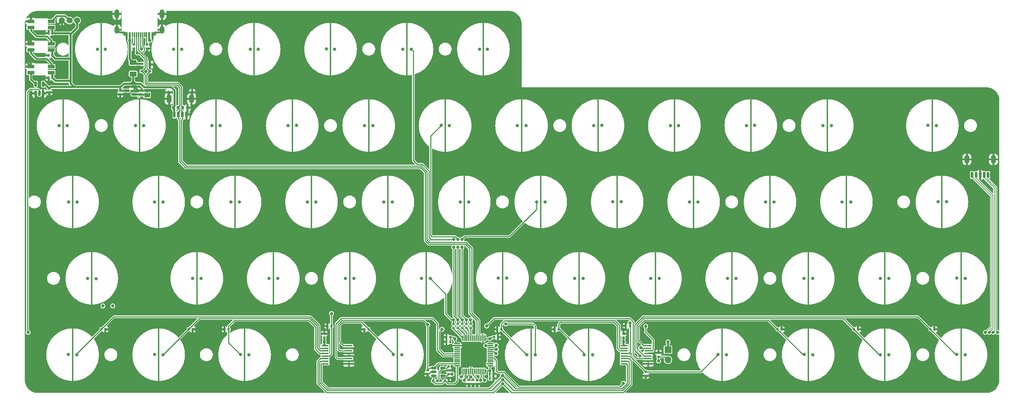
<source format=gbr>
%TF.GenerationSoftware,KiCad,Pcbnew,8.0.8*%
%TF.CreationDate,2025-03-01T16:27:25+01:00*%
%TF.ProjectId,the-nicholas-van revision,7468652d-6e69-4636-986f-6c61732d7661,rev?*%
%TF.SameCoordinates,Original*%
%TF.FileFunction,Copper,L4,Bot*%
%TF.FilePolarity,Positive*%
%FSLAX46Y46*%
G04 Gerber Fmt 4.6, Leading zero omitted, Abs format (unit mm)*
G04 Created by KiCad (PCBNEW 8.0.8) date 2025-03-01 16:27:25*
%MOMM*%
%LPD*%
G01*
G04 APERTURE LIST*
G04 Aperture macros list*
%AMRoundRect*
0 Rectangle with rounded corners*
0 $1 Rounding radius*
0 $2 $3 $4 $5 $6 $7 $8 $9 X,Y pos of 4 corners*
0 Add a 4 corners polygon primitive as box body*
4,1,4,$2,$3,$4,$5,$6,$7,$8,$9,$2,$3,0*
0 Add four circle primitives for the rounded corners*
1,1,$1+$1,$2,$3*
1,1,$1+$1,$4,$5*
1,1,$1+$1,$6,$7*
1,1,$1+$1,$8,$9*
0 Add four rect primitives between the rounded corners*
20,1,$1+$1,$2,$3,$4,$5,0*
20,1,$1+$1,$4,$5,$6,$7,0*
20,1,$1+$1,$6,$7,$8,$9,0*
20,1,$1+$1,$8,$9,$2,$3,0*%
%AMFreePoly0*
4,1,21,0.111114,6.666294,0.166294,6.611114,0.196157,6.539018,0.200000,6.500000,0.200000,-6.500000,0.196157,-6.539018,0.166294,-6.611114,0.111114,-6.666294,0.039018,-6.696157,-0.039018,-6.696157,-0.111114,-6.666294,-0.166294,-6.611114,-0.196157,-6.539018,-0.200000,-6.500000,-0.200000,6.500000,-0.196157,6.539018,-0.166294,6.611114,-0.111114,6.666294,-0.039018,6.696157,0.039018,6.696157,
0.111114,6.666294,0.111114,6.666294,$1*%
G04 Aperture macros list end*
%TA.AperFunction,SMDPad,CuDef*%
%ADD10FreePoly0,0.000000*%
%TD*%
%TA.AperFunction,SMDPad,CuDef*%
%ADD11FreePoly0,180.000000*%
%TD*%
%TA.AperFunction,SMDPad,CuDef*%
%ADD12RoundRect,0.075000X0.075000X-0.662500X0.075000X0.662500X-0.075000X0.662500X-0.075000X-0.662500X0*%
%TD*%
%TA.AperFunction,SMDPad,CuDef*%
%ADD13RoundRect,0.075000X0.662500X-0.075000X0.662500X0.075000X-0.662500X0.075000X-0.662500X-0.075000X0*%
%TD*%
%TA.AperFunction,SMDPad,CuDef*%
%ADD14RoundRect,0.135000X-0.135000X-0.185000X0.135000X-0.185000X0.135000X0.185000X-0.135000X0.185000X0*%
%TD*%
%TA.AperFunction,ComponentPad*%
%ADD15R,1.700000X1.700000*%
%TD*%
%TA.AperFunction,ComponentPad*%
%ADD16O,1.700000X1.700000*%
%TD*%
%TA.AperFunction,SMDPad,CuDef*%
%ADD17RoundRect,0.135000X0.185000X-0.135000X0.185000X0.135000X-0.185000X0.135000X-0.185000X-0.135000X0*%
%TD*%
%TA.AperFunction,SMDPad,CuDef*%
%ADD18RoundRect,0.140000X0.140000X0.170000X-0.140000X0.170000X-0.140000X-0.170000X0.140000X-0.170000X0*%
%TD*%
%TA.AperFunction,SMDPad,CuDef*%
%ADD19RoundRect,0.140000X-0.140000X-0.170000X0.140000X-0.170000X0.140000X0.170000X-0.140000X0.170000X0*%
%TD*%
%TA.AperFunction,SMDPad,CuDef*%
%ADD20RoundRect,0.135000X-0.185000X0.135000X-0.185000X-0.135000X0.185000X-0.135000X0.185000X0.135000X0*%
%TD*%
%TA.AperFunction,ComponentPad*%
%ADD21C,1.500000*%
%TD*%
%TA.AperFunction,SMDPad,CuDef*%
%ADD22R,1.778000X0.419100*%
%TD*%
%TA.AperFunction,SMDPad,CuDef*%
%ADD23RoundRect,0.150000X-0.150000X-0.625000X0.150000X-0.625000X0.150000X0.625000X-0.150000X0.625000X0*%
%TD*%
%TA.AperFunction,SMDPad,CuDef*%
%ADD24RoundRect,0.250000X-0.350000X-0.650000X0.350000X-0.650000X0.350000X0.650000X-0.350000X0.650000X0*%
%TD*%
%TA.AperFunction,SMDPad,CuDef*%
%ADD25RoundRect,0.135000X0.135000X0.185000X-0.135000X0.185000X-0.135000X-0.185000X0.135000X-0.185000X0*%
%TD*%
%TA.AperFunction,SMDPad,CuDef*%
%ADD26R,0.700000X1.000000*%
%TD*%
%TA.AperFunction,SMDPad,CuDef*%
%ADD27R,0.700000X0.600000*%
%TD*%
%TA.AperFunction,SMDPad,CuDef*%
%ADD28RoundRect,0.250000X-0.625000X0.375000X-0.625000X-0.375000X0.625000X-0.375000X0.625000X0.375000X0*%
%TD*%
%TA.AperFunction,SMDPad,CuDef*%
%ADD29RoundRect,0.140000X-0.170000X0.140000X-0.170000X-0.140000X0.170000X-0.140000X0.170000X0.140000X0*%
%TD*%
%TA.AperFunction,SMDPad,CuDef*%
%ADD30R,1.700000X0.820000*%
%TD*%
%TA.AperFunction,SMDPad,CuDef*%
%ADD31RoundRect,0.205000X0.645000X0.205000X-0.645000X0.205000X-0.645000X-0.205000X0.645000X-0.205000X0*%
%TD*%
%TA.AperFunction,SMDPad,CuDef*%
%ADD32RoundRect,0.150000X-0.512500X-0.150000X0.512500X-0.150000X0.512500X0.150000X-0.512500X0.150000X0*%
%TD*%
%TA.AperFunction,SMDPad,CuDef*%
%ADD33RoundRect,0.150000X0.587500X0.150000X-0.587500X0.150000X-0.587500X-0.150000X0.587500X-0.150000X0*%
%TD*%
%TA.AperFunction,SMDPad,CuDef*%
%ADD34R,0.600000X1.300000*%
%TD*%
%TA.AperFunction,SMDPad,CuDef*%
%ADD35R,0.300000X1.300000*%
%TD*%
%TA.AperFunction,ComponentPad*%
%ADD36O,1.200000X2.250000*%
%TD*%
%TA.AperFunction,ComponentPad*%
%ADD37O,1.200000X1.850000*%
%TD*%
%TA.AperFunction,SMDPad,CuDef*%
%ADD38RoundRect,0.140000X0.170000X-0.140000X0.170000X0.140000X-0.170000X0.140000X-0.170000X-0.140000X0*%
%TD*%
%TA.AperFunction,SMDPad,CuDef*%
%ADD39RoundRect,0.150000X0.150000X-0.512500X0.150000X0.512500X-0.150000X0.512500X-0.150000X-0.512500X0*%
%TD*%
%TA.AperFunction,SMDPad,CuDef*%
%ADD40RoundRect,0.150000X-0.150000X-0.275000X0.150000X-0.275000X0.150000X0.275000X-0.150000X0.275000X0*%
%TD*%
%TA.AperFunction,SMDPad,CuDef*%
%ADD41RoundRect,0.175000X-0.175000X-0.225000X0.175000X-0.225000X0.175000X0.225000X-0.175000X0.225000X0*%
%TD*%
%TA.AperFunction,ViaPad*%
%ADD42C,0.800000*%
%TD*%
%TA.AperFunction,Conductor*%
%ADD43C,0.250000*%
%TD*%
%TA.AperFunction,Conductor*%
%ADD44C,0.500000*%
%TD*%
%TA.AperFunction,Conductor*%
%ADD45C,0.381000*%
%TD*%
%TA.AperFunction,Conductor*%
%ADD46C,0.620000*%
%TD*%
%TA.AperFunction,Conductor*%
%ADD47C,0.200000*%
%TD*%
G04 APERTURE END LIST*
D10*
%TO.P,SW_EC23,3,3*%
%TO.N,GND*%
X119062500Y-96837500D03*
%TD*%
%TO.P,SW_EC26,3,3*%
%TO.N,GND*%
X176212500Y-96837500D03*
%TD*%
%TO.P,SW_EC31,3,3*%
%TO.N,GND*%
X45243750Y-115887500D03*
%TD*%
D11*
%TO.P,SW_EC32,3,3*%
%TO.N,GND*%
X71437500Y-115887500D03*
%TD*%
%TO.P,SW_EC50,3,3*%
%TO.N,GND*%
X223837500Y-134937500D03*
%TD*%
D10*
%TO.P,SW_EC10,3,3*%
%TO.N,GND*%
X95250000Y-77787500D03*
%TD*%
%TO.P,SW_EC11,3,3*%
%TO.N,GND*%
X114300000Y-77787500D03*
%TD*%
%TO.P,SW_EC25,3,3*%
%TO.N,GND*%
X157162500Y-96837500D03*
%TD*%
D11*
%TO.P,SW_EC39,3,3*%
%TO.N,GND*%
X204787500Y-115887500D03*
%TD*%
D10*
%TO.P,SW_EC28,3,3*%
%TO.N,GND*%
X214312500Y-96837500D03*
%TD*%
%TO.P,SW_EC21,3,3*%
%TO.N,GND*%
X80962500Y-96837500D03*
%TD*%
%TO.P,SW_EC9,3,3*%
%TO.N,GND*%
X76200000Y-77787500D03*
%TD*%
D11*
%TO.P,SW_EC52,3,3*%
%TO.N,GND*%
X261937500Y-134937500D03*
%TD*%
D10*
%TO.P,SW_EC7,3,3*%
%TO.N,GND*%
X38100000Y-77787500D03*
%TD*%
D11*
%TO.P,SW_EC35,3,3*%
%TO.N,GND*%
X128587500Y-115887500D03*
%TD*%
D10*
%TO.P,SW_EC19,3,3*%
%TO.N,GND*%
X40481250Y-96837500D03*
%TD*%
D11*
%TO.P,SW_EC34,3,3*%
%TO.N,GND*%
X109537500Y-115887500D03*
%TD*%
%TO.P,SW_EC4,3,3*%
%TO.N,GND*%
X104775000Y-58737500D03*
%TD*%
%TO.P,SW_EC37,3,3*%
%TO.N,GND*%
X166687500Y-115887500D03*
%TD*%
%TO.P,SW_EC38,3,3*%
%TO.N,GND*%
X185737500Y-115887500D03*
%TD*%
D10*
%TO.P,SW_EC16,3,3*%
%TO.N,GND*%
X209550000Y-77787500D03*
%TD*%
D11*
%TO.P,SW_EC5,3,3*%
%TO.N,GND*%
X123825000Y-58737500D03*
%TD*%
D10*
%TO.P,SW_EC43,3,3*%
%TO.N,GND*%
X40481250Y-134937500D03*
%TD*%
%TO.P,SW_EC29,3,3*%
%TO.N,GND*%
X233362500Y-96837500D03*
%TD*%
%TO.P,SW_EC42,3,3*%
%TO.N,GND*%
X261937500Y-115887500D03*
%TD*%
%TO.P,SW_EC30,3,3*%
%TO.N,GND*%
X257175000Y-96837500D03*
%TD*%
D11*
%TO.P,SW_EC2,3,3*%
%TO.N,GND*%
X66675000Y-58737500D03*
%TD*%
D10*
%TO.P,SW_EC20,3,3*%
%TO.N,GND*%
X61912500Y-96837500D03*
%TD*%
%TO.P,SW_EC12,3,3*%
%TO.N,GND*%
X133350000Y-77787500D03*
%TD*%
%TO.P,SW_EC36,3,3*%
%TO.N,GND*%
X147637500Y-115887500D03*
%TD*%
%TO.P,SW_EC17,3,3*%
%TO.N,GND*%
X228600000Y-77787500D03*
%TD*%
%TO.P,SW_EC13,3,3*%
%TO.N,GND*%
X152400000Y-77787500D03*
%TD*%
D11*
%TO.P,SW_EC3,3,3*%
%TO.N,GND*%
X85725000Y-58737500D03*
%TD*%
D10*
%TO.P,SW_EC14,3,3*%
%TO.N,GND*%
X171450000Y-77787500D03*
%TD*%
D11*
%TO.P,SW_EC49,3,3*%
%TO.N,GND*%
X202406250Y-134937500D03*
%TD*%
%TO.P,SW_EC41,3,3*%
%TO.N,GND*%
X242887500Y-115887500D03*
%TD*%
%TO.P,SW_EC47,3,3*%
%TO.N,GND*%
X154781250Y-134937500D03*
%TD*%
%TO.P,SW_EC48,3,3*%
%TO.N,GND*%
X169068750Y-134937500D03*
%TD*%
%TO.P,SW_EC40,3,3*%
%TO.N,GND*%
X223837500Y-115887500D03*
%TD*%
%TO.P,SW_EC45,3,3*%
%TO.N,GND*%
X83343750Y-134937500D03*
%TD*%
D10*
%TO.P,SW_EC24,3,3*%
%TO.N,GND*%
X138112500Y-96837500D03*
%TD*%
D11*
%TO.P,SW_EC6,3,3*%
%TO.N,GND*%
X142875000Y-58737500D03*
%TD*%
D10*
%TO.P,SW_EC27,3,3*%
%TO.N,GND*%
X195262500Y-96837500D03*
%TD*%
%TO.P,SW_EC22,3,3*%
%TO.N,GND*%
X100012500Y-96837500D03*
%TD*%
D11*
%TO.P,SW_EC33,3,3*%
%TO.N,GND*%
X90487500Y-115887500D03*
%TD*%
D10*
%TO.P,SW_EC44,3,3*%
%TO.N,GND*%
X61912500Y-134937500D03*
%TD*%
%TO.P,SW_EC15,3,3*%
%TO.N,GND*%
X190500000Y-77787500D03*
%TD*%
D11*
%TO.P,SW_EC51,3,3*%
%TO.N,GND*%
X242887500Y-134937500D03*
%TD*%
D10*
%TO.P,SW_EC8,3,3*%
%TO.N,GND*%
X57150000Y-77787500D03*
%TD*%
%TO.P,SW_EC18,3,3*%
%TO.N,GND*%
X254793750Y-77787500D03*
%TD*%
D11*
%TO.P,SW_EC46,3,3*%
%TO.N,GND*%
X121443750Y-134937500D03*
%TD*%
%TO.P,SW_EC1,3,3*%
%TO.N,GND*%
X47625000Y-58737500D03*
%TD*%
D12*
%TO.P,U1,1,VBAT*%
%TO.N,+3V3*%
X143243750Y-139100000D03*
%TO.P,U1,2,PC13*%
%TO.N,SW1*%
X142743750Y-139100000D03*
%TO.P,U1,3,PC14*%
%TO.N,ENC1*%
X142243750Y-139100000D03*
%TO.P,U1,4,PC15*%
%TO.N,unconnected-(U1-PC15-Pad4)*%
X141743750Y-139100000D03*
%TO.P,U1,5,PF0*%
%TO.N,unconnected-(U1-PF0-Pad5)*%
X141243750Y-139100000D03*
%TO.P,U1,6,PF1*%
%TO.N,unconnected-(U1-PF1-Pad6)*%
X140743750Y-139100000D03*
%TO.P,U1,7,NRST*%
%TO.N,NRST*%
X140243750Y-139100000D03*
%TO.P,U1,8,VSSA*%
%TO.N,GND*%
X139743750Y-139100000D03*
%TO.P,U1,9,VDDA*%
%TO.N,+3V3*%
X139243750Y-139100000D03*
%TO.P,U1,10,PA0*%
%TO.N,unconnected-(U1-PA0-Pad10)*%
X138743750Y-139100000D03*
%TO.P,U1,11,PA1*%
%TO.N,ENC2*%
X138243750Y-139100000D03*
%TO.P,U1,12,PA2*%
%TO.N,SW2*%
X137743750Y-139100000D03*
D13*
%TO.P,U1,13,PA3*%
%TO.N,ADC*%
X136331250Y-137687500D03*
%TO.P,U1,14,PA4*%
%TO.N,APLEX_OUT*%
X136331250Y-137187500D03*
%TO.P,U1,15,PA5*%
%TO.N,unconnected-(U1-PA5-Pad15)*%
X136331250Y-136687500D03*
%TO.P,U1,16,PA6*%
%TO.N,unconnected-(U1-PA6-Pad16)*%
X136331250Y-136187500D03*
%TO.P,U1,17,PA7*%
%TO.N,unconnected-(U1-PA7-Pad17)*%
X136331250Y-135687500D03*
%TO.P,U1,18,PB0*%
%TO.N,APLEX_EN_PIN_0*%
X136331250Y-135187500D03*
%TO.P,U1,19,PB1*%
%TO.N,APLEX_EN_PIN_1*%
X136331250Y-134687500D03*
%TO.P,U1,20,PB2*%
%TO.N,unconnected-(U1-PB2-Pad20)*%
X136331250Y-134187500D03*
%TO.P,U1,21,PB10*%
%TO.N,unconnected-(U1-PB10-Pad21)*%
X136331250Y-133687500D03*
%TO.P,U1,22,PB11*%
%TO.N,unconnected-(U1-PB11-Pad22)*%
X136331250Y-133187500D03*
%TO.P,U1,23,VSS*%
%TO.N,GND*%
X136331250Y-132687500D03*
%TO.P,U1,24,VDD*%
%TO.N,+3V3*%
X136331250Y-132187500D03*
D12*
%TO.P,U1,25,PB12*%
%TO.N,Net-(U1-PB12)*%
X137743750Y-130775000D03*
%TO.P,U1,26,PB13*%
%TO.N,Net-(U1-PB13)*%
X138243750Y-130775000D03*
%TO.P,U1,27,PB14*%
%TO.N,Net-(U1-PB14)*%
X138743750Y-130775000D03*
%TO.P,U1,28,PB15*%
%TO.N,Net-(U1-PB15)*%
X139243750Y-130775000D03*
%TO.P,U1,29,PA8*%
%TO.N,Net-(U1-PA8)*%
X139743750Y-130775000D03*
%TO.P,U1,30,PA9*%
%TO.N,unconnected-(U1-PA9-Pad30)*%
X140243750Y-130775000D03*
%TO.P,U1,31,PA10*%
%TO.N,unconnected-(U1-PA10-Pad31)*%
X140743750Y-130775000D03*
%TO.P,U1,32,PA11*%
%TO.N,D-*%
X141243750Y-130775000D03*
%TO.P,U1,33,PA12*%
%TO.N,D+*%
X141743750Y-130775000D03*
%TO.P,U1,34,PA13*%
%TO.N,unconnected-(U1-PA13-Pad34)*%
X142243750Y-130775000D03*
%TO.P,U1,35,VSS*%
%TO.N,GND*%
X142743750Y-130775000D03*
%TO.P,U1,36,VDDIO2*%
%TO.N,+3V3*%
X143243750Y-130775000D03*
D13*
%TO.P,U1,37,PA14*%
%TO.N,unconnected-(U1-PA14-Pad37)*%
X144656250Y-132187500D03*
%TO.P,U1,38,PA15*%
%TO.N,ARGB_3V3*%
X144656250Y-132687500D03*
%TO.P,U1,39,PB3*%
%TO.N,AMUX_SEL_2*%
X144656250Y-133187500D03*
%TO.P,U1,40,PB4*%
%TO.N,AMUX_SEL_1*%
X144656250Y-133687500D03*
%TO.P,U1,41,PB5*%
%TO.N,AMUX_SEL_0*%
X144656250Y-134187500D03*
%TO.P,U1,42,PB6*%
%TO.N,unconnected-(U1-PB6-Pad42)*%
X144656250Y-134687500D03*
%TO.P,U1,43,PB7*%
%TO.N,unconnected-(U1-PB7-Pad43)*%
X144656250Y-135187500D03*
%TO.P,U1,44,BOOT0*%
%TO.N,BOOT0*%
X144656250Y-135687500D03*
%TO.P,U1,45,PB8*%
%TO.N,unconnected-(U1-PB8-Pad45)*%
X144656250Y-136187500D03*
%TO.P,U1,46,PB9*%
%TO.N,unconnected-(U1-PB9-Pad46)*%
X144656250Y-136687500D03*
%TO.P,U1,47,VSS*%
%TO.N,GND*%
X144656250Y-137187500D03*
%TO.P,U1,48,VDD*%
%TO.N,+3V3*%
X144656250Y-137687500D03*
%TD*%
D14*
%TO.P,R10,1*%
%TO.N,COL1*%
X69389148Y-128587500D03*
%TO.P,R10,2*%
%TO.N,GND*%
X70409148Y-128587500D03*
%TD*%
%TO.P,R21,1*%
%TO.N,COL9*%
X216183750Y-128587500D03*
%TO.P,R21,2*%
%TO.N,GND*%
X217203750Y-128587500D03*
%TD*%
D15*
%TO.P,SW1,1,1*%
%TO.N,+3V3*%
X188887500Y-133687500D03*
D16*
%TO.P,SW1,2,2*%
%TO.N,BOOT0*%
X188887500Y-136227500D03*
%TD*%
D17*
%TO.P,R3,1*%
%TO.N,Net-(U1-PB13)*%
X136485542Y-128276745D03*
%TO.P,R3,2*%
%TO.N,ROW0*%
X136485542Y-127256745D03*
%TD*%
D18*
%TO.P,C9,1*%
%TO.N,+5V*%
X35405000Y-54768750D03*
%TO.P,C9,2*%
%TO.N,GND*%
X34445000Y-54768750D03*
%TD*%
D14*
%TO.P,R23,1*%
%TO.N,COL11*%
X254283750Y-128577309D03*
%TO.P,R23,2*%
%TO.N,GND*%
X255303750Y-128577309D03*
%TD*%
D19*
%TO.P,C5,1*%
%TO.N,+3V3*%
X144462500Y-140887500D03*
%TO.P,C5,2*%
%TO.N,GND*%
X145422500Y-140887500D03*
%TD*%
D20*
%TO.P,R2,1*%
%TO.N,ROW3*%
X135421458Y-127248819D03*
%TO.P,R2,2*%
%TO.N,Net-(U1-PB12)*%
X135421458Y-128268819D03*
%TD*%
D21*
%TO.P,J3,1,Pin_1*%
%TO.N,GND*%
X37787500Y-51593750D03*
%TO.P,J3,2,Pin_2*%
%TO.N,ARGB*%
X39687500Y-51593750D03*
%TO.P,J3,3,Pin_3*%
%TO.N,+5V*%
X41587500Y-51593750D03*
%TD*%
D20*
%TO.P,R6,1*%
%TO.N,Net-(J4-CC1)*%
X55753000Y-57575000D03*
%TO.P,R6,2*%
%TO.N,GND*%
X55753000Y-58595000D03*
%TD*%
D17*
%TO.P,R5,1*%
%TO.N,Net-(U1-PB15)*%
X138644542Y-128286382D03*
%TO.P,R5,2*%
%TO.N,ROW2*%
X138644542Y-127266382D03*
%TD*%
D22*
%TO.P,U6,1,A4*%
%TO.N,COL9*%
X183949340Y-132664200D03*
%TO.P,U6,2,A6*%
%TO.N,COL11*%
X183949340Y-133314440D03*
%TO.P,U6,3,A*%
%TO.N,APLEX_OUT*%
X183949340Y-133964680D03*
%TO.P,U6,4,A7*%
%TO.N,GND*%
X183949340Y-134614920D03*
%TO.P,U6,5,A5*%
%TO.N,COL10*%
X183949340Y-135260080D03*
%TO.P,U6,6,~{E}*%
%TO.N,APLEX_EN_PIN_1*%
X183949340Y-135910320D03*
%TO.P,U6,7,VEE*%
%TO.N,GND*%
X183949340Y-136560560D03*
%TO.P,U6,8,GND*%
X183949340Y-137210800D03*
%TO.P,U6,9,S2*%
%TO.N,AMUX_SEL_2*%
X178000660Y-137210800D03*
%TO.P,U6,10,S1*%
%TO.N,AMUX_SEL_1*%
X178000660Y-136560560D03*
%TO.P,U6,11,S0*%
%TO.N,AMUX_SEL_0*%
X178000660Y-135910320D03*
%TO.P,U6,12,A3*%
%TO.N,COL8*%
X178000660Y-135260080D03*
%TO.P,U6,13,A0*%
%TO.N,COL7*%
X178000660Y-134614920D03*
%TO.P,U6,14,A1*%
%TO.N,COL6*%
X178000660Y-133964680D03*
%TO.P,U6,15,A2*%
%TO.N,COL5*%
X178000660Y-133314440D03*
%TO.P,U6,16,VCC*%
%TO.N,+3V3*%
X178000660Y-132664200D03*
%TD*%
D23*
%TO.P,J1,1,Pin_1*%
%TO.N,+5V*%
X65843750Y-75025000D03*
%TO.P,J1,2,Pin_2*%
%TO.N,D-*%
X66843750Y-75025000D03*
%TO.P,J1,3,Pin_3*%
%TO.N,D+*%
X67843750Y-75025000D03*
%TO.P,J1,4,Pin_4*%
%TO.N,GND*%
X68843750Y-75025000D03*
D24*
%TO.P,J1,MP,MountPin*%
X64543750Y-71150000D03*
X70143750Y-71150000D03*
%TD*%
D25*
%TO.P,R12,1*%
%TO.N,COL3*%
X105001250Y-127793750D03*
%TO.P,R12,2*%
%TO.N,GND*%
X103981250Y-127793750D03*
%TD*%
D26*
%TO.P,D1,1,GND*%
%TO.N,GND*%
X59735621Y-62604972D03*
D27*
%TO.P,D1,2,I/O1*%
%TO.N,D+*%
X59735621Y-64304972D03*
%TO.P,D1,3,I/O2*%
%TO.N,D-*%
X57735621Y-64304972D03*
%TO.P,D1,4,VCC*%
%TO.N,VCC*%
X57735621Y-62404972D03*
%TD*%
D22*
%TO.P,U4,1,A4*%
%TO.N,COL4*%
X109336840Y-132664200D03*
%TO.P,U4,2,A6*%
%TO.N,GND*%
X109336840Y-133314440D03*
%TO.P,U4,3,A*%
%TO.N,APLEX_OUT*%
X109336840Y-133964680D03*
%TO.P,U4,4,A7*%
%TO.N,GND*%
X109336840Y-134614920D03*
%TO.P,U4,5,A5*%
X109336840Y-135260080D03*
%TO.P,U4,6,~{E}*%
%TO.N,APLEX_EN_PIN_0*%
X109336840Y-135910320D03*
%TO.P,U4,7,VEE*%
%TO.N,GND*%
X109336840Y-136560560D03*
%TO.P,U4,8,GND*%
X109336840Y-137210800D03*
%TO.P,U4,9,S2*%
%TO.N,AMUX_SEL_2*%
X103388160Y-137210800D03*
%TO.P,U4,10,S1*%
%TO.N,AMUX_SEL_1*%
X103388160Y-136560560D03*
%TO.P,U4,11,S0*%
%TO.N,AMUX_SEL_0*%
X103388160Y-135910320D03*
%TO.P,U4,12,A3*%
%TO.N,COL3*%
X103388160Y-135260080D03*
%TO.P,U4,13,A0*%
%TO.N,COL2*%
X103388160Y-134614920D03*
%TO.P,U4,14,A1*%
%TO.N,COL1*%
X103388160Y-133964680D03*
%TO.P,U4,15,A2*%
%TO.N,COL0*%
X103388160Y-133314440D03*
%TO.P,U4,16,VCC*%
%TO.N,+3V3*%
X103388160Y-132664200D03*
%TD*%
D23*
%TO.P,J5,1,Pin_1*%
%TO.N,SW1*%
X264700000Y-90106250D03*
%TO.P,J5,2,Pin_2*%
%TO.N,ENC1*%
X265700000Y-90106250D03*
%TO.P,J5,3,Pin_3*%
%TO.N,GND*%
X266700000Y-90106250D03*
%TO.P,J5,4,Pin_4*%
%TO.N,ENC2*%
X267700000Y-90106250D03*
%TO.P,J5,5,Pin_5*%
%TO.N,SW2*%
X268700000Y-90106250D03*
D24*
%TO.P,J5,MP,MountPin*%
%TO.N,GND*%
X263400000Y-86231250D03*
X270000000Y-86231250D03*
%TD*%
D25*
%TO.P,R18,1*%
%TO.N,COL6*%
X161641250Y-128587500D03*
%TO.P,R18,2*%
%TO.N,GND*%
X160621250Y-128587500D03*
%TD*%
D14*
%TO.P,R14,1*%
%TO.N,ADC*%
X130297511Y-141453333D03*
%TO.P,R14,2*%
%TO.N,Net-(U5--)*%
X131317511Y-141453333D03*
%TD*%
D19*
%TO.P,C3,1*%
%TO.N,+3V3*%
X144462500Y-139700000D03*
%TO.P,C3,2*%
%TO.N,GND*%
X145422500Y-139700000D03*
%TD*%
D28*
%TO.P,F_USBC1,1*%
%TO.N,VCC*%
X55562500Y-62100000D03*
%TO.P,F_USBC1,2*%
%TO.N,+5V*%
X55562500Y-64900000D03*
%TD*%
D29*
%TO.P,C6,1*%
%TO.N,+3V3*%
X139249142Y-141250531D03*
%TO.P,C6,2*%
%TO.N,GND*%
X139249142Y-142210531D03*
%TD*%
D30*
%TO.P,LED1,1,VDD*%
%TO.N,+5V*%
X35150000Y-64567500D03*
%TO.P,LED1,2,DOUT*%
%TO.N,Net-(LED1-DOUT)*%
X35150000Y-63067500D03*
D31*
%TO.P,LED1,3,VSS*%
%TO.N,GND*%
X30050000Y-63067500D03*
D30*
%TO.P,LED1,4,DIN*%
%TO.N,ARGB_5V*%
X30050000Y-64567500D03*
%TD*%
D14*
%TO.P,R11,1*%
%TO.N,COL0*%
X47625000Y-128587500D03*
%TO.P,R11,2*%
%TO.N,GND*%
X48645000Y-128587500D03*
%TD*%
D32*
%TO.P,U5,1*%
%TO.N,ADC*%
X130475000Y-140166654D03*
%TO.P,U5,2,V-*%
%TO.N,GND*%
X130475000Y-139216654D03*
%TO.P,U5,3,+*%
%TO.N,APLEX_OUT*%
X130475000Y-138266654D03*
%TO.P,U5,4,-*%
%TO.N,Net-(U5--)*%
X132750000Y-138266654D03*
%TO.P,U5,5,V+*%
%TO.N,+3V3*%
X132750000Y-140166654D03*
%TD*%
D18*
%TO.P,C11,1*%
%TO.N,+5V*%
X35405000Y-65859930D03*
%TO.P,C11,2*%
%TO.N,GND*%
X34445000Y-65859930D03*
%TD*%
D17*
%TO.P,R8,1*%
%TO.N,BOOT0*%
X186531250Y-135447500D03*
%TO.P,R8,2*%
%TO.N,GND*%
X186531250Y-134427500D03*
%TD*%
D30*
%TO.P,LED3,1,VDD*%
%TO.N,+5V*%
X35149000Y-53302500D03*
%TO.P,LED3,2,DOUT*%
%TO.N,ARGB*%
X35149000Y-51802500D03*
D31*
%TO.P,LED3,3,VSS*%
%TO.N,GND*%
X30049000Y-51802500D03*
D30*
%TO.P,LED3,4,DIN*%
%TO.N,Net-(LED2-DOUT)*%
X30049000Y-53302500D03*
%TD*%
D25*
%TO.P,R13,1*%
%TO.N,COL4*%
X114209913Y-128577309D03*
%TO.P,R13,2*%
%TO.N,GND*%
X113189913Y-128577309D03*
%TD*%
D20*
%TO.P,R7,1*%
%TO.N,Net-(J4-CC2)*%
X59055000Y-57575000D03*
%TO.P,R7,2*%
%TO.N,GND*%
X59055000Y-58595000D03*
%TD*%
D14*
%TO.P,R22,1*%
%TO.N,COL10*%
X235233750Y-128587500D03*
%TO.P,R22,2*%
%TO.N,GND*%
X236253750Y-128587500D03*
%TD*%
D33*
%TO.P,U3,1,GND*%
%TO.N,GND*%
X55854439Y-68106250D03*
%TO.P,U3,2,VO*%
%TO.N,+3V3*%
X55854439Y-70006250D03*
%TO.P,U3,3,VI*%
%TO.N,+5V*%
X53979439Y-69056250D03*
%TD*%
D29*
%TO.P,C13,1*%
%TO.N,+5V*%
X52313712Y-69068759D03*
%TO.P,C13,2*%
%TO.N,GND*%
X52313712Y-70028759D03*
%TD*%
D34*
%TO.P,J4,A1,GND*%
%TO.N,GND*%
X53950000Y-55100000D03*
%TO.P,J4,A4,VBUS*%
%TO.N,VCC*%
X54750000Y-55100000D03*
D35*
%TO.P,J4,A5,CC1*%
%TO.N,Net-(J4-CC1)*%
X55900000Y-55100000D03*
%TO.P,J4,A6,D+*%
%TO.N,D+*%
X56900000Y-55100000D03*
%TO.P,J4,A7,D-*%
%TO.N,D-*%
X57400000Y-55100000D03*
%TO.P,J4,A8,SBU1*%
%TO.N,unconnected-(J4-SBU1-PadA8)*%
X58400000Y-55100000D03*
D34*
%TO.P,J4,A9,VBUS*%
%TO.N,VCC*%
X59550000Y-55100000D03*
%TO.P,J4,A12,GND*%
%TO.N,GND*%
X60350000Y-55100000D03*
D35*
%TO.P,J4,B5,CC2*%
%TO.N,Net-(J4-CC2)*%
X58900000Y-55100000D03*
%TO.P,J4,B6,D+*%
%TO.N,D+*%
X57900000Y-55100000D03*
%TO.P,J4,B7,D-*%
%TO.N,D-*%
X56400000Y-55100000D03*
%TO.P,J4,B8,SBU2*%
%TO.N,unconnected-(J4-SBU2-PadB8)*%
X55400000Y-55100000D03*
D36*
%TO.P,J4,S1,SHIELD*%
%TO.N,GND*%
X51530000Y-49950000D03*
D37*
X51530000Y-53950000D03*
D36*
X62770000Y-49950000D03*
D37*
X62770000Y-53950000D03*
%TD*%
D19*
%TO.P,C1,1*%
%TO.N,+3V3*%
X145570000Y-130575000D03*
%TO.P,C1,2*%
%TO.N,GND*%
X146530000Y-130575000D03*
%TD*%
D18*
%TO.P,C2,1*%
%TO.N,+3V3*%
X134623750Y-131762500D03*
%TO.P,C2,2*%
%TO.N,GND*%
X133663750Y-131762500D03*
%TD*%
D17*
%TO.P,R1,1*%
%TO.N,Net-(U1-PA8)*%
X139700000Y-128303750D03*
%TO.P,R1,2*%
%TO.N,ROW4*%
X139700000Y-127283750D03*
%TD*%
D38*
%TO.P,C14,1*%
%TO.N,+3V3*%
X57702555Y-70069871D03*
%TO.P,C14,2*%
%TO.N,GND*%
X57702555Y-69109871D03*
%TD*%
D39*
%TO.P,U2,1*%
%TO.N,GND*%
X33150000Y-69747375D03*
%TO.P,U2,2*%
%TO.N,ARGB_3V3*%
X32200000Y-69747375D03*
%TO.P,U2,3,GND*%
%TO.N,GND*%
X31250000Y-69747375D03*
%TO.P,U2,4*%
%TO.N,ARGB_5V*%
X31250000Y-67472375D03*
%TO.P,U2,5,VCC*%
%TO.N,+5V*%
X33150000Y-67472375D03*
%TD*%
D25*
%TO.P,R17,1*%
%TO.N,COL7*%
X179387500Y-127793750D03*
%TO.P,R17,2*%
%TO.N,GND*%
X178367500Y-127793750D03*
%TD*%
D18*
%TO.P,C10,1*%
%TO.N,+5V*%
X35405000Y-60325000D03*
%TO.P,C10,2*%
%TO.N,GND*%
X34445000Y-60325000D03*
%TD*%
D17*
%TO.P,R4,1*%
%TO.N,Net-(U1-PB14)*%
X137571488Y-128275777D03*
%TO.P,R4,2*%
%TO.N,ROW1*%
X137571488Y-127255777D03*
%TD*%
D30*
%TO.P,LED2,1,VDD*%
%TO.N,+5V*%
X35149000Y-58935000D03*
%TO.P,LED2,2,DOUT*%
%TO.N,Net-(LED2-DOUT)*%
X35149000Y-57435000D03*
D31*
%TO.P,LED2,3,VSS*%
%TO.N,GND*%
X30049000Y-57435000D03*
D30*
%TO.P,LED2,4,DIN*%
%TO.N,Net-(LED1-DOUT)*%
X30049000Y-58935000D03*
%TD*%
D25*
%TO.P,R19,1*%
%TO.N,COL5*%
X147353750Y-128587500D03*
%TO.P,R19,2*%
%TO.N,GND*%
X146333750Y-128587500D03*
%TD*%
D38*
%TO.P,C15,1*%
%TO.N,GND*%
X134225200Y-140707019D03*
%TO.P,C15,2*%
%TO.N,+3V3*%
X134225200Y-139747019D03*
%TD*%
D29*
%TO.P,C17,1*%
%TO.N,APLEX_OUT*%
X128937103Y-138736654D03*
%TO.P,C17,2*%
%TO.N,GND*%
X128937103Y-139696654D03*
%TD*%
D40*
%TO.P,J2,1,Pin_1*%
%TO.N,+5V*%
X65543750Y-73312500D03*
%TO.P,J2,2,Pin_2*%
%TO.N,D-*%
X66743750Y-73312500D03*
%TO.P,J2,3,Pin_3*%
%TO.N,D+*%
X67943750Y-73312500D03*
%TO.P,J2,4,Pin_4*%
%TO.N,GND*%
X69143750Y-73312500D03*
D41*
%TO.P,J2,MP,MountPin*%
X64393750Y-69537500D03*
X70293750Y-69537500D03*
%TD*%
D25*
%TO.P,R9,1*%
%TO.N,COL2*%
X79375000Y-128587500D03*
%TO.P,R9,2*%
%TO.N,GND*%
X78355000Y-128587500D03*
%TD*%
D29*
%TO.P,C7,1*%
%TO.N,NRST*%
X141287500Y-141274651D03*
%TO.P,C7,2*%
%TO.N,GND*%
X141287500Y-142234651D03*
%TD*%
D20*
%TO.P,R15,1*%
%TO.N,Net-(U5--)*%
X134244447Y-137805463D03*
%TO.P,R15,2*%
%TO.N,GND*%
X134244447Y-138825463D03*
%TD*%
D29*
%TO.P,C8,1*%
%TO.N,+3V3*%
X140304304Y-141250531D03*
%TO.P,C8,2*%
%TO.N,GND*%
X140304304Y-142210531D03*
%TD*%
D38*
%TO.P,C16,1*%
%TO.N,+3V3*%
X103187500Y-130655000D03*
%TO.P,C16,2*%
%TO.N,GND*%
X103187500Y-129695000D03*
%TD*%
D25*
%TO.P,R16,1*%
%TO.N,ADC*%
X133252900Y-141417520D03*
%TO.P,R16,2*%
%TO.N,Net-(U5--)*%
X132232900Y-141417520D03*
%TD*%
D38*
%TO.P,C18,1*%
%TO.N,+3V3*%
X177800000Y-130655000D03*
%TO.P,C18,2*%
%TO.N,GND*%
X177800000Y-129695000D03*
%TD*%
D18*
%TO.P,C4,1*%
%TO.N,+3V3*%
X134623750Y-130575000D03*
%TO.P,C4,2*%
%TO.N,GND*%
X133663750Y-130575000D03*
%TD*%
D20*
%TO.P,R20,1*%
%TO.N,COL8*%
X183356250Y-139190000D03*
%TO.P,R20,2*%
%TO.N,GND*%
X183356250Y-140210000D03*
%TD*%
D29*
%TO.P,C12,1*%
%TO.N,+5V*%
X34652000Y-68554000D03*
%TO.P,C12,2*%
%TO.N,GND*%
X34652000Y-69514000D03*
%TD*%
D42*
%TO.N,*%
X50475344Y-122786056D03*
X48023634Y-122797251D03*
%TO.N,GND*%
X214312500Y-130968750D03*
X219075000Y-81756250D03*
X73025000Y-90297000D03*
X181768750Y-124742241D03*
X130692326Y-128558402D03*
X142494000Y-86868000D03*
X132444299Y-124730700D03*
X84455000Y-106045000D03*
X130683000Y-134937500D03*
X199644000Y-84074000D03*
X104775000Y-73818750D03*
X130556000Y-90170000D03*
X200027079Y-122750277D03*
X130556000Y-103378000D03*
X123317000Y-103505000D03*
X65405000Y-106045000D03*
X266700000Y-96837500D03*
X119062500Y-124742241D03*
X211931250Y-124742241D03*
X55117760Y-124719505D03*
X149247390Y-124738163D03*
X75819000Y-90297000D03*
X40781680Y-126989901D03*
X104655601Y-83944962D03*
X106045000Y-103505000D03*
X142875000Y-77787500D03*
X101219000Y-65278000D03*
X130556000Y-97028000D03*
X125857000Y-106045000D03*
X43815000Y-84455000D03*
X128587500Y-124742241D03*
X130713297Y-131550693D03*
X41021910Y-69354541D03*
X119380000Y-65278000D03*
X37084000Y-69342000D03*
X196852079Y-122750277D03*
X106045000Y-106045000D03*
X126206250Y-124742241D03*
X52387500Y-134937500D03*
X126619000Y-97155000D03*
X238935428Y-122908104D03*
X32143750Y-71637500D03*
X196850000Y-127254000D03*
X140843000Y-112014000D03*
X92202000Y-90170000D03*
X68707000Y-82042000D03*
X124524826Y-86976027D03*
X214312500Y-119856250D03*
X71437500Y-100806250D03*
X40765366Y-124732142D03*
X216154000Y-86614000D03*
X221488000Y-127127000D03*
X64645571Y-126994056D03*
X96837500Y-130968750D03*
X76200000Y-62706250D03*
X135100329Y-138757713D03*
X247650000Y-92868750D03*
X71437500Y-92868750D03*
X126238000Y-142621000D03*
X50006250Y-130968750D03*
X216154000Y-84074000D03*
X204787500Y-92868750D03*
X132938914Y-131782800D03*
X184943750Y-124742241D03*
X30956250Y-134937500D03*
X147637500Y-103187500D03*
X214312500Y-138906250D03*
X153998695Y-124719850D03*
X220218000Y-105918000D03*
X230996686Y-124742241D03*
X217487500Y-124742241D03*
X61912500Y-115887500D03*
X47625000Y-81756250D03*
X123825000Y-77787500D03*
X116840000Y-65278000D03*
X43146616Y-124732142D03*
X111918750Y-124742241D03*
X178943000Y-84201000D03*
X71128172Y-128570780D03*
X235760428Y-122908104D03*
X217678000Y-103378000D03*
X157162500Y-119856250D03*
X228615436Y-124742241D03*
X161925000Y-73818750D03*
X68707000Y-84582000D03*
X98425000Y-87122000D03*
X134424722Y-124710503D03*
X82042000Y-67818000D03*
X183356250Y-141287500D03*
X95250000Y-87122000D03*
X29368750Y-61912500D03*
X34652000Y-70431000D03*
X107156250Y-124742241D03*
X160274000Y-127254000D03*
X256381250Y-128587500D03*
X134503087Y-122818544D03*
X181779945Y-122773764D03*
X104775000Y-81756250D03*
X211963000Y-127381000D03*
X140843000Y-109728000D03*
X79502000Y-65278000D03*
X135255000Y-67818000D03*
X123825000Y-124742241D03*
X241300000Y-127254000D03*
X242887500Y-96837500D03*
X150368000Y-103251000D03*
X192087500Y-124742241D03*
X185737500Y-96837500D03*
X171450000Y-124742241D03*
X237617000Y-105918000D03*
X65405000Y-82042000D03*
X67159530Y-127037220D03*
X108077000Y-87122000D03*
X137795000Y-67818000D03*
X68707000Y-69469000D03*
X46355000Y-84455000D03*
X49530000Y-103378000D03*
X33337500Y-54768750D03*
X235966000Y-86614000D03*
X238506000Y-86614000D03*
X52387500Y-96837500D03*
X156379945Y-124719850D03*
X135255000Y-65278000D03*
X226234186Y-124742241D03*
X132449128Y-122829739D03*
X57150000Y-103378000D03*
X60960000Y-65278000D03*
X126619000Y-92456000D03*
X159353250Y-141319250D03*
X124524826Y-83801027D03*
X197104000Y-86614000D03*
X200025000Y-124742241D03*
X121443750Y-124742241D03*
X96837500Y-138906250D03*
X163957000Y-105918000D03*
X140843000Y-119761000D03*
X163957000Y-103378000D03*
X119055920Y-122724483D03*
X62246074Y-126977264D03*
X107156250Y-136635320D03*
X146843750Y-124742241D03*
X142081250Y-124742241D03*
X176212500Y-124742241D03*
X238887000Y-127254000D03*
X166687500Y-96837500D03*
X145475155Y-128600152D03*
X64601415Y-122748835D03*
X43129102Y-67156655D03*
X226187000Y-127127000D03*
X60977995Y-69177863D03*
X200025000Y-127254000D03*
X180975000Y-77787500D03*
X46355000Y-86995000D03*
X252412500Y-138906250D03*
X90487500Y-124742241D03*
X93677936Y-124742241D03*
X219075000Y-73818750D03*
X83080417Y-84114370D03*
X81788000Y-127254000D03*
X247650000Y-100806250D03*
X241315436Y-124742241D03*
X126746000Y-108077000D03*
X80935151Y-122670815D03*
X89027000Y-87122000D03*
X30956250Y-92868750D03*
X70485000Y-86995000D03*
X164256199Y-122934226D03*
X126619000Y-94615000D03*
X115062000Y-127381000D03*
X50006250Y-138906250D03*
X101480601Y-83944962D03*
X130556000Y-101600000D03*
X32893000Y-142748000D03*
X174085250Y-141287500D03*
X123317000Y-106045000D03*
X161417000Y-84328000D03*
X49530000Y-105918000D03*
X49532813Y-128598196D03*
X183007000Y-103378000D03*
X231013000Y-127254000D03*
X151606250Y-58737500D03*
X73025000Y-86995000D03*
X78994000Y-86995000D03*
X35718750Y-119856250D03*
X68707000Y-77216000D03*
X240157000Y-105918000D03*
X196850000Y-124742241D03*
X98551876Y-124738163D03*
X63119000Y-69215000D03*
X85725000Y-77787500D03*
X238506000Y-84074000D03*
X150368000Y-106426000D03*
X59880260Y-124719505D03*
X186531250Y-133350000D03*
X148463000Y-128524000D03*
X119062500Y-115887500D03*
X173831250Y-124742241D03*
X62865000Y-87122000D03*
X195262500Y-115887500D03*
X43115239Y-69354541D03*
X55134074Y-126977264D03*
X252412500Y-111918750D03*
X245999000Y-127254000D03*
X52451000Y-65278000D03*
X103981250Y-127000000D03*
X53975000Y-103378000D03*
X88106250Y-124742241D03*
X111918750Y-134937500D03*
X199517000Y-105918000D03*
X95250000Y-58737500D03*
X161417000Y-105918000D03*
X100874516Y-122839837D03*
X199517000Y-103378000D03*
X176212500Y-115887500D03*
X142494000Y-84328000D03*
X117856000Y-87122000D03*
X29368750Y-56356250D03*
X76759751Y-127079461D03*
X77575445Y-128598196D03*
X264318750Y-73818750D03*
X197104000Y-84074000D03*
X87757000Y-142748000D03*
X45527866Y-124732142D03*
X125857000Y-103505000D03*
X183007000Y-105918000D03*
X152033854Y-124715004D03*
X62865000Y-84582000D03*
X65405000Y-84582000D03*
X67159530Y-124742240D03*
X236243016Y-127624810D03*
X169068750Y-124742241D03*
X181483000Y-86741000D03*
X114300000Y-124742241D03*
X147637500Y-106362500D03*
X264318750Y-81756250D03*
X76267170Y-124738163D03*
X68707000Y-79502000D03*
X104648000Y-90170000D03*
X112118750Y-128587500D03*
X90487500Y-96837500D03*
X43194680Y-126989901D03*
X50006250Y-96837500D03*
X180467000Y-105918000D03*
X217527664Y-122796154D03*
X55653979Y-59380896D03*
X220662500Y-124742241D03*
X47625000Y-73818750D03*
X35718750Y-111918750D03*
X133223000Y-103505000D03*
X116258032Y-122719982D03*
X209550000Y-124742241D03*
X52736510Y-124719505D03*
X47909116Y-124732142D03*
X114427000Y-87122000D03*
X248539000Y-127254000D03*
X59055000Y-59388750D03*
X119888000Y-127381000D03*
X235759186Y-124742241D03*
X238934186Y-124742241D03*
X130556000Y-92456000D03*
X59833074Y-126977264D03*
X98679000Y-67818000D03*
X86995000Y-103505000D03*
X109537500Y-92868750D03*
X144462500Y-124742241D03*
X79502000Y-67818000D03*
X67056000Y-89408000D03*
X132588000Y-108839000D03*
X89154000Y-90170000D03*
X127000000Y-127254000D03*
X135100329Y-140853453D03*
X76200000Y-54768750D03*
X86995000Y-106045000D03*
X74346751Y-127079461D03*
X33337500Y-60325000D03*
X36703000Y-142748000D03*
X161142445Y-124719850D03*
X119380000Y-67818000D03*
X161417000Y-86868000D03*
X73818750Y-130968750D03*
X100821686Y-124742241D03*
X85725000Y-124742241D03*
X142875000Y-122428000D03*
X59687000Y-61118750D03*
X252412500Y-119856250D03*
X178943000Y-86741000D03*
X84215865Y-127190315D03*
X67131688Y-122754778D03*
X162909250Y-141319250D03*
X128951919Y-140379084D03*
X103187500Y-128587500D03*
X200025000Y-77787500D03*
X86255417Y-86995000D03*
X138938000Y-106172000D03*
X161417000Y-103378000D03*
X92202000Y-87122000D03*
X166687500Y-124742241D03*
X220702664Y-122796154D03*
X65405000Y-87122000D03*
X121349826Y-83801027D03*
X103187500Y-124674500D03*
X103505000Y-106045000D03*
X126619000Y-67818000D03*
X211931250Y-134937500D03*
X62992000Y-65278000D03*
X57547074Y-126977264D03*
X47893680Y-126989901D03*
X126619000Y-101600000D03*
X214312500Y-111918750D03*
X108077000Y-90170000D03*
X57499010Y-124719505D03*
X30956250Y-100806250D03*
X164306250Y-124742241D03*
X75819000Y-86995000D03*
X157988000Y-127254000D03*
X46990000Y-103378000D03*
X130556000Y-94615000D03*
X180467000Y-103378000D03*
X116255839Y-124741895D03*
X139253827Y-142712500D03*
X130556000Y-99314000D03*
X114300000Y-54768750D03*
X33337500Y-65881250D03*
X109537500Y-100806250D03*
X209679976Y-127243260D03*
X68707000Y-67564000D03*
X114300000Y-90170000D03*
X128651000Y-86995000D03*
X202057000Y-105918000D03*
X177006250Y-141287500D03*
X187325000Y-124742241D03*
X80962500Y-115887500D03*
X202438000Y-127254000D03*
X237617000Y-103378000D03*
X266700000Y-88106250D03*
X98679000Y-65278000D03*
X228600000Y-127127000D03*
X78311211Y-124741143D03*
X204787500Y-124742241D03*
X132893238Y-130576950D03*
X65405000Y-103505000D03*
X50465245Y-126955219D03*
X71437500Y-134937500D03*
X111379000Y-87122000D03*
X177800000Y-128587500D03*
X57531000Y-65659000D03*
X223837500Y-96837500D03*
X86255417Y-84114370D03*
X161925000Y-81756250D03*
X248459186Y-124742241D03*
X139954000Y-86868000D03*
X126619000Y-99314000D03*
X207168750Y-124742241D03*
X103505000Y-103505000D03*
X67945000Y-103505000D03*
X252412500Y-130968750D03*
X72263000Y-127127000D03*
X101219000Y-67818000D03*
X218694000Y-84074000D03*
X95250000Y-90170000D03*
X37788255Y-53007786D03*
X217551000Y-127254000D03*
X114300000Y-62706250D03*
X181826874Y-136635320D03*
X218694000Y-86614000D03*
X69123420Y-124738163D03*
X78338052Y-122687609D03*
X54768750Y-115887500D03*
X246077936Y-124742241D03*
X134239000Y-110109000D03*
X128397000Y-83820000D03*
X218225500Y-128587500D03*
X83080417Y-86995000D03*
X129286000Y-142621000D03*
X250825000Y-127254000D03*
X202057000Y-103378000D03*
X124587000Y-90170000D03*
X214312500Y-124742241D03*
X161153640Y-122867056D03*
X133350000Y-62706250D03*
X101480601Y-87119962D03*
X243696686Y-124742241D03*
X73885920Y-124738163D03*
X50456685Y-124730700D03*
X80962500Y-124742241D03*
X124641410Y-127264270D03*
X96059186Y-124742241D03*
X157162500Y-111918750D03*
X223665842Y-124738163D03*
X181483000Y-84201000D03*
X158761195Y-124719850D03*
X194468750Y-124742241D03*
X199644000Y-86614000D03*
X140493750Y-134937500D03*
X30162500Y-50800000D03*
X152908000Y-103378000D03*
X70231000Y-90297000D03*
X56642000Y-142748000D03*
X144890451Y-141826089D03*
X59182000Y-69159697D03*
X133350000Y-54768750D03*
X130937000Y-86995000D03*
X158877000Y-86868000D03*
X233362500Y-134937500D03*
X139954000Y-84328000D03*
X178387997Y-127000000D03*
X86487000Y-127254000D03*
X240157000Y-103378000D03*
X92680732Y-124674500D03*
X217678000Y-105918000D03*
X98545951Y-122839837D03*
X43815000Y-86995000D03*
X83343750Y-124742241D03*
X159543750Y-128587500D03*
X140303303Y-142712500D03*
X116840000Y-67818000D03*
X147370039Y-130561636D03*
X189706250Y-124742241D03*
X253221686Y-124742241D03*
X137795000Y-65278000D03*
X207264000Y-127254000D03*
X84455000Y-103505000D03*
X121349826Y-86976027D03*
X109537500Y-124742241D03*
X78408823Y-127100755D03*
X130968750Y-124742241D03*
X100012500Y-111918750D03*
X73818750Y-138906250D03*
X52721074Y-126977264D03*
X86233000Y-90170000D03*
X60996161Y-71157940D03*
X235966000Y-84074000D03*
X46990000Y-105918000D03*
X204787500Y-100806250D03*
X220218000Y-103378000D03*
X82042000Y-65278000D03*
X71504670Y-124738163D03*
X65405000Y-79502000D03*
X202406250Y-124742241D03*
X52324000Y-71120000D03*
X41035773Y-67156655D03*
X233362500Y-115887500D03*
X68722701Y-71437500D03*
X141287500Y-142712500D03*
X233377936Y-124742241D03*
X238125000Y-77787500D03*
X124333000Y-67818000D03*
X67945000Y-106045000D03*
X140462000Y-107188000D03*
X64629257Y-124736297D03*
X52959000Y-142748000D03*
X111379000Y-90170000D03*
X204851000Y-127254000D03*
X45480680Y-126989901D03*
X152030564Y-122896909D03*
X62261510Y-124719505D03*
X104655601Y-87119962D03*
X250840436Y-124742241D03*
%TO.N,ROW0*%
X67648225Y-58737500D03*
X136485542Y-126222252D03*
X143874401Y-58747746D03*
X86757503Y-58724331D03*
X135514854Y-106200500D03*
X48649298Y-58737499D03*
X124929108Y-58720208D03*
X105777884Y-58720208D03*
X135508999Y-108100000D03*
%TO.N,COL0*%
X41582957Y-96860554D03*
X39127580Y-77772690D03*
X46635844Y-58737499D03*
X41532725Y-134918567D03*
X46355303Y-115955023D03*
%TO.N,COL1*%
X58217004Y-77813436D03*
X65630929Y-58749027D03*
X63022853Y-134927213D03*
X63005962Y-96849027D03*
X70379459Y-115871849D03*
%TO.N,COL2*%
X89465682Y-115870208D03*
X82288991Y-134902917D03*
X84774789Y-58735859D03*
X82061445Y-96837500D03*
X77202641Y-77787499D03*
%TO.N,COL3*%
X96292024Y-77761563D03*
X101142185Y-96860554D03*
X103754824Y-58685626D03*
X105007777Y-124674500D03*
X108437432Y-115880495D03*
%TO.N,COL4*%
X120439224Y-134901276D03*
X127474942Y-115932368D03*
X115362962Y-77803150D03*
X122785011Y-58720208D03*
X120176975Y-96853149D03*
%TO.N,COL5*%
X134391067Y-77813436D03*
X153661931Y-134977445D03*
X139219130Y-96837499D03*
X141907058Y-58737499D03*
X148665196Y-115845913D03*
%TO.N,ROW1*%
X132393944Y-77761563D03*
X113236156Y-77785859D03*
X136514357Y-106200500D03*
X94139281Y-77839373D03*
X189495115Y-77797786D03*
X137576844Y-126222252D03*
X227532152Y-77787499D03*
X75205518Y-77787499D03*
X136509002Y-108100000D03*
X37144866Y-77807272D03*
X170365218Y-77787500D03*
X151353644Y-77787499D03*
X208467224Y-77789140D03*
X253679673Y-77754558D03*
X56116134Y-77787499D03*
%TO.N,COL6*%
X165599800Y-115871849D03*
X158249439Y-96870441D03*
X153480451Y-77787499D03*
X167960477Y-134920209D03*
%TO.N,COL7*%
X184596286Y-115870208D03*
X179387500Y-127000000D03*
X177233637Y-96814445D03*
X172388278Y-77761563D03*
%TO.N,COL8*%
X201384873Y-134904558D03*
X191544111Y-77823723D03*
X196369130Y-96837500D03*
X203751673Y-115904791D03*
%TO.N,COL9*%
X222862633Y-134914845D03*
X222817323Y-115870209D03*
X210542157Y-77754558D03*
X215326911Y-96849027D03*
%TO.N,COL10*%
X229671927Y-77787499D03*
X241848270Y-115870209D03*
X241798159Y-134920208D03*
X234423021Y-96837500D03*
%TO.N,COL11*%
X263025479Y-115879815D03*
X181868857Y-135185820D03*
X260837192Y-134912524D03*
X255806480Y-77771849D03*
X182149500Y-133188114D03*
X258312931Y-96816086D03*
%TO.N,ROW2*%
X194242323Y-96820209D03*
X156122632Y-96853150D03*
X175106830Y-96797154D03*
X118050168Y-96835858D03*
X213200104Y-96831736D03*
X79934638Y-96820209D03*
X137092323Y-96820208D03*
X137509005Y-108100000D03*
X232296214Y-96820209D03*
X256186124Y-96798795D03*
X138644542Y-126222252D03*
X99015378Y-96843263D03*
X39456150Y-96843263D03*
X60879155Y-96831736D03*
X137513860Y-106200500D03*
%TO.N,ROW3*%
X91592489Y-115887499D03*
X224944130Y-115887500D03*
X167726607Y-115889140D03*
X129601749Y-115949659D03*
X186723093Y-115887499D03*
X146538389Y-115828622D03*
X205878480Y-115922082D03*
X72506266Y-115889140D03*
X260898672Y-115862524D03*
X243975077Y-115887500D03*
X135417753Y-126222252D03*
X110564239Y-115897786D03*
X44228496Y-115937732D03*
%TO.N,ROW4*%
X243924966Y-134937499D03*
X262963999Y-134929815D03*
X148463000Y-127254000D03*
X139660542Y-126268511D03*
X39405918Y-134901276D03*
X122566031Y-134918567D03*
X84415798Y-134920208D03*
X155788738Y-134994736D03*
X60896046Y-134909922D03*
X203511680Y-134921849D03*
X170087284Y-134937500D03*
X224989440Y-134932136D03*
%TO.N,+3V3*%
X188912500Y-131762500D03*
X59123526Y-70157988D03*
X144462500Y-138906250D03*
X135100329Y-139757684D03*
X135731250Y-130968750D03*
X177800000Y-131762500D03*
X103187500Y-131762500D03*
X144462500Y-130968750D03*
X139700000Y-140493750D03*
%TO.N,VCC*%
X59690000Y-56561000D03*
X54700000Y-56561000D03*
%TO.N,BOOT0*%
X186531250Y-136525000D03*
X177763253Y-142044503D03*
%TO.N,APLEX_EN_PIN_1*%
X132556250Y-128587500D03*
X143668750Y-127793750D03*
%TO.N,D-*%
X57646247Y-58698253D03*
X56600574Y-59701776D03*
%TO.N,AMUX_SEL_2*%
X147637500Y-140104346D03*
X146050000Y-132556250D03*
%TO.N,AMUX_SEL_1*%
X147637500Y-141128944D03*
X146098870Y-133604624D03*
%TO.N,AMUX_SEL_0*%
X147637500Y-142128447D03*
X146008594Y-134600544D03*
%TO.N,ARGB_3V3*%
X29368750Y-129381250D03*
X143447124Y-132659196D03*
%TO.N,ENC1*%
X268969747Y-129381250D03*
X142197500Y-141321702D03*
%TO.N,ENC2*%
X138112500Y-141287500D03*
X269969250Y-129381250D03*
%TO.N,SW1*%
X267970244Y-129381250D03*
X143196230Y-141271283D03*
%TO.N,SW2*%
X137318750Y-140493750D03*
X271062500Y-129381250D03*
%TO.N,APLEX_OUT*%
X129007714Y-127420214D03*
X183348360Y-127829117D03*
%TD*%
D43*
%TO.N,GND*%
X134225200Y-140707019D02*
X135053895Y-140707019D01*
D44*
X32143750Y-71437500D02*
X32143750Y-70859875D01*
D45*
X62154550Y-54565450D02*
X60884550Y-54565450D01*
D44*
X217203750Y-128587500D02*
X218225500Y-128587500D01*
D43*
X110475840Y-136560560D02*
X109336840Y-136560560D01*
D45*
X147356675Y-130575000D02*
X147370039Y-130561636D01*
D43*
X144656250Y-137187500D02*
X142743750Y-137187500D01*
D44*
X59132174Y-69109871D02*
X59182000Y-69159697D01*
X78355000Y-128587500D02*
X77787500Y-128587500D01*
X55753000Y-59281875D02*
X55653979Y-59380896D01*
D45*
X145422500Y-139700000D02*
X145422500Y-140887500D01*
D44*
X177800000Y-129695000D02*
X177800000Y-128587500D01*
D43*
X107231010Y-136560560D02*
X107156250Y-136635320D01*
D44*
X30049000Y-57435000D02*
X29368750Y-56754750D01*
X34652000Y-70434000D02*
X34652000Y-70431000D01*
X59735621Y-61167371D02*
X59687000Y-61118750D01*
D43*
X135040405Y-138825463D02*
X135108155Y-138757713D01*
D44*
X55854439Y-68106250D02*
X56858060Y-69109871D01*
D43*
X109336840Y-135260080D02*
X110435150Y-135260080D01*
D44*
X29368750Y-56754750D02*
X29368750Y-56356250D01*
D43*
X141287500Y-142234651D02*
X141287500Y-142712500D01*
D45*
X53950000Y-55100000D02*
X53950000Y-55043750D01*
D43*
X184908190Y-136560560D02*
X183949340Y-136560560D01*
D44*
X77787500Y-128587500D02*
X77586141Y-128587500D01*
D43*
X142743750Y-130775000D02*
X142743750Y-131893750D01*
X135053895Y-140707019D02*
X135100329Y-140753453D01*
X181901634Y-136560560D02*
X181826874Y-136635320D01*
D44*
X30049000Y-50913500D02*
X30162500Y-50800000D01*
X34445000Y-54768750D02*
X33337500Y-54768750D01*
D45*
X60884550Y-54565450D02*
X60350000Y-55100000D01*
D43*
X139743750Y-135687500D02*
X140493750Y-134937500D01*
X128937103Y-139696654D02*
X128937103Y-140364268D01*
D45*
X62770000Y-53950000D02*
X62154550Y-54565450D01*
D44*
X256371059Y-128577309D02*
X256381250Y-128587500D01*
D43*
X185163340Y-136305410D02*
X184908190Y-136560560D01*
X134962002Y-140707019D02*
X135008436Y-140753453D01*
D44*
X37787500Y-51593750D02*
X37787500Y-53007031D01*
D43*
X110475840Y-134614920D02*
X109336840Y-134614920D01*
D44*
X34445000Y-65859930D02*
X33358820Y-65859930D01*
X32598528Y-70859875D02*
X33150000Y-70308403D01*
D45*
X53471700Y-54565450D02*
X52145450Y-54565450D01*
D44*
X31250000Y-70359875D02*
X31750000Y-70859875D01*
X30050000Y-63067500D02*
X29368750Y-62386250D01*
D43*
X128937103Y-140364268D02*
X128951919Y-140379084D01*
X139249142Y-142210531D02*
X139249142Y-142707815D01*
D44*
X59055000Y-58595000D02*
X59055000Y-59388750D01*
D43*
X130475000Y-139216654D02*
X129812501Y-139216654D01*
X140304304Y-142711499D02*
X140303303Y-142712500D01*
D44*
X266700000Y-90106250D02*
X266700000Y-88106250D01*
X160621250Y-128587500D02*
X159543750Y-128587500D01*
X186531250Y-134427500D02*
X186531250Y-133350000D01*
D43*
X183949340Y-134614920D02*
X185088340Y-134614920D01*
D44*
X236253750Y-128587500D02*
X236253750Y-127635544D01*
D43*
X139743750Y-139100000D02*
X139743750Y-135687500D01*
D45*
X132959214Y-131762500D02*
X132938914Y-131782800D01*
X145422500Y-140887500D02*
X145422500Y-141294040D01*
D43*
X139249142Y-142707815D02*
X139253827Y-142712500D01*
D44*
X32143750Y-71637500D02*
X32143750Y-71437500D01*
D43*
X110550840Y-135375770D02*
X110550840Y-136485560D01*
D45*
X133663750Y-131762500D02*
X132959214Y-131762500D01*
D43*
X185088340Y-134614920D02*
X185163340Y-134689920D01*
X109336840Y-136560560D02*
X107231010Y-136560560D01*
X129812501Y-139216654D02*
X129332501Y-139696654D01*
D44*
X64393750Y-69537500D02*
X64393750Y-71000000D01*
X70293750Y-69537500D02*
X70293750Y-71000000D01*
D45*
X53950000Y-55043750D02*
X53471700Y-54565450D01*
X51530000Y-53950000D02*
X51530000Y-49950000D01*
D44*
X37787500Y-53007031D02*
X37788255Y-53007786D01*
X32143750Y-70859875D02*
X32598528Y-70859875D01*
X55753000Y-58595000D02*
X55753000Y-59281875D01*
X31750000Y-70859875D02*
X32143750Y-70859875D01*
D43*
X140493750Y-134143750D02*
X140493750Y-134937500D01*
D44*
X56858060Y-69109871D02*
X57702555Y-69109871D01*
D43*
X185163340Y-134689920D02*
X185163340Y-136305410D01*
D45*
X62770000Y-53950000D02*
X62770000Y-49950000D01*
D43*
X142743750Y-137187500D02*
X140493750Y-134937500D01*
D44*
X48645000Y-128587500D02*
X49522117Y-128587500D01*
D43*
X183949340Y-136560560D02*
X181901634Y-136560560D01*
D45*
X52145450Y-54565450D02*
X51530000Y-53950000D01*
D43*
X109336840Y-134614920D02*
X109336840Y-135260080D01*
D44*
X255303750Y-128577309D02*
X256371059Y-128577309D01*
X59735621Y-62604972D02*
X59735621Y-61167371D01*
D43*
X134244447Y-138825463D02*
X135032579Y-138825463D01*
D44*
X69143750Y-74725000D02*
X68843750Y-75025000D01*
D46*
X34652000Y-69544000D02*
X34652000Y-70434000D01*
D45*
X132895188Y-130575000D02*
X132893238Y-130576950D01*
D43*
X110435150Y-135260080D02*
X110550840Y-135375770D01*
D44*
X103187500Y-129695000D02*
X103187500Y-128587500D01*
X64393750Y-71000000D02*
X64543750Y-71150000D01*
D43*
X138243750Y-132687500D02*
X140493750Y-134937500D01*
D44*
X52313712Y-70028759D02*
X52313712Y-71109712D01*
D43*
X110550840Y-134539920D02*
X110475840Y-134614920D01*
D44*
X71111452Y-128587500D02*
X71128172Y-128570780D01*
X57702555Y-69109871D02*
X59132174Y-69109871D01*
X30049000Y-51802500D02*
X30049000Y-50913500D01*
X77586141Y-128587500D02*
X77575445Y-128598196D01*
D43*
X110550840Y-133389440D02*
X110550840Y-134539920D01*
D44*
X178367500Y-127020497D02*
X178387997Y-127000000D01*
D43*
X136331250Y-132687500D02*
X138243750Y-132687500D01*
D44*
X52313712Y-71109712D02*
X52324000Y-71120000D01*
X70293750Y-71000000D02*
X70143750Y-71150000D01*
D45*
X145422500Y-141294040D02*
X144890451Y-141826089D01*
D44*
X103981250Y-127793750D02*
X103981250Y-127000000D01*
X236253750Y-127635544D02*
X236243016Y-127624810D01*
D45*
X146333750Y-128587500D02*
X145487807Y-128587500D01*
D44*
X113189913Y-128577309D02*
X112128941Y-128577309D01*
D43*
X135032579Y-138825463D02*
X135100329Y-138757713D01*
D45*
X145487807Y-128587500D02*
X145475155Y-128600152D01*
D43*
X109336840Y-133314440D02*
X110475840Y-133314440D01*
D44*
X34445000Y-60325000D02*
X33337500Y-60325000D01*
X49522117Y-128587500D02*
X49532813Y-128598196D01*
X33150000Y-70308403D02*
X33150000Y-69747375D01*
D45*
X133663750Y-130575000D02*
X132895188Y-130575000D01*
D44*
X69143750Y-73312500D02*
X69143750Y-74725000D01*
X183356250Y-140210000D02*
X183356250Y-141287500D01*
X178367500Y-127793750D02*
X178367500Y-127020497D01*
X33358820Y-65859930D02*
X33337500Y-65881250D01*
D43*
X109336840Y-137210800D02*
X109336840Y-136560560D01*
D44*
X31250000Y-69747375D02*
X31250000Y-70359875D01*
D43*
X140304304Y-142210531D02*
X140304304Y-142711499D01*
X110550840Y-136485560D02*
X110475840Y-136560560D01*
X129332501Y-139696654D02*
X128937103Y-139696654D01*
D44*
X70409148Y-128587500D02*
X71111452Y-128587500D01*
D43*
X183949340Y-136560560D02*
X183949340Y-137210800D01*
D45*
X146530000Y-130575000D02*
X147356675Y-130575000D01*
D43*
X110475840Y-133314440D02*
X110550840Y-133389440D01*
X142743750Y-131893750D02*
X140493750Y-134143750D01*
D44*
X29368750Y-62386250D02*
X29368750Y-61912500D01*
D43*
%TO.N,ROW0*%
X135509000Y-108100001D02*
X135508999Y-108100000D01*
X129824000Y-106200500D02*
X129287500Y-105664000D01*
X135509000Y-125245710D02*
X135509000Y-108100001D01*
X129287500Y-89101536D02*
X127610964Y-87425000D01*
X135509000Y-125245710D02*
X136485542Y-126222252D01*
D47*
X136485542Y-126395511D02*
X136485542Y-126268511D01*
D43*
X125412500Y-59203600D02*
X124929108Y-58720208D01*
X136485542Y-127256745D02*
X136485542Y-126395511D01*
X135514854Y-106200500D02*
X129824000Y-106200500D01*
X136485542Y-127256745D02*
X136485542Y-126222252D01*
D47*
X136485542Y-126395511D02*
X136485542Y-126222252D01*
D43*
X125412500Y-86518750D02*
X125412500Y-59203600D01*
X126318750Y-87425000D02*
X125412500Y-86518750D01*
X127610964Y-87425000D02*
X126318750Y-87425000D01*
X129287500Y-105664000D02*
X129287500Y-89101536D01*
%TO.N,COL0*%
X99752533Y-125467241D02*
X101900670Y-127615378D01*
X101900670Y-127615378D02*
X101900670Y-132965950D01*
X50745259Y-125467241D02*
X99752533Y-125467241D01*
X47625000Y-128587500D02*
X50745259Y-125467241D01*
X41532725Y-134679775D02*
X41532725Y-134918567D01*
X101900670Y-132965950D02*
X102249160Y-133314440D01*
X102249160Y-133314440D02*
X103388160Y-133314440D01*
X47625000Y-128587500D02*
X41532725Y-134679775D01*
%TO.N,COL1*%
X63022853Y-134927213D02*
X72032825Y-125917241D01*
X99566137Y-125917241D02*
X101450670Y-127801774D01*
X72032825Y-125917241D02*
X99566137Y-125917241D01*
X102214680Y-133964680D02*
X103388160Y-133964680D01*
X101450670Y-133200670D02*
X102214680Y-133964680D01*
X63022853Y-134927213D02*
X69362566Y-128587500D01*
X69362566Y-128587500D02*
X69389148Y-128587500D01*
X101450670Y-127801774D02*
X101450670Y-133200670D01*
%TO.N,COL2*%
X102071170Y-134614920D02*
X101000670Y-133544420D01*
X79375000Y-131988926D02*
X79375000Y-128587500D01*
X82288991Y-134902917D02*
X79375000Y-131988926D01*
X101000670Y-133544420D02*
X101000670Y-127988170D01*
X103388160Y-134614920D02*
X102071170Y-134614920D01*
X101000670Y-127988170D02*
X99379741Y-126367241D01*
X79375000Y-127793750D02*
X79375000Y-131988926D01*
X99379741Y-126367241D02*
X80801509Y-126367241D01*
X80801509Y-126367241D02*
X79375000Y-127793750D01*
%TO.N,COL3*%
X104491550Y-135260080D02*
X105001250Y-134750380D01*
X104491550Y-135260080D02*
X103388160Y-135260080D01*
X105001250Y-124681027D02*
X105007777Y-124674500D01*
X105001250Y-127793750D02*
X105001250Y-124681027D01*
X105001250Y-127793750D02*
X105001250Y-134750380D01*
%TO.N,COL4*%
X107818051Y-126817241D02*
X107047824Y-127587468D01*
X112529741Y-126817241D02*
X107818051Y-126817241D01*
X120439224Y-134901276D02*
X120439224Y-134726724D01*
X107047824Y-127587468D02*
X107047824Y-131762500D01*
X120439224Y-134726724D02*
X112529741Y-126817241D01*
X107047824Y-131762500D02*
X107949524Y-132664200D01*
X107949524Y-132664200D02*
X109336840Y-132664200D01*
%TO.N,COL5*%
X147353750Y-128587500D02*
X147353750Y-127283750D01*
X178000660Y-133314440D02*
X176902350Y-133314440D01*
X148270259Y-126367241D02*
X175579741Y-126367241D01*
X176786660Y-133198750D02*
X176786660Y-127574160D01*
X153661931Y-134977445D02*
X147353750Y-128669264D01*
X147353750Y-127283750D02*
X148270259Y-126367241D01*
X176902350Y-133314440D02*
X176786660Y-133198750D01*
X176786660Y-127574160D02*
X175579741Y-126367241D01*
X147353750Y-128669264D02*
X147353750Y-128587500D01*
%TO.N,ROW1*%
X136508503Y-125153911D02*
X136508503Y-108100499D01*
X130081750Y-105475500D02*
X135815159Y-105475500D01*
X129737500Y-80418007D02*
X129737500Y-105131250D01*
X136508503Y-108100499D02*
X136509002Y-108100000D01*
X137571488Y-127255777D02*
X137571488Y-126227608D01*
D47*
X137571488Y-126227608D02*
X137576844Y-126222252D01*
D43*
X129737500Y-105131250D02*
X130081750Y-105475500D01*
X136514357Y-106200500D02*
X136514357Y-106174698D01*
X132393944Y-77761563D02*
X129737500Y-80418007D01*
X136514357Y-106174698D02*
X135815159Y-105475500D01*
X136508503Y-125153911D02*
X137576844Y-126222252D01*
%TO.N,COL6*%
X161925000Y-128587500D02*
X167960477Y-134622977D01*
X167960477Y-134920209D02*
X167960477Y-134622977D01*
X176861660Y-133964680D02*
X176336660Y-133439680D01*
X175360151Y-126817241D02*
X162107759Y-126817241D01*
X176336660Y-127793750D02*
X175360151Y-126817241D01*
X178000660Y-133964680D02*
X176861660Y-133964680D01*
X176336660Y-133439680D02*
X176336660Y-127793750D01*
X161925000Y-128587500D02*
X161641250Y-128587500D01*
X161641250Y-127283750D02*
X161641250Y-128587500D01*
X162107759Y-126817241D02*
X161641250Y-127283750D01*
%TO.N,COL7*%
X179541000Y-127947250D02*
X179541000Y-134172890D01*
X179541000Y-134172890D02*
X179098970Y-134614920D01*
X179098970Y-134614920D02*
X178000660Y-134614920D01*
X179387500Y-127000000D02*
X179387500Y-127793750D01*
X179387500Y-127793750D02*
X179541000Y-127947250D01*
%TO.N,COL8*%
X197099431Y-139190000D02*
X201384873Y-134904558D01*
X179426330Y-135260080D02*
X178000660Y-135260080D01*
X183356250Y-139190000D02*
X197099431Y-139190000D01*
X183356250Y-139190000D02*
X179426330Y-135260080D01*
%TO.N,COL9*%
X181531250Y-131418750D02*
X182776700Y-132664200D01*
X183037905Y-126367241D02*
X181531250Y-127873896D01*
X216183750Y-128587500D02*
X213963491Y-126367241D01*
X222862633Y-134914845D02*
X222511095Y-134914845D01*
X182776700Y-132664200D02*
X183949340Y-132664200D01*
X213963491Y-126367241D02*
X183037905Y-126367241D01*
X181531250Y-127873896D02*
X181531250Y-131418750D01*
X222511095Y-134914845D02*
X216183750Y-128587500D01*
%TO.N,COL10*%
X182851509Y-125917241D02*
X195262500Y-125917241D01*
X195262500Y-125917241D02*
X194282354Y-125917241D01*
X241798159Y-134920208D02*
X241566458Y-134920208D01*
X196056250Y-125917241D02*
X195262500Y-125917241D01*
X232563491Y-125917241D02*
X196056250Y-125917241D01*
X181081250Y-133372908D02*
X181081250Y-127687500D01*
X241566458Y-134920208D02*
X235233750Y-128587500D01*
X235233750Y-128587500D02*
X232563491Y-125917241D01*
X182968422Y-135260080D02*
X181081250Y-133372908D01*
X183949340Y-135260080D02*
X182968422Y-135260080D01*
X181081250Y-127687500D02*
X182851509Y-125917241D01*
X196056250Y-125917241D02*
X194282354Y-125917241D01*
%TO.N,COL11*%
X180631250Y-127501104D02*
X182665113Y-125467241D01*
X180631250Y-133948213D02*
X181868857Y-135185820D01*
X183949340Y-133314440D02*
X182275826Y-133314440D01*
X260618965Y-134912524D02*
X254283750Y-128577309D01*
X182665113Y-125467241D02*
X251173682Y-125467241D01*
X251173682Y-125467241D02*
X254283750Y-128577309D01*
X180631250Y-133948213D02*
X180631250Y-127501104D01*
X182275826Y-133314440D02*
X182149500Y-133188114D01*
X260837192Y-134912524D02*
X260618965Y-134912524D01*
%TO.N,ROW2*%
X137513860Y-106200500D02*
X138267360Y-105447000D01*
X156122632Y-98671118D02*
X156122632Y-96853150D01*
X137508006Y-108100999D02*
X137509005Y-108100000D01*
X137508006Y-125085716D02*
X138644542Y-126222252D01*
X138267360Y-105447000D02*
X149346750Y-105447000D01*
X149346750Y-105447000D02*
X156122632Y-98671118D01*
X138644542Y-127266382D02*
X138644542Y-126222252D01*
X137508006Y-125085716D02*
X137508006Y-108100999D01*
%TO.N,ROW3*%
X134911166Y-126222252D02*
X135417753Y-126222252D01*
X129601749Y-115949659D02*
X133425211Y-119773121D01*
X133425211Y-119773121D02*
X133425211Y-124736297D01*
X133425211Y-124736297D02*
X134911166Y-126222252D01*
X135421458Y-127248819D02*
X135421458Y-126225957D01*
X135421458Y-126225957D02*
X135417753Y-126222252D01*
%TO.N,ROW4*%
X155788738Y-127793750D02*
X155788738Y-134994736D01*
X155248988Y-127254000D02*
X155788738Y-127793750D01*
X148463000Y-127254000D02*
X155248988Y-127254000D01*
X139700000Y-126307969D02*
X139660542Y-126268511D01*
X139700000Y-127283750D02*
X139700000Y-126307969D01*
%TO.N,+3V3*%
X143437500Y-130968750D02*
X143243750Y-130775000D01*
X143437500Y-138906250D02*
X143243750Y-139100000D01*
X144462500Y-138906250D02*
X144462500Y-137881250D01*
X140304304Y-141098054D02*
X139700000Y-140493750D01*
X144462500Y-137881250D02*
X144656250Y-137687500D01*
D44*
X177800000Y-130655000D02*
X177800000Y-131762500D01*
D43*
X134623750Y-131762500D02*
X134623750Y-130575000D01*
X144462500Y-139700000D02*
X144462500Y-138906250D01*
D44*
X57702555Y-70069871D02*
X59035409Y-70069871D01*
D43*
X134623750Y-130575000D02*
X135337500Y-130575000D01*
X133805565Y-140166654D02*
X134225200Y-139747019D01*
D44*
X103378850Y-132654890D02*
X103388160Y-132654890D01*
X177800000Y-132463540D02*
X177991350Y-132654890D01*
D43*
X135089664Y-139747019D02*
X135100329Y-139757684D01*
D44*
X103187500Y-130655000D02*
X103187500Y-132463540D01*
D43*
X145570000Y-130575000D02*
X144856250Y-130575000D01*
X139700000Y-140493750D02*
X139243750Y-140037500D01*
X135337500Y-130575000D02*
X135731250Y-130968750D01*
D44*
X188887500Y-131787500D02*
X188912500Y-131762500D01*
D43*
X135731250Y-131587500D02*
X136331250Y-132187500D01*
D44*
X188887500Y-133687500D02*
X188887500Y-131787500D01*
D43*
X103187500Y-131762500D02*
X103187500Y-130655000D01*
D44*
X59035409Y-70069871D02*
X59123526Y-70157988D01*
X177828000Y-130683000D02*
X177800000Y-130655000D01*
D43*
X139243750Y-140037500D02*
X139243750Y-139100000D01*
X132750000Y-140166654D02*
X133805565Y-140166654D01*
X144856250Y-130575000D02*
X144462500Y-130968750D01*
X140304304Y-141250531D02*
X139249142Y-141250531D01*
D44*
X55854439Y-70006250D02*
X57638934Y-70006250D01*
X57638934Y-70006250D02*
X57702555Y-70069871D01*
D43*
X139249142Y-140944608D02*
X139700000Y-140493750D01*
X144462500Y-130968750D02*
X143437500Y-130968750D01*
X140304304Y-141250531D02*
X140304304Y-141098054D01*
D44*
X103187500Y-132463540D02*
X103378850Y-132654890D01*
D43*
X144462500Y-139700000D02*
X144462500Y-140887500D01*
X134225200Y-139747019D02*
X135089664Y-139747019D01*
D44*
X177800000Y-131762500D02*
X177800000Y-132463540D01*
D43*
X139249142Y-141250531D02*
X139249142Y-140944608D01*
D44*
X177991350Y-132654890D02*
X178000660Y-132654890D01*
D43*
X135731250Y-130968750D02*
X135731250Y-131587500D01*
X144462500Y-138906250D02*
X143437500Y-138906250D01*
D44*
%TO.N,+5V*%
X53269250Y-67356250D02*
X52426500Y-68199000D01*
X52313712Y-69068759D02*
X53966930Y-69068759D01*
X65881250Y-72901472D02*
X65881250Y-69056250D01*
X39950000Y-61118750D02*
X36198750Y-61118750D01*
X39950000Y-55031250D02*
X41587500Y-53393750D01*
X55562500Y-67292750D02*
X55499000Y-67356250D01*
X39687500Y-54768750D02*
X35405000Y-54768750D01*
X53966930Y-69068759D02*
X53979439Y-69056250D01*
X35405000Y-53558500D02*
X35149000Y-53302500D01*
X39950000Y-67272964D02*
X39950000Y-66675000D01*
X41587500Y-53393750D02*
X41587500Y-51593750D01*
X35405000Y-60325000D02*
X35405000Y-59191000D01*
X39950000Y-66675000D02*
X36220070Y-66675000D01*
X39950000Y-66675000D02*
X39950000Y-61118750D01*
X65543750Y-73312500D02*
X65543750Y-73238972D01*
X65843750Y-75025000D02*
X65843750Y-73612500D01*
X34652000Y-68554000D02*
X33570375Y-67472375D01*
X35405000Y-54768750D02*
X35405000Y-53558500D01*
X55562500Y-66675000D02*
X55562500Y-67292750D01*
X52313712Y-68311788D02*
X52313712Y-69068759D01*
X65881250Y-69056250D02*
X65087500Y-68262500D01*
X57446545Y-67356250D02*
X56134000Y-67356250D01*
X55499000Y-67356250D02*
X54864000Y-67356250D01*
X35405000Y-65859930D02*
X35405000Y-64822500D01*
X65543750Y-73238972D02*
X65881250Y-72901472D01*
X39950000Y-55031250D02*
X39687500Y-54768750D01*
X35405000Y-64822500D02*
X35150000Y-64567500D01*
X35405000Y-59191000D02*
X35149000Y-58935000D01*
X52426500Y-68199000D02*
X41275000Y-68199000D01*
X55562500Y-66784750D02*
X54991000Y-67356250D01*
X39950000Y-61118750D02*
X39950000Y-55031250D01*
X55562500Y-64900000D02*
X55562500Y-66675000D01*
X33570375Y-67472375D02*
X33150000Y-67472375D01*
X65843750Y-73612500D02*
X65543750Y-73312500D01*
X65087500Y-68262500D02*
X65087500Y-68243750D01*
X58334045Y-68243750D02*
X57446545Y-67356250D01*
X65087500Y-68243750D02*
X58334045Y-68243750D01*
X36198750Y-61118750D02*
X35405000Y-60325000D01*
X55562500Y-66675000D02*
X55562500Y-66784750D01*
X54991000Y-67356250D02*
X54864000Y-67356250D01*
X41275000Y-68199000D02*
X40876036Y-68199000D01*
X56134000Y-67356250D02*
X55499000Y-67356250D01*
X41275000Y-68199000D02*
X35007000Y-68199000D01*
X54991000Y-67356250D02*
X53269250Y-67356250D01*
X36220070Y-66675000D02*
X35405000Y-65859930D01*
X35007000Y-68199000D02*
X34652000Y-68554000D01*
X55562500Y-66784750D02*
X56134000Y-67356250D01*
X52426500Y-68199000D02*
X52313712Y-68311788D01*
X40876036Y-68199000D02*
X39950000Y-67272964D01*
%TO.N,VCC*%
X54750000Y-56511000D02*
X54700000Y-56561000D01*
X54700000Y-61237500D02*
X55562500Y-62100000D01*
X59550000Y-56421000D02*
X59690000Y-56561000D01*
X59550000Y-55100000D02*
X59550000Y-56421000D01*
X54750000Y-55100000D02*
X54750000Y-56511000D01*
X54700000Y-61237500D02*
X54700000Y-56561000D01*
X55562500Y-62100000D02*
X55867472Y-62404972D01*
X55867472Y-62404972D02*
X57735621Y-62404972D01*
D43*
%TO.N,ADC*%
X132477945Y-142192475D02*
X131036653Y-142192475D01*
X130297511Y-141453333D02*
X131036653Y-142192475D01*
X134027855Y-142192475D02*
X133252900Y-141417520D01*
X135620025Y-142192475D02*
X134027855Y-142192475D01*
X130475000Y-141275844D02*
X130297511Y-141453333D01*
X136331250Y-137687500D02*
X136331250Y-141481250D01*
X136331250Y-141481250D02*
X135620025Y-142192475D01*
X130475000Y-140166654D02*
X130475000Y-141275844D01*
X133252900Y-141417520D02*
X132477945Y-142192475D01*
%TO.N,NRST*%
X140243750Y-139950902D02*
X140243750Y-139100000D01*
X141287500Y-140994652D02*
X140243750Y-139950902D01*
X141287500Y-141274651D02*
X141287500Y-140994652D01*
%TO.N,BOOT0*%
X151718750Y-142987500D02*
X148110596Y-139379346D01*
X146523096Y-139379346D02*
X146050000Y-138906250D01*
X188107500Y-135447500D02*
X188887500Y-136227500D01*
X145461514Y-135687500D02*
X144656250Y-135687500D01*
X146050000Y-136275986D02*
X145461514Y-135687500D01*
X176893750Y-142987500D02*
X151718750Y-142987500D01*
X177763253Y-142117997D02*
X176893750Y-142987500D01*
X186531250Y-135447500D02*
X186531250Y-136525000D01*
X146050000Y-138906250D02*
X146050000Y-136275986D01*
X148110596Y-139379346D02*
X146523096Y-139379346D01*
X177763253Y-142044503D02*
X177763253Y-142117997D01*
X186531250Y-135447500D02*
X188107500Y-135447500D01*
%TO.N,APLEX_EN_PIN_0*%
X106541570Y-135910320D02*
X109336840Y-135910320D01*
X131438297Y-133819547D02*
X131438297Y-127180538D01*
X130175000Y-125917241D02*
X107445259Y-125917241D01*
X136331250Y-135187500D02*
X132806250Y-135187500D01*
X106147824Y-127214676D02*
X106147824Y-135516574D01*
X107445259Y-125917241D02*
X106147824Y-127214676D01*
X106147824Y-135516574D02*
X106541570Y-135910320D01*
X131438297Y-127180538D02*
X130175000Y-125917241D01*
X132806250Y-135187500D02*
X131438297Y-133819547D01*
%TO.N,APLEX_EN_PIN_1*%
X181154570Y-135910820D02*
X181768750Y-135910820D01*
X145545259Y-125917241D02*
X143668750Y-127793750D01*
X132942646Y-134687500D02*
X136331250Y-134687500D01*
X180181250Y-134937500D02*
X181154570Y-135910820D01*
X179387500Y-125917241D02*
X180181250Y-126710991D01*
X147132759Y-125917241D02*
X147637500Y-125917241D01*
X147637500Y-125917241D02*
X179387500Y-125917241D01*
X131888297Y-129255453D02*
X132556250Y-128587500D01*
X181768750Y-135910820D02*
X181769250Y-135910320D01*
X131888297Y-133633151D02*
X132942646Y-134687500D01*
X147637500Y-125917241D02*
X145545259Y-125917241D01*
X181769250Y-135910320D02*
X183949340Y-135910320D01*
X131888297Y-133633151D02*
X131888297Y-129255453D01*
X180181250Y-126710991D02*
X180181250Y-134937500D01*
%TO.N,D-*%
X56400000Y-59501202D02*
X56400000Y-55100000D01*
X58937500Y-67668750D02*
X66524354Y-67668750D01*
X66524354Y-67668750D02*
X67142780Y-68287176D01*
X56400000Y-59501202D02*
X56600574Y-59701776D01*
X128337500Y-106498896D02*
X129213604Y-107375000D01*
X67142780Y-68287176D02*
X67142780Y-72913470D01*
X58512500Y-61225500D02*
X58512500Y-63528093D01*
X67118750Y-73812500D02*
X67118750Y-74275000D01*
X67142780Y-72913470D02*
X66743750Y-73312500D01*
X66843750Y-75025000D02*
X66843750Y-76187501D01*
X138350672Y-107375000D02*
X139450000Y-108474328D01*
X141243750Y-126445342D02*
X141243750Y-130775000D01*
X129213604Y-107375000D02*
X138350672Y-107375000D01*
X57735621Y-64304972D02*
X57785621Y-64304972D01*
X68638604Y-88325000D02*
X127238172Y-88325000D01*
X56988776Y-59701776D02*
X58512500Y-61225500D01*
X67118750Y-76462501D02*
X67118750Y-86805146D01*
X58512500Y-67243750D02*
X58937500Y-67668750D01*
X57735621Y-64304972D02*
X58512500Y-63528093D01*
X66743750Y-73312500D02*
X66743750Y-73437500D01*
X57785621Y-64304972D02*
X58512500Y-65031851D01*
X56600574Y-59701776D02*
X56988776Y-59701776D01*
X127238172Y-88325000D02*
X128337500Y-89424328D01*
X67118750Y-86805146D02*
X68638604Y-88325000D01*
X57400000Y-55100000D02*
X57400000Y-58452006D01*
X66743750Y-73437500D02*
X67118750Y-73812500D01*
X128337500Y-89424328D02*
X128337500Y-106498896D01*
X57400000Y-58452006D02*
X57646247Y-58698253D01*
X139450000Y-124651592D02*
X141243750Y-126445342D01*
X58512500Y-65031851D02*
X58512500Y-67243750D01*
X67118750Y-74275000D02*
X66843750Y-74550000D01*
X66843750Y-76187501D02*
X67118750Y-76462501D01*
X139450000Y-108474328D02*
X139450000Y-124651592D01*
X66843750Y-74550000D02*
X66843750Y-75025000D01*
%TO.N,D+*%
X139950000Y-124515196D02*
X141743750Y-126308946D01*
X138537068Y-106925000D02*
X139950000Y-108337932D01*
X67943750Y-73437500D02*
X67568750Y-73812500D01*
X67592780Y-72961530D02*
X67943750Y-73312500D01*
X128837500Y-89287932D02*
X128837500Y-106362500D01*
X66710750Y-67218750D02*
X67592780Y-68100780D01*
X56900000Y-58976604D02*
X56900000Y-55100000D01*
X58962000Y-63499500D02*
X58962000Y-61039104D01*
X141743750Y-126308946D02*
X141743750Y-130775000D01*
X59685621Y-64304972D02*
X58962500Y-65028093D01*
X58371247Y-59047198D02*
X57722198Y-59696247D01*
X58371247Y-58397948D02*
X58371247Y-59047198D01*
X127424568Y-87875000D02*
X128837500Y-89287932D01*
X67568750Y-74275000D02*
X67843750Y-74550000D01*
X57900000Y-57926701D02*
X58371247Y-58397948D01*
X67568750Y-76462501D02*
X67568750Y-86618750D01*
X58962500Y-63531851D02*
X59735621Y-64304972D01*
X59735621Y-64304972D02*
X59685621Y-64304972D01*
X58962500Y-65028093D02*
X58962500Y-67057354D01*
X58962500Y-63500000D02*
X58962000Y-63499500D01*
X57722198Y-59798802D02*
X58962500Y-61039104D01*
X67568750Y-73812500D02*
X67568750Y-74275000D01*
X57722198Y-59798802D02*
X56900000Y-58976604D01*
X67943750Y-73312500D02*
X67943750Y-73437500D01*
X57900000Y-55100000D02*
X57900000Y-57926701D01*
X68825000Y-87875000D02*
X127424568Y-87875000D01*
X67592780Y-68100780D02*
X67592780Y-72961530D01*
X57722198Y-59696247D02*
X57722198Y-59798802D01*
X67843750Y-74550000D02*
X67843750Y-75025000D01*
X139950000Y-108337932D02*
X139950000Y-124515196D01*
X59123896Y-67218750D02*
X66710750Y-67218750D01*
X58962500Y-63500000D02*
X58962500Y-63531851D01*
X67843750Y-75025000D02*
X67843750Y-76187501D01*
X129400000Y-106925000D02*
X138537068Y-106925000D01*
X128837500Y-106362500D02*
X129400000Y-106925000D01*
X67568750Y-86618750D02*
X68825000Y-87875000D01*
X67843750Y-76187501D02*
X67568750Y-76462501D01*
X58962500Y-67057354D02*
X59123896Y-67218750D01*
%TO.N,AMUX_SEL_2*%
X178764660Y-142067694D02*
X178764660Y-137489660D01*
X103388160Y-137210800D02*
X102501700Y-137210800D01*
X144656250Y-133187500D02*
X145461514Y-133187500D01*
X147637500Y-140104346D02*
X150970654Y-143437500D01*
X177394854Y-143437500D02*
X178764660Y-142067694D01*
X146050000Y-132599014D02*
X146050000Y-132556250D01*
X102500000Y-137212500D02*
X102500000Y-141708458D01*
X102500000Y-141708458D02*
X104229042Y-143437500D01*
X104229042Y-143437500D02*
X144304346Y-143437500D01*
X178764660Y-137489660D02*
X178485800Y-137210800D01*
X144304346Y-143437500D02*
X147637500Y-140104346D01*
X102501700Y-137210800D02*
X102500000Y-137212500D01*
X178485800Y-137210800D02*
X178000660Y-137210800D01*
X145461514Y-133187500D02*
X146050000Y-132599014D01*
X150970654Y-143437500D02*
X177394854Y-143437500D01*
%TO.N,AMUX_SEL_1*%
X147663302Y-141128944D02*
X150421858Y-143887500D01*
X179214660Y-142254090D02*
X179214660Y-136676250D01*
X146015994Y-133687500D02*
X146098870Y-133604624D01*
X147611698Y-141128944D02*
X147637500Y-141128944D01*
X104042646Y-143887500D02*
X144853142Y-143887500D01*
X103388160Y-136560560D02*
X102249160Y-136560560D01*
X150421858Y-143887500D02*
X177581250Y-143887500D01*
X102050000Y-141894854D02*
X104042646Y-143887500D01*
X177581250Y-143887500D02*
X179214660Y-142254090D01*
X144656250Y-133687500D02*
X146015994Y-133687500D01*
X102050000Y-136759720D02*
X102050000Y-141894854D01*
X179098970Y-136560560D02*
X178000660Y-136560560D01*
X102249160Y-136560560D02*
X102050000Y-136759720D01*
X144853142Y-143887500D02*
X147611698Y-141128944D01*
X179214660Y-136676250D02*
X179098970Y-136560560D01*
X147663302Y-141128944D02*
X147637500Y-141128944D01*
%TO.N,AMUX_SEL_0*%
X103388160Y-135910320D02*
X102249160Y-135910320D01*
X149846553Y-144337500D02*
X177767646Y-144337500D01*
X103856250Y-144337500D02*
X145428447Y-144337500D01*
X179139660Y-135910320D02*
X178000660Y-135910320D01*
X102249160Y-135910320D02*
X101600000Y-136559480D01*
X177767646Y-144337500D02*
X179664660Y-142440486D01*
X147637500Y-142128447D02*
X149846553Y-144337500D01*
X179664660Y-142440486D02*
X179664660Y-136435320D01*
X101600000Y-136559480D02*
X101600000Y-142081250D01*
X144656250Y-134187500D02*
X145595550Y-134187500D01*
X145428447Y-144337500D02*
X147637500Y-142128447D01*
X145595550Y-134187500D02*
X146008594Y-134600544D01*
X179664660Y-136435320D02*
X179139660Y-135910320D01*
X101600000Y-142081250D02*
X103856250Y-144337500D01*
%TO.N,ARGB_3V3*%
X143475428Y-132687500D02*
X143447124Y-132659196D01*
X31874999Y-68759875D02*
X29884495Y-68759875D01*
X144656250Y-132687500D02*
X143475428Y-132687500D01*
X32200000Y-69084876D02*
X31874999Y-68759875D01*
X32200000Y-69747375D02*
X32200000Y-69084876D01*
X29231250Y-129243750D02*
X29368750Y-129381250D01*
X29231250Y-69413120D02*
X29231250Y-129243750D01*
X29884495Y-68759875D02*
X29231250Y-69413120D01*
D45*
%TO.N,ARGB_5V*%
X30050000Y-66272375D02*
X30050000Y-64567500D01*
X31250000Y-67472375D02*
X30050000Y-66272375D01*
%TO.N,Net-(LED1-DOUT)*%
X31413732Y-61118750D02*
X30049000Y-59754018D01*
X30049000Y-59754018D02*
X30049000Y-58935000D01*
X35150000Y-62276500D02*
X33992250Y-61118750D01*
X33992250Y-61118750D02*
X31413732Y-61118750D01*
X35150000Y-63067500D02*
X35150000Y-62276500D01*
%TO.N,Net-(LED2-DOUT)*%
X35149000Y-57435000D02*
X35149000Y-56644000D01*
X30049000Y-54093500D02*
X30049000Y-53302500D01*
X35149000Y-56644000D02*
X34064250Y-55559250D01*
X34064250Y-55559250D02*
X31514750Y-55559250D01*
X31514750Y-55559250D02*
X30049000Y-54093500D01*
%TO.N,ARGB*%
X38547000Y-50453250D02*
X39687500Y-51593750D01*
X36498250Y-50453250D02*
X38547000Y-50453250D01*
X35149000Y-51802500D02*
X36498250Y-50453250D01*
D43*
%TO.N,Net-(J4-CC2)*%
X58900000Y-55100000D02*
X58900000Y-57420000D01*
X58900000Y-57420000D02*
X59055000Y-57575000D01*
%TO.N,Net-(J4-CC1)*%
X55753000Y-57575000D02*
X55903208Y-57424792D01*
X55900000Y-55100000D02*
X55900000Y-57428000D01*
X55900000Y-57428000D02*
X55753000Y-57575000D01*
%TO.N,Net-(U1-PA8)*%
X139743750Y-130775000D02*
X139743750Y-128347500D01*
X139743750Y-128347500D02*
X139700000Y-128303750D01*
D47*
%TO.N,ENC1*%
X269819248Y-128531748D02*
X269868750Y-128482246D01*
X268969747Y-129381250D02*
X269819248Y-128531748D01*
X269868750Y-128482246D02*
X269868750Y-95120710D01*
X265700000Y-90951960D02*
X265700000Y-90106250D01*
D43*
X142243750Y-139100000D02*
X142243750Y-141275452D01*
D47*
X269868750Y-95120710D02*
X265700000Y-90951960D01*
D43*
X142243750Y-141275452D02*
X142197500Y-141321702D01*
%TO.N,ENC2*%
X138243750Y-139100000D02*
X138243750Y-141156250D01*
X138243750Y-141156250D02*
X138112500Y-141287500D01*
D47*
X267700000Y-90106250D02*
X267700000Y-90798774D01*
X270268750Y-129081750D02*
X270268750Y-93367526D01*
X267700000Y-90798774D02*
X269822488Y-92921262D01*
X269969250Y-129381250D02*
X270268750Y-129081750D01*
X269822488Y-92921262D02*
X270268750Y-93367526D01*
%TO.N,SW1*%
X269468750Y-127882744D02*
X267970244Y-129381250D01*
X264700000Y-90517646D02*
X269468750Y-95286396D01*
X264700000Y-90106250D02*
X264700000Y-90517646D01*
D43*
X142743750Y-139100000D02*
X142743750Y-140818803D01*
D47*
X269468750Y-95286396D02*
X269468750Y-127882744D01*
D43*
X142743750Y-140818803D02*
X143196230Y-141271283D01*
D47*
%TO.N,SW2*%
X270668750Y-93201839D02*
X270668750Y-128987500D01*
X268700000Y-90106250D02*
X268700000Y-91233088D01*
X270502205Y-93035295D02*
X270668750Y-93201839D01*
D43*
X137743750Y-140068750D02*
X137318750Y-140493750D01*
D47*
X268700000Y-91233088D02*
X270502205Y-93035295D01*
X270668750Y-128987500D02*
X271062500Y-129381250D01*
D43*
X137743750Y-139100000D02*
X137743750Y-140068750D01*
D47*
X270502205Y-93035295D02*
X270668750Y-93201840D01*
D43*
%TO.N,Net-(U1-PB12)*%
X137743750Y-130775000D02*
X135421458Y-128452708D01*
X135421458Y-128452708D02*
X135421458Y-128268819D01*
%TO.N,Net-(U1-PB13)*%
X138243750Y-129969736D02*
X136550759Y-128276745D01*
X138243750Y-130775000D02*
X138243750Y-129969736D01*
X136550759Y-128276745D02*
X136485542Y-128276745D01*
%TO.N,Net-(U1-PB14)*%
X138743750Y-129448039D02*
X137571488Y-128275777D01*
X138743750Y-130775000D02*
X138743750Y-129448039D01*
%TO.N,Net-(U1-PB15)*%
X139243750Y-128885590D02*
X138644542Y-128286382D01*
X139243750Y-130775000D02*
X139243750Y-128885590D01*
%TO.N,Net-(U5--)*%
X132750000Y-138266654D02*
X133783256Y-138266654D01*
X133783256Y-138266654D02*
X134244447Y-137805463D01*
X132750000Y-138266654D02*
X131762500Y-139254154D01*
X131762500Y-141008344D02*
X131317511Y-141453333D01*
X131762500Y-139254154D02*
X131762500Y-141008344D01*
X132197087Y-141453333D02*
X132232900Y-141417520D01*
X131317511Y-141453333D02*
X132197087Y-141453333D01*
%TO.N,APLEX_OUT*%
X127954741Y-126367241D02*
X107631655Y-126367241D01*
X185163340Y-131188340D02*
X185163340Y-133889680D01*
X185163340Y-133889680D02*
X185088340Y-133964680D01*
X106597824Y-127401072D02*
X106597824Y-133406254D01*
X183348360Y-127829117D02*
X183348360Y-129373360D01*
X129407103Y-138266654D02*
X128937103Y-138736654D01*
X107631655Y-126367241D02*
X106597824Y-127401072D01*
X185088340Y-133964680D02*
X183949340Y-133964680D01*
X129007714Y-127420214D02*
X127954741Y-126367241D01*
X136331250Y-137187500D02*
X131554154Y-137187500D01*
X128937103Y-127490825D02*
X129007714Y-127420214D01*
X183348360Y-129373360D02*
X185163340Y-131188340D01*
X131554154Y-137187500D02*
X130475000Y-138266654D01*
X130475000Y-138266654D02*
X129407103Y-138266654D01*
X106597824Y-133406254D02*
X107156250Y-133964680D01*
X128937103Y-138736654D02*
X128937103Y-127490825D01*
X107156250Y-133964680D02*
X109336840Y-133964680D01*
%TD*%
%TA.AperFunction,Conductor*%
%TO.N,GND*%
G36*
X135401764Y-137516368D02*
G01*
X135405132Y-137524500D01*
X135404911Y-137526743D01*
X135393250Y-137585367D01*
X135393250Y-137789631D01*
X135400774Y-137827456D01*
X135409235Y-137869995D01*
X135409236Y-137869996D01*
X135470124Y-137961122D01*
X135470126Y-137961124D01*
X135561255Y-138022015D01*
X135641617Y-138038000D01*
X135994250Y-138037999D01*
X136002382Y-138041367D01*
X136005750Y-138049499D01*
X136005750Y-141341659D01*
X136002382Y-141349791D01*
X135488566Y-141863607D01*
X135480434Y-141866975D01*
X134167446Y-141866975D01*
X134159314Y-141863607D01*
X133726768Y-141431061D01*
X133723400Y-141422929D01*
X133723400Y-141414500D01*
X133726768Y-141406368D01*
X133734900Y-141403000D01*
X133740754Y-141404601D01*
X133799009Y-141439053D01*
X133954285Y-141484164D01*
X133975200Y-141485808D01*
X133975200Y-140957020D01*
X134475200Y-140957020D01*
X134475200Y-141485808D01*
X134496114Y-141484164D01*
X134651390Y-141439053D01*
X134790576Y-141356738D01*
X134904919Y-141242395D01*
X134987234Y-141103209D01*
X135029706Y-140957019D01*
X134475201Y-140957019D01*
X134475200Y-140957020D01*
X133975200Y-140957020D01*
X133975199Y-140957019D01*
X133591631Y-140957019D01*
X133584193Y-140953938D01*
X133584128Y-140954032D01*
X133583706Y-140953737D01*
X133583500Y-140953651D01*
X133583304Y-140953455D01*
X133476073Y-140903452D01*
X133445401Y-140899414D01*
X133427218Y-140897020D01*
X133427216Y-140897020D01*
X133078584Y-140897020D01*
X133078581Y-140897020D01*
X133041941Y-140901844D01*
X133029727Y-140903452D01*
X132922496Y-140953455D01*
X132838835Y-141037116D01*
X132788832Y-141144347D01*
X132787224Y-141156561D01*
X132782400Y-141193201D01*
X132782400Y-141422929D01*
X132779032Y-141431061D01*
X132723032Y-141487061D01*
X132714900Y-141490429D01*
X132706768Y-141487061D01*
X132703400Y-141478929D01*
X132703400Y-141193207D01*
X132703400Y-141193204D01*
X132696968Y-141144347D01*
X132646965Y-141037116D01*
X132563304Y-140953455D01*
X132456073Y-140903452D01*
X132425401Y-140899414D01*
X132407218Y-140897020D01*
X132407216Y-140897020D01*
X132099500Y-140897020D01*
X132091368Y-140893652D01*
X132088000Y-140885520D01*
X132088000Y-140652132D01*
X132091368Y-140644000D01*
X132099500Y-140640632D01*
X132104549Y-140641799D01*
X132136107Y-140657227D01*
X132204240Y-140667154D01*
X133295760Y-140667154D01*
X133363893Y-140657227D01*
X133468983Y-140605852D01*
X133551698Y-140523137D01*
X133563693Y-140498601D01*
X133570289Y-140492777D01*
X133574023Y-140492154D01*
X133848418Y-140492154D01*
X133931204Y-140469972D01*
X133950970Y-140458559D01*
X133956720Y-140457019D01*
X135029705Y-140457019D01*
X135029705Y-140457018D01*
X135003518Y-140366881D01*
X135004483Y-140358133D01*
X135011353Y-140352630D01*
X135016056Y-140352271D01*
X135100329Y-140363366D01*
X135257091Y-140342728D01*
X135403170Y-140282220D01*
X135528611Y-140185966D01*
X135624865Y-140060525D01*
X135685373Y-139914446D01*
X135706011Y-139757684D01*
X135685373Y-139600922D01*
X135624865Y-139454843D01*
X135528611Y-139329402D01*
X135403170Y-139233148D01*
X135257091Y-139172640D01*
X135100329Y-139152002D01*
X135100328Y-139152002D01*
X135049915Y-139158638D01*
X135041413Y-139156359D01*
X135037012Y-139148737D01*
X135037371Y-139144027D01*
X135057292Y-139075463D01*
X133431601Y-139075463D01*
X133472038Y-139214651D01*
X133553710Y-139352750D01*
X133667161Y-139466201D01*
X133719326Y-139497052D01*
X133724611Y-139504090D01*
X133723895Y-139511808D01*
X133721228Y-139517528D01*
X133714700Y-139567115D01*
X133714700Y-139792427D01*
X133711332Y-139800559D01*
X133674106Y-139837786D01*
X133665974Y-139841154D01*
X133574023Y-139841154D01*
X133565891Y-139837786D01*
X133563694Y-139834710D01*
X133551698Y-139810171D01*
X133468983Y-139727456D01*
X133363893Y-139676081D01*
X133295760Y-139666154D01*
X132204240Y-139666154D01*
X132136106Y-139676081D01*
X132104550Y-139691507D01*
X132095766Y-139692052D01*
X132089168Y-139686225D01*
X132088000Y-139681175D01*
X132088000Y-139393745D01*
X132091368Y-139385613D01*
X132706459Y-138770522D01*
X132714591Y-138767154D01*
X133295760Y-138767154D01*
X133363893Y-138757227D01*
X133468983Y-138705852D01*
X133551698Y-138623137D01*
X133563693Y-138598601D01*
X133570289Y-138592777D01*
X133574023Y-138592154D01*
X133826109Y-138592154D01*
X133886939Y-138575855D01*
X133889915Y-138575463D01*
X135057292Y-138575463D01*
X135057292Y-138575462D01*
X135016855Y-138436274D01*
X134935183Y-138298175D01*
X134821734Y-138184726D01*
X134724103Y-138126987D01*
X134718818Y-138119948D01*
X134719533Y-138112231D01*
X134758515Y-138028636D01*
X134764947Y-137979779D01*
X134764947Y-137631147D01*
X134758515Y-137582290D01*
X134733833Y-137529360D01*
X134733450Y-137520567D01*
X134739396Y-137514077D01*
X134744256Y-137513000D01*
X135393632Y-137513000D01*
X135401764Y-137516368D01*
G37*
%TD.AperFunction*%
%TA.AperFunction,Conductor*%
G36*
X130043541Y-126246109D02*
G01*
X131109429Y-127311996D01*
X131112797Y-127320128D01*
X131112797Y-133776694D01*
X131112797Y-133862400D01*
X131117828Y-133881176D01*
X131134977Y-133945180D01*
X131134981Y-133945190D01*
X131175470Y-134015319D01*
X131177832Y-134019409D01*
X132545783Y-135387359D01*
X132545785Y-135387362D01*
X132606388Y-135447965D01*
X132630758Y-135462035D01*
X132680611Y-135490818D01*
X132763397Y-135513001D01*
X132849800Y-135513001D01*
X132849816Y-135513000D01*
X135393632Y-135513000D01*
X135401764Y-135516368D01*
X135405132Y-135524500D01*
X135404911Y-135526743D01*
X135393250Y-135585367D01*
X135393250Y-135789631D01*
X135407558Y-135861564D01*
X135409235Y-135869995D01*
X135420709Y-135887167D01*
X135450071Y-135931111D01*
X135451788Y-135939744D01*
X135450071Y-135943889D01*
X135409236Y-136005003D01*
X135409234Y-136005007D01*
X135393250Y-136085368D01*
X135393250Y-136289631D01*
X135409234Y-136369991D01*
X135409235Y-136369995D01*
X135439692Y-136415577D01*
X135450071Y-136431111D01*
X135451788Y-136439744D01*
X135450071Y-136443889D01*
X135409236Y-136505003D01*
X135409234Y-136505007D01*
X135393250Y-136585368D01*
X135393250Y-136789631D01*
X135404912Y-136848257D01*
X135403195Y-136856889D01*
X135395876Y-136861779D01*
X135393633Y-136862000D01*
X131511301Y-136862000D01*
X131428520Y-136884180D01*
X131428510Y-136884184D01*
X131354292Y-136927034D01*
X130518541Y-137762786D01*
X130510409Y-137766154D01*
X129929240Y-137766154D01*
X129861107Y-137776081D01*
X129833386Y-137789633D01*
X129756015Y-137827457D01*
X129673303Y-137910169D01*
X129673302Y-137910170D01*
X129673302Y-137910171D01*
X129661306Y-137934706D01*
X129654711Y-137940531D01*
X129650977Y-137941154D01*
X129364250Y-137941154D01*
X129281470Y-137963334D01*
X129281464Y-137963336D01*
X129279851Y-137964268D01*
X129271124Y-137965414D01*
X129264142Y-137960055D01*
X129262603Y-137954307D01*
X129262603Y-127972296D01*
X129265971Y-127964164D01*
X129269699Y-127961672D01*
X129310555Y-127944750D01*
X129435996Y-127848496D01*
X129532250Y-127723055D01*
X129592758Y-127576976D01*
X129613396Y-127420214D01*
X129592758Y-127263452D01*
X129532250Y-127117373D01*
X129435996Y-126991932D01*
X129310555Y-126895678D01*
X129164476Y-126835170D01*
X129007714Y-126814532D01*
X129007713Y-126814532D01*
X128884890Y-126830701D01*
X128876388Y-126828422D01*
X128875257Y-126827431D01*
X128310200Y-126262373D01*
X128306832Y-126254241D01*
X128310200Y-126246109D01*
X128318332Y-126242741D01*
X130035409Y-126242741D01*
X130043541Y-126246109D01*
G37*
%TD.AperFunction*%
%TA.AperFunction,Conductor*%
G36*
X50444613Y-49215868D02*
G01*
X50447981Y-49224000D01*
X50447839Y-49225799D01*
X50430000Y-49338425D01*
X50430000Y-49699999D01*
X50430001Y-49700000D01*
X51230000Y-49700000D01*
X51230000Y-50200000D01*
X50430001Y-50200000D01*
X50430000Y-50200001D01*
X50430000Y-50561574D01*
X50457085Y-50732581D01*
X50510588Y-50897249D01*
X50589199Y-51051529D01*
X50690964Y-51191598D01*
X50813401Y-51314035D01*
X50953470Y-51415800D01*
X51107750Y-51494411D01*
X51272418Y-51547914D01*
X51279999Y-51549115D01*
X51280000Y-51549114D01*
X51280000Y-50641988D01*
X51289940Y-50659205D01*
X51345795Y-50715060D01*
X51414204Y-50754556D01*
X51490504Y-50775000D01*
X51569496Y-50775000D01*
X51645796Y-50754556D01*
X51714205Y-50715060D01*
X51770060Y-50659205D01*
X51780000Y-50641988D01*
X51780000Y-51549115D01*
X51787581Y-51547914D01*
X51952249Y-51494411D01*
X52106529Y-51415800D01*
X52246598Y-51314035D01*
X52369035Y-51191598D01*
X52470800Y-51051529D01*
X52549411Y-50897249D01*
X52602914Y-50732581D01*
X52630000Y-50561574D01*
X52630000Y-50200001D01*
X52629999Y-50200000D01*
X51830000Y-50200000D01*
X51830000Y-49700000D01*
X52629999Y-49700000D01*
X52630000Y-49699999D01*
X52630000Y-49338425D01*
X52612161Y-49225799D01*
X52614215Y-49217241D01*
X52621720Y-49212642D01*
X52623519Y-49212500D01*
X52674792Y-49212500D01*
X52682924Y-49215868D01*
X52686291Y-49223999D01*
X52686084Y-49796454D01*
X52684424Y-54374949D01*
X52684425Y-54374950D01*
X53140124Y-54374950D01*
X53148256Y-54378318D01*
X53151624Y-54386450D01*
X53151558Y-54387679D01*
X53150000Y-54402171D01*
X53150000Y-54849999D01*
X53150001Y-54850000D01*
X53938500Y-54850000D01*
X53946632Y-54853368D01*
X53950000Y-54861500D01*
X53950000Y-55099999D01*
X53950001Y-55100000D01*
X54188500Y-55100000D01*
X54196632Y-55103368D01*
X54200000Y-55111500D01*
X54200000Y-56222277D01*
X54197624Y-56229277D01*
X54175465Y-56258157D01*
X54175464Y-56258158D01*
X54175464Y-56258159D01*
X54114956Y-56404238D01*
X54094318Y-56561000D01*
X54114956Y-56717762D01*
X54175464Y-56863841D01*
X54239099Y-56946771D01*
X54247124Y-56957229D01*
X54249500Y-56964230D01*
X54249500Y-61296808D01*
X54264058Y-61351139D01*
X54280199Y-61411381D01*
X54280203Y-61411391D01*
X54339510Y-61514113D01*
X54483959Y-61658562D01*
X54487327Y-61666694D01*
X54487277Y-61667763D01*
X54487001Y-61670716D01*
X54487000Y-61670743D01*
X54487000Y-62529271D01*
X54489854Y-62559702D01*
X54534707Y-62687883D01*
X54534708Y-62687884D01*
X54615350Y-62797150D01*
X54693698Y-62854973D01*
X54724615Y-62877791D01*
X54724616Y-62877792D01*
X54724617Y-62877792D01*
X54724618Y-62877793D01*
X54755523Y-62888607D01*
X54852797Y-62922645D01*
X54852798Y-62922645D01*
X54852801Y-62922646D01*
X54883234Y-62925500D01*
X54883242Y-62925500D01*
X56241758Y-62925500D01*
X56241766Y-62925500D01*
X56272199Y-62922646D01*
X56400382Y-62877793D01*
X56427581Y-62857718D01*
X56434410Y-62855472D01*
X57246482Y-62855472D01*
X57252871Y-62857410D01*
X57267305Y-62867054D01*
X57307390Y-62893839D01*
X57365873Y-62905472D01*
X57365875Y-62905472D01*
X58105368Y-62905472D01*
X58105369Y-62905472D01*
X58163852Y-62893839D01*
X58169111Y-62890324D01*
X58177742Y-62888607D01*
X58185061Y-62893496D01*
X58187000Y-62899886D01*
X58187000Y-63388502D01*
X58183632Y-63396634D01*
X57779162Y-63801104D01*
X57771030Y-63804472D01*
X57365873Y-63804472D01*
X57342609Y-63809099D01*
X57307392Y-63816104D01*
X57307388Y-63816106D01*
X57241070Y-63860418D01*
X57241067Y-63860421D01*
X57196755Y-63926739D01*
X57196753Y-63926743D01*
X57191405Y-63953632D01*
X57185121Y-63985224D01*
X57185121Y-64624720D01*
X57196754Y-64683203D01*
X57196755Y-64683204D01*
X57241067Y-64749522D01*
X57241069Y-64749524D01*
X57307390Y-64793839D01*
X57365873Y-64805472D01*
X57821030Y-64805472D01*
X57829162Y-64808840D01*
X58183632Y-65163310D01*
X58187000Y-65171442D01*
X58187000Y-67286602D01*
X58209180Y-67369383D01*
X58209184Y-67369393D01*
X58252034Y-67443611D01*
X58582042Y-67773618D01*
X58585410Y-67781750D01*
X58582042Y-67789882D01*
X58573910Y-67793250D01*
X58525412Y-67793250D01*
X58517280Y-67789882D01*
X57723158Y-66995760D01*
X57620436Y-66936453D01*
X57620434Y-66936452D01*
X57620432Y-66936451D01*
X57620428Y-66936450D01*
X57620426Y-66936449D01*
X57596218Y-66929963D01*
X57505854Y-66905750D01*
X56325367Y-66905750D01*
X56317235Y-66902382D01*
X56016368Y-66601515D01*
X56013000Y-66593383D01*
X56013000Y-65737000D01*
X56016368Y-65728868D01*
X56024500Y-65725500D01*
X56241758Y-65725500D01*
X56241766Y-65725500D01*
X56272199Y-65722646D01*
X56400382Y-65677793D01*
X56509650Y-65597150D01*
X56590293Y-65487882D01*
X56635146Y-65359699D01*
X56638000Y-65329266D01*
X56638000Y-64470734D01*
X56635146Y-64440301D01*
X56590293Y-64312118D01*
X56509650Y-64202850D01*
X56455016Y-64162528D01*
X56400384Y-64122208D01*
X56400383Y-64122207D01*
X56272202Y-64077354D01*
X56241771Y-64074500D01*
X56241766Y-64074500D01*
X54883234Y-64074500D01*
X54883228Y-64074500D01*
X54852797Y-64077354D01*
X54724616Y-64122207D01*
X54724615Y-64122208D01*
X54615351Y-64202849D01*
X54615349Y-64202851D01*
X54534708Y-64312115D01*
X54534707Y-64312116D01*
X54489854Y-64440297D01*
X54487000Y-64470728D01*
X54487000Y-65329271D01*
X54489854Y-65359702D01*
X54534707Y-65487883D01*
X54534708Y-65487884D01*
X54615350Y-65597150D01*
X54686996Y-65650027D01*
X54724615Y-65677791D01*
X54724616Y-65677792D01*
X54724617Y-65677792D01*
X54724618Y-65677793D01*
X54779595Y-65697030D01*
X54852797Y-65722645D01*
X54852798Y-65722645D01*
X54852801Y-65722646D01*
X54883234Y-65725500D01*
X55100500Y-65725500D01*
X55108632Y-65728868D01*
X55112000Y-65737000D01*
X55112000Y-66593383D01*
X55108632Y-66601515D01*
X54807765Y-66902382D01*
X54799633Y-66905750D01*
X53209941Y-66905750D01*
X53095365Y-66936450D01*
X53088469Y-66940432D01*
X52992636Y-66995760D01*
X52243265Y-67745132D01*
X52235133Y-67748500D01*
X41067404Y-67748500D01*
X41059272Y-67745132D01*
X40403868Y-67089728D01*
X40400500Y-67081596D01*
X40400500Y-58737495D01*
X41066744Y-58737495D01*
X41066744Y-58737504D01*
X41086961Y-59252061D01*
X41147485Y-59763426D01*
X41147486Y-59763431D01*
X41147487Y-59763437D01*
X41217437Y-60115099D01*
X41247948Y-60268489D01*
X41247953Y-60268511D01*
X41387721Y-60764091D01*
X41387732Y-60764125D01*
X41506233Y-61085335D01*
X41565962Y-61247236D01*
X41781551Y-61714886D01*
X42033168Y-62164179D01*
X42319259Y-62592346D01*
X42638063Y-62996747D01*
X42987613Y-63374887D01*
X43365753Y-63724437D01*
X43770154Y-64043241D01*
X44198321Y-64329332D01*
X44647614Y-64580949D01*
X45115264Y-64796538D01*
X45598387Y-64974772D01*
X45598406Y-64974777D01*
X45598408Y-64974778D01*
X46093988Y-65114546D01*
X46094006Y-65114551D01*
X46599063Y-65215013D01*
X47110445Y-65275539D01*
X47533321Y-65292153D01*
X47624996Y-65295756D01*
X47625000Y-65295756D01*
X47625004Y-65295756D01*
X47712768Y-65292307D01*
X48139555Y-65275539D01*
X48650937Y-65215013D01*
X49155994Y-65114551D01*
X49651613Y-64974772D01*
X50134736Y-64796538D01*
X50602386Y-64580949D01*
X51051679Y-64329332D01*
X51479846Y-64043241D01*
X51884247Y-63724437D01*
X52262387Y-63374887D01*
X52611937Y-62996747D01*
X52930741Y-62592346D01*
X53216832Y-62164179D01*
X53468449Y-61714886D01*
X53684038Y-61247236D01*
X53862272Y-60764113D01*
X54002051Y-60268494D01*
X54102513Y-59763437D01*
X54163039Y-59252055D01*
X54183256Y-58737500D01*
X54163039Y-58222945D01*
X54102513Y-57711563D01*
X54002051Y-57206506D01*
X53992608Y-57173024D01*
X53862278Y-56710908D01*
X53862277Y-56710906D01*
X53862272Y-56710887D01*
X53696879Y-56262571D01*
X53697224Y-56253779D01*
X53699537Y-56250461D01*
X53700000Y-56249998D01*
X53700000Y-55350001D01*
X53699999Y-55350000D01*
X53245513Y-55350000D01*
X53237381Y-55346632D01*
X53235482Y-55344123D01*
X53216832Y-55310821D01*
X52930741Y-54882654D01*
X52614701Y-54481760D01*
X52612313Y-54473289D01*
X52612375Y-54472842D01*
X52630000Y-54361574D01*
X52630000Y-54200001D01*
X52629999Y-54200000D01*
X52359752Y-54200000D01*
X52351620Y-54196632D01*
X52351307Y-54196306D01*
X52303857Y-54144975D01*
X52262387Y-54100113D01*
X51884247Y-53750563D01*
X51846150Y-53720530D01*
X51841851Y-53712852D01*
X51844240Y-53704380D01*
X51851919Y-53700080D01*
X51853271Y-53700000D01*
X52629999Y-53700000D01*
X52630000Y-53699999D01*
X52630000Y-53538425D01*
X52602914Y-53367418D01*
X52549411Y-53202750D01*
X52470800Y-53048470D01*
X52369035Y-52908401D01*
X52246598Y-52785964D01*
X52106529Y-52684199D01*
X51952249Y-52605588D01*
X51787587Y-52552086D01*
X51787576Y-52552084D01*
X51780000Y-52550883D01*
X51780000Y-53458011D01*
X51770060Y-53440795D01*
X51714205Y-53384940D01*
X51645796Y-53345444D01*
X51569496Y-53325000D01*
X51490504Y-53325000D01*
X51414204Y-53345444D01*
X51380118Y-53365123D01*
X51285111Y-53301641D01*
X51280221Y-53294323D01*
X51280000Y-53292079D01*
X51280000Y-52550884D01*
X51279999Y-52550883D01*
X51272423Y-52552084D01*
X51272412Y-52552086D01*
X51107750Y-52605588D01*
X50953470Y-52684199D01*
X50813401Y-52785964D01*
X50690963Y-52908402D01*
X50678762Y-52925193D01*
X50671257Y-52929792D01*
X50663840Y-52928467D01*
X50628011Y-52908402D01*
X50602386Y-52894051D01*
X50134736Y-52678462D01*
X50134725Y-52678458D01*
X50134723Y-52678457D01*
X49651625Y-52500232D01*
X49651591Y-52500221D01*
X49156011Y-52360453D01*
X49155996Y-52360449D01*
X49155994Y-52360449D01*
X48650937Y-52259987D01*
X48650934Y-52259986D01*
X48650931Y-52259986D01*
X48650926Y-52259985D01*
X48139561Y-52199461D01*
X47625004Y-52179244D01*
X47624996Y-52179244D01*
X47110438Y-52199461D01*
X46599073Y-52259985D01*
X46599068Y-52259986D01*
X46094010Y-52360448D01*
X46093988Y-52360453D01*
X45598408Y-52500221D01*
X45598374Y-52500232D01*
X45115276Y-52678457D01*
X45115269Y-52678459D01*
X45115264Y-52678462D01*
X44787721Y-52829461D01*
X44647612Y-52894052D01*
X44592008Y-52925192D01*
X44198321Y-53145668D01*
X44198315Y-53145671D01*
X44198315Y-53145672D01*
X43770153Y-53431759D01*
X43365752Y-53750563D01*
X42987618Y-54100108D01*
X42987608Y-54100118D01*
X42638063Y-54478252D01*
X42319259Y-54882653D01*
X42058625Y-55272722D01*
X42033168Y-55310821D01*
X41781551Y-55760114D01*
X41565962Y-56227764D01*
X41565959Y-56227769D01*
X41565957Y-56227776D01*
X41387732Y-56710874D01*
X41387721Y-56710908D01*
X41247953Y-57206488D01*
X41247948Y-57206510D01*
X41147486Y-57711568D01*
X41147485Y-57711573D01*
X41086961Y-58222938D01*
X41066744Y-58737495D01*
X40400500Y-58737495D01*
X40400500Y-55222617D01*
X40403868Y-55214485D01*
X41159426Y-54458927D01*
X41947990Y-53670364D01*
X42007299Y-53567637D01*
X42013786Y-53543423D01*
X42015126Y-53538425D01*
X42038000Y-53453058D01*
X42038000Y-52437605D01*
X42041368Y-52429473D01*
X42044075Y-52427465D01*
X42118125Y-52387886D01*
X42262857Y-52269107D01*
X42381636Y-52124375D01*
X42469896Y-51959251D01*
X42524247Y-51780081D01*
X42542599Y-51593750D01*
X42524247Y-51407419D01*
X42469896Y-51228249D01*
X42448720Y-51188632D01*
X42381637Y-51063127D01*
X42381636Y-51063125D01*
X42262857Y-50918393D01*
X42118125Y-50799614D01*
X42118123Y-50799613D01*
X42118122Y-50799612D01*
X41953004Y-50711355D01*
X41952994Y-50711352D01*
X41918733Y-50700959D01*
X41887337Y-50691434D01*
X41773835Y-50657004D01*
X41773833Y-50657003D01*
X41773831Y-50657003D01*
X41587500Y-50638651D01*
X41401169Y-50657003D01*
X41401166Y-50657003D01*
X41401164Y-50657004D01*
X41222005Y-50711352D01*
X41221995Y-50711355D01*
X41056877Y-50799612D01*
X40912143Y-50918393D01*
X40793362Y-51063127D01*
X40705105Y-51228245D01*
X40705102Y-51228255D01*
X40650754Y-51407414D01*
X40650753Y-51407416D01*
X40650753Y-51407419D01*
X40648944Y-51425782D01*
X40644795Y-51433544D01*
X40636373Y-51436099D01*
X40628610Y-51431949D01*
X40626055Y-51425782D01*
X40624247Y-51407419D01*
X40569896Y-51228249D01*
X40548720Y-51188632D01*
X40481637Y-51063127D01*
X40481636Y-51063125D01*
X40362857Y-50918393D01*
X40218125Y-50799614D01*
X40218123Y-50799613D01*
X40218122Y-50799612D01*
X40053004Y-50711355D01*
X40052994Y-50711352D01*
X40018733Y-50700959D01*
X39987337Y-50691434D01*
X39873835Y-50657004D01*
X39873833Y-50657003D01*
X39873831Y-50657003D01*
X39687500Y-50638651D01*
X39501169Y-50657003D01*
X39501166Y-50657003D01*
X39501164Y-50657004D01*
X39356264Y-50700959D01*
X39347505Y-50700096D01*
X39344794Y-50698086D01*
X38787079Y-50140371D01*
X38697925Y-50088898D01*
X38697923Y-50088897D01*
X38697921Y-50088896D01*
X38697917Y-50088895D01*
X38697915Y-50088894D01*
X38598476Y-50062250D01*
X36550439Y-50062250D01*
X36550423Y-50062249D01*
X36549726Y-50062249D01*
X36446774Y-50062249D01*
X36347331Y-50088895D01*
X36258170Y-50140371D01*
X35209910Y-51188632D01*
X35201778Y-51192000D01*
X34310500Y-51192000D01*
X34302368Y-51188632D01*
X34299000Y-51180500D01*
X34299000Y-51052501D01*
X34299000Y-51052500D01*
X34298999Y-51052500D01*
X31150784Y-51052500D01*
X31142652Y-51049132D01*
X31131979Y-51038459D01*
X30985463Y-50949888D01*
X30985464Y-50949888D01*
X30822015Y-50898955D01*
X30822009Y-50898954D01*
X30750975Y-50892500D01*
X30299001Y-50892500D01*
X30299000Y-50892501D01*
X30299000Y-51791000D01*
X30295632Y-51799132D01*
X30287500Y-51802500D01*
X30049001Y-51802500D01*
X30049000Y-51802501D01*
X30049000Y-52041000D01*
X30045632Y-52049132D01*
X30037500Y-52052500D01*
X28699001Y-52052500D01*
X28699000Y-52052501D01*
X28699000Y-52064475D01*
X28705454Y-52135509D01*
X28705455Y-52135515D01*
X28756388Y-52298963D01*
X28844959Y-52445479D01*
X28966020Y-52566540D01*
X29112536Y-52655111D01*
X29112535Y-52655111D01*
X29167647Y-52672284D01*
X29174409Y-52677919D01*
X29175205Y-52686684D01*
X29169570Y-52693446D01*
X29166470Y-52694542D01*
X29120771Y-52703632D01*
X29120767Y-52703634D01*
X29054449Y-52747946D01*
X29054446Y-52747949D01*
X29010134Y-52814267D01*
X29010132Y-52814271D01*
X29007111Y-52829460D01*
X28998500Y-52872752D01*
X28998500Y-53732248D01*
X29010133Y-53790731D01*
X29010134Y-53790732D01*
X29054446Y-53857050D01*
X29054448Y-53857052D01*
X29120769Y-53901367D01*
X29179252Y-53913000D01*
X29646500Y-53913000D01*
X29654632Y-53916368D01*
X29658000Y-53924500D01*
X29658000Y-54144975D01*
X29684644Y-54244415D01*
X29684648Y-54244425D01*
X29725326Y-54314882D01*
X29736122Y-54333580D01*
X31201870Y-55799327D01*
X31201872Y-55799330D01*
X31274670Y-55872128D01*
X31313510Y-55894552D01*
X31363830Y-55923604D01*
X31463274Y-55950251D01*
X31566923Y-55950251D01*
X31566939Y-55950250D01*
X33897528Y-55950250D01*
X33905660Y-55953618D01*
X34754632Y-56802590D01*
X34758000Y-56810722D01*
X34758000Y-56813000D01*
X34754632Y-56821132D01*
X34746500Y-56824500D01*
X34310500Y-56824500D01*
X34302368Y-56821132D01*
X34299000Y-56813000D01*
X34299000Y-56685001D01*
X34299000Y-56685000D01*
X34298999Y-56685000D01*
X31150784Y-56685000D01*
X31142652Y-56681632D01*
X31131979Y-56670959D01*
X30985463Y-56582388D01*
X30985464Y-56582388D01*
X30822015Y-56531455D01*
X30822009Y-56531454D01*
X30750975Y-56525000D01*
X30299001Y-56525000D01*
X30299000Y-56525001D01*
X30299000Y-57423500D01*
X30295632Y-57431632D01*
X30287500Y-57435000D01*
X30049001Y-57435000D01*
X30049000Y-57435001D01*
X30049000Y-57673500D01*
X30045632Y-57681632D01*
X30037500Y-57685000D01*
X28699001Y-57685000D01*
X28699000Y-57685001D01*
X28699000Y-57696975D01*
X28705454Y-57768009D01*
X28705455Y-57768015D01*
X28756388Y-57931463D01*
X28844959Y-58077979D01*
X28966020Y-58199040D01*
X29112536Y-58287611D01*
X29112535Y-58287611D01*
X29167647Y-58304784D01*
X29174409Y-58310419D01*
X29175205Y-58319184D01*
X29169570Y-58325946D01*
X29166470Y-58327042D01*
X29120771Y-58336132D01*
X29120767Y-58336134D01*
X29054449Y-58380446D01*
X29054446Y-58380449D01*
X29010134Y-58446767D01*
X29010132Y-58446771D01*
X29001388Y-58490731D01*
X28998500Y-58505252D01*
X28998500Y-59364748D01*
X29010133Y-59423231D01*
X29010134Y-59423232D01*
X29054446Y-59489550D01*
X29054448Y-59489552D01*
X29120769Y-59533867D01*
X29179252Y-59545500D01*
X29646500Y-59545500D01*
X29654632Y-59548868D01*
X29658000Y-59557000D01*
X29658000Y-59702542D01*
X29658000Y-59805494D01*
X29684646Y-59904939D01*
X29736122Y-59994098D01*
X31100852Y-61358827D01*
X31100854Y-61358830D01*
X31173652Y-61431628D01*
X31256118Y-61479239D01*
X31262812Y-61483104D01*
X31362256Y-61509751D01*
X31465905Y-61509751D01*
X31465921Y-61509750D01*
X33825528Y-61509750D01*
X33833660Y-61513118D01*
X34755632Y-62435090D01*
X34759000Y-62443222D01*
X34759000Y-62445500D01*
X34755632Y-62453632D01*
X34747500Y-62457000D01*
X34311500Y-62457000D01*
X34303368Y-62453632D01*
X34300000Y-62445500D01*
X34300000Y-62317501D01*
X34300000Y-62317500D01*
X34299999Y-62317500D01*
X31151784Y-62317500D01*
X31143652Y-62314132D01*
X31132979Y-62303459D01*
X30986463Y-62214888D01*
X30986464Y-62214888D01*
X30823015Y-62163955D01*
X30823009Y-62163954D01*
X30751975Y-62157500D01*
X30300001Y-62157500D01*
X30300000Y-62157501D01*
X30300000Y-63056000D01*
X30296632Y-63064132D01*
X30288500Y-63067500D01*
X30050001Y-63067500D01*
X30050000Y-63067501D01*
X30050000Y-63306000D01*
X30046632Y-63314132D01*
X30038500Y-63317500D01*
X28700001Y-63317500D01*
X28700000Y-63317501D01*
X28700000Y-63329475D01*
X28706454Y-63400509D01*
X28706455Y-63400515D01*
X28757388Y-63563963D01*
X28845959Y-63710479D01*
X28967020Y-63831540D01*
X29113536Y-63920111D01*
X29113535Y-63920111D01*
X29168647Y-63937284D01*
X29175409Y-63942919D01*
X29176205Y-63951684D01*
X29170570Y-63958446D01*
X29167470Y-63959542D01*
X29121771Y-63968632D01*
X29121767Y-63968634D01*
X29055449Y-64012946D01*
X29055446Y-64012949D01*
X29011134Y-64079267D01*
X29011132Y-64079271D01*
X29002592Y-64122207D01*
X28999500Y-64137752D01*
X28999500Y-64997248D01*
X29011133Y-65055731D01*
X29011134Y-65055732D01*
X29055446Y-65122050D01*
X29055448Y-65122052D01*
X29121769Y-65166367D01*
X29180252Y-65178000D01*
X29647500Y-65178000D01*
X29655632Y-65181368D01*
X29659000Y-65189500D01*
X29659000Y-66323850D01*
X29685644Y-66423290D01*
X29685648Y-66423300D01*
X29737121Y-66512454D01*
X30746132Y-67521465D01*
X30749500Y-67529597D01*
X30749500Y-68018135D01*
X30759427Y-68086268D01*
X30810802Y-68191358D01*
X30893517Y-68274073D01*
X30998607Y-68325448D01*
X31066740Y-68335375D01*
X31433260Y-68335375D01*
X31501393Y-68325448D01*
X31606483Y-68274073D01*
X31689198Y-68191358D01*
X31740573Y-68086268D01*
X31750500Y-68018135D01*
X31750500Y-66926615D01*
X31740573Y-66858482D01*
X31689198Y-66753392D01*
X31606483Y-66670677D01*
X31501393Y-66619302D01*
X31433260Y-66609375D01*
X31066740Y-66609375D01*
X30998606Y-66619302D01*
X30973258Y-66631693D01*
X30964473Y-66632238D01*
X30960076Y-66629493D01*
X30444368Y-66113785D01*
X30442771Y-66109930D01*
X33666210Y-66109930D01*
X33667854Y-66130844D01*
X33712965Y-66286120D01*
X33795280Y-66425306D01*
X33909623Y-66539649D01*
X34048809Y-66621964D01*
X34194999Y-66664435D01*
X34195000Y-66664435D01*
X34195000Y-66109931D01*
X34194999Y-66109930D01*
X33666210Y-66109930D01*
X30442771Y-66109930D01*
X30441000Y-66105653D01*
X30441000Y-65189500D01*
X30444368Y-65181368D01*
X30452500Y-65178000D01*
X30888500Y-65178000D01*
X30896632Y-65181368D01*
X30900000Y-65189500D01*
X30900000Y-65317500D01*
X30900001Y-65317500D01*
X33761548Y-65317500D01*
X33769680Y-65320868D01*
X33773048Y-65329000D01*
X33771447Y-65334854D01*
X33712965Y-65433739D01*
X33667856Y-65589011D01*
X33666209Y-65609930D01*
X34433500Y-65609930D01*
X34441632Y-65613298D01*
X34445000Y-65621430D01*
X34445000Y-65859929D01*
X34445001Y-65859930D01*
X34683500Y-65859930D01*
X34691632Y-65863298D01*
X34695000Y-65871430D01*
X34695000Y-66664435D01*
X34841190Y-66621964D01*
X34980376Y-66539649D01*
X35094719Y-66425306D01*
X35135340Y-66356619D01*
X35142379Y-66351334D01*
X35150099Y-66352051D01*
X35175508Y-66363900D01*
X35175509Y-66363900D01*
X35175513Y-66363902D01*
X35225099Y-66370430D01*
X35273632Y-66370429D01*
X35281764Y-66373797D01*
X35943456Y-67035489D01*
X36046183Y-67094799D01*
X36066367Y-67100207D01*
X36160761Y-67125500D01*
X39488000Y-67125500D01*
X39496132Y-67128868D01*
X39499500Y-67137000D01*
X39499500Y-67332273D01*
X39509447Y-67369393D01*
X39521149Y-67413066D01*
X39530199Y-67446845D01*
X39530203Y-67446855D01*
X39589510Y-67549577D01*
X39768801Y-67728868D01*
X39772169Y-67737000D01*
X39768801Y-67745132D01*
X39760669Y-67748500D01*
X34947691Y-67748500D01*
X34857326Y-67772713D01*
X34833114Y-67779200D01*
X34730385Y-67838509D01*
X34660131Y-67908764D01*
X34651999Y-67912132D01*
X34643867Y-67908764D01*
X33846988Y-67111885D01*
X33744266Y-67052578D01*
X33744264Y-67052577D01*
X33744262Y-67052576D01*
X33744258Y-67052575D01*
X33744256Y-67052574D01*
X33711837Y-67043888D01*
X33659023Y-67029735D01*
X33652041Y-67024377D01*
X33650500Y-67018627D01*
X33650500Y-66926615D01*
X33648871Y-66915434D01*
X33640573Y-66858482D01*
X33589198Y-66753392D01*
X33506483Y-66670677D01*
X33401393Y-66619302D01*
X33333260Y-66609375D01*
X32966740Y-66609375D01*
X32898607Y-66619302D01*
X32806285Y-66664435D01*
X32793515Y-66670678D01*
X32710803Y-66753390D01*
X32710802Y-66753391D01*
X32710802Y-66753392D01*
X32659427Y-66858482D01*
X32649500Y-66926615D01*
X32649500Y-68018135D01*
X32659427Y-68086268D01*
X32710802Y-68191358D01*
X32793517Y-68274073D01*
X32898607Y-68325448D01*
X32966740Y-68335375D01*
X33333260Y-68335375D01*
X33401393Y-68325448D01*
X33506483Y-68274073D01*
X33589198Y-68191358D01*
X33602828Y-68163474D01*
X33609424Y-68157649D01*
X33618209Y-68158194D01*
X33621290Y-68160393D01*
X33882899Y-68422003D01*
X34138132Y-68677236D01*
X34141500Y-68685368D01*
X34141500Y-68733895D01*
X34141501Y-68733900D01*
X34148028Y-68783487D01*
X34156821Y-68802345D01*
X34159878Y-68808900D01*
X34160261Y-68817694D01*
X34155309Y-68823658D01*
X34086625Y-68864278D01*
X33972278Y-68978625D01*
X33938966Y-69034952D01*
X33931928Y-69040237D01*
X33923214Y-69038996D01*
X33918025Y-69032306D01*
X33901284Y-68974681D01*
X33817683Y-68833320D01*
X33701554Y-68717191D01*
X33560193Y-68633590D01*
X33402492Y-68587774D01*
X33400000Y-68587577D01*
X33400000Y-69497374D01*
X33400001Y-69497375D01*
X33824499Y-69497375D01*
X33824500Y-69497374D01*
X33824500Y-69275500D01*
X33827868Y-69267368D01*
X33836000Y-69264000D01*
X35456505Y-69264000D01*
X35456505Y-69263999D01*
X35414034Y-69117809D01*
X35331719Y-68978623D01*
X35217374Y-68864278D01*
X35148689Y-68823657D01*
X35143404Y-68816619D01*
X35144120Y-68808902D01*
X35155972Y-68783487D01*
X35162500Y-68733901D01*
X35162499Y-68685365D01*
X35165866Y-68677236D01*
X35190236Y-68652868D01*
X35198367Y-68649500D01*
X40816727Y-68649500D01*
X41215691Y-68649500D01*
X51851712Y-68649500D01*
X51859844Y-68652868D01*
X51863212Y-68661000D01*
X51863212Y-68722955D01*
X51860610Y-68729301D01*
X51861065Y-68729619D01*
X51860490Y-68730439D01*
X51860488Y-68730442D01*
X51860488Y-68730443D01*
X51812516Y-68833320D01*
X51809740Y-68839273D01*
X51803212Y-68888855D01*
X51803212Y-69248655D01*
X51803213Y-69248659D01*
X51809740Y-69298246D01*
X51814121Y-69307641D01*
X51821590Y-69323659D01*
X51821973Y-69332453D01*
X51817021Y-69338417D01*
X51748337Y-69379037D01*
X51633992Y-69493382D01*
X51551677Y-69632568D01*
X51509206Y-69778758D01*
X51509207Y-69778759D01*
X53118217Y-69778759D01*
X53118217Y-69778758D01*
X53075746Y-69632568D01*
X53018998Y-69536613D01*
X53017758Y-69527899D01*
X53023043Y-69520860D01*
X53028897Y-69519259D01*
X53231503Y-69519259D01*
X53236554Y-69520428D01*
X53290546Y-69546823D01*
X53358679Y-69556750D01*
X54600199Y-69556750D01*
X54668332Y-69546823D01*
X54773422Y-69495448D01*
X54856137Y-69412733D01*
X54907512Y-69307643D01*
X54917439Y-69239510D01*
X54917439Y-68872990D01*
X54910021Y-68822079D01*
X54912182Y-68813549D01*
X54919743Y-68809043D01*
X54927255Y-68810524D01*
X55006745Y-68857534D01*
X55164443Y-68903348D01*
X55164442Y-68903348D01*
X55201306Y-68906250D01*
X55604438Y-68906250D01*
X55604439Y-68906249D01*
X55604439Y-68356251D01*
X56104439Y-68356251D01*
X56104439Y-68906249D01*
X56104440Y-68906250D01*
X56507572Y-68906250D01*
X56544434Y-68903348D01*
X56702132Y-68857534D01*
X56843493Y-68773933D01*
X56929375Y-68688051D01*
X56937507Y-68684683D01*
X56945639Y-68688051D01*
X56949007Y-68696183D01*
X56947406Y-68702037D01*
X56940520Y-68713680D01*
X56898049Y-68859870D01*
X56898050Y-68859871D01*
X57452554Y-68859871D01*
X57452555Y-68859870D01*
X57452555Y-68331080D01*
X57431636Y-68332727D01*
X57276364Y-68377836D01*
X57137178Y-68460151D01*
X57053081Y-68544248D01*
X57044949Y-68547616D01*
X57036817Y-68544248D01*
X57033449Y-68536116D01*
X57035051Y-68530262D01*
X57043221Y-68516447D01*
X57043222Y-68516446D01*
X57089037Y-68358745D01*
X57089234Y-68356250D01*
X56104440Y-68356250D01*
X56104439Y-68356251D01*
X55604439Y-68356251D01*
X55604438Y-68356250D01*
X54619644Y-68356250D01*
X54619840Y-68358745D01*
X54665654Y-68516443D01*
X54685978Y-68550809D01*
X54687218Y-68559523D01*
X54681933Y-68566562D01*
X54673219Y-68567802D01*
X54671030Y-68566995D01*
X54668336Y-68565678D01*
X54668332Y-68565677D01*
X54600199Y-68555750D01*
X53358679Y-68555750D01*
X53290546Y-68565677D01*
X53185456Y-68617052D01*
X53185455Y-68617052D01*
X53185377Y-68617091D01*
X53180326Y-68618259D01*
X52775712Y-68618259D01*
X52767580Y-68614891D01*
X52764212Y-68606759D01*
X52764212Y-68503155D01*
X52767580Y-68495023D01*
X53452485Y-67810118D01*
X53460617Y-67806750D01*
X54618180Y-67806750D01*
X54626312Y-67810118D01*
X54629680Y-67818250D01*
X54629223Y-67821458D01*
X54619840Y-67853754D01*
X54619644Y-67856250D01*
X57089234Y-67856250D01*
X57089037Y-67853754D01*
X57079655Y-67821458D01*
X57080620Y-67812710D01*
X57087490Y-67807207D01*
X57090698Y-67806750D01*
X57255178Y-67806750D01*
X57263310Y-67810118D01*
X57949187Y-68495995D01*
X57952555Y-68504127D01*
X57952555Y-68859870D01*
X57952556Y-68859871D01*
X58507060Y-68859871D01*
X58507060Y-68859870D01*
X58464588Y-68713677D01*
X58464587Y-68713676D01*
X58463362Y-68711604D01*
X58462121Y-68702891D01*
X58467406Y-68695852D01*
X58473260Y-68694250D01*
X63895451Y-68694250D01*
X63903583Y-68697618D01*
X63906951Y-68705750D01*
X63903583Y-68713882D01*
X63901400Y-68715592D01*
X63799407Y-68777247D01*
X63683497Y-68893157D01*
X63598695Y-69033439D01*
X63549930Y-69189931D01*
X63549929Y-69189937D01*
X63543750Y-69257945D01*
X63543750Y-69287499D01*
X63543751Y-69287500D01*
X65243748Y-69287500D01*
X65243749Y-69287499D01*
X65243749Y-69257951D01*
X65243748Y-69257944D01*
X65237570Y-69189938D01*
X65237569Y-69189931D01*
X65188804Y-69033438D01*
X65188803Y-69033437D01*
X65188077Y-69032235D01*
X65186752Y-69023533D01*
X65191968Y-69016444D01*
X65200670Y-69015119D01*
X65206050Y-69018153D01*
X65427382Y-69239485D01*
X65430750Y-69247617D01*
X65430750Y-69948575D01*
X65427382Y-69956707D01*
X65419250Y-69960075D01*
X65411118Y-69956707D01*
X65362093Y-69907683D01*
X65362091Y-69907681D01*
X65248293Y-69837489D01*
X65243140Y-69830353D01*
X65242877Y-69826660D01*
X65243749Y-69817054D01*
X65243750Y-69817050D01*
X65243750Y-69787501D01*
X65243749Y-69787500D01*
X64793751Y-69787500D01*
X64793750Y-69787501D01*
X64793750Y-72549998D01*
X64793751Y-72549999D01*
X64943723Y-72549999D01*
X64943736Y-72549998D01*
X65046441Y-72539507D01*
X65046447Y-72539505D01*
X65212864Y-72484361D01*
X65212870Y-72484358D01*
X65362091Y-72392318D01*
X65362093Y-72392316D01*
X65411118Y-72343292D01*
X65419250Y-72339924D01*
X65427382Y-72343292D01*
X65430750Y-72351424D01*
X65430750Y-72675500D01*
X65427382Y-72683632D01*
X65419250Y-72687000D01*
X65360490Y-72687000D01*
X65292357Y-72696927D01*
X65187267Y-72748302D01*
X65187265Y-72748303D01*
X65104553Y-72831015D01*
X65104552Y-72831016D01*
X65104552Y-72831017D01*
X65053177Y-72936107D01*
X65043250Y-73004240D01*
X65043250Y-73620760D01*
X65053177Y-73688893D01*
X65104552Y-73793983D01*
X65187267Y-73876698D01*
X65292357Y-73928073D01*
X65360490Y-73938000D01*
X65381750Y-73938000D01*
X65389882Y-73941368D01*
X65393250Y-73949500D01*
X65393250Y-74213973D01*
X65392081Y-74219024D01*
X65353177Y-74298607D01*
X65343250Y-74366740D01*
X65343250Y-75683260D01*
X65353177Y-75751393D01*
X65404552Y-75856483D01*
X65487267Y-75939198D01*
X65592357Y-75990573D01*
X65660490Y-76000500D01*
X66027010Y-76000500D01*
X66095143Y-75990573D01*
X66200233Y-75939198D01*
X66282948Y-75856483D01*
X66333419Y-75753242D01*
X66340016Y-75747417D01*
X66348801Y-75747962D01*
X66354080Y-75753241D01*
X66404552Y-75856483D01*
X66487267Y-75939198D01*
X66511801Y-75951191D01*
X66517627Y-75957789D01*
X66518250Y-75961523D01*
X66518250Y-76144648D01*
X66518250Y-76230354D01*
X66525257Y-76256506D01*
X66536133Y-76297098D01*
X66540431Y-76313138D01*
X66540434Y-76313144D01*
X66583284Y-76387362D01*
X66789882Y-76593959D01*
X66793250Y-76602091D01*
X66793250Y-86762293D01*
X66793250Y-86847999D01*
X66815432Y-86930785D01*
X66858285Y-87005008D01*
X68438742Y-88585465D01*
X68512965Y-88628318D01*
X68595751Y-88650500D01*
X68681457Y-88650500D01*
X127098581Y-88650500D01*
X127106713Y-88653868D01*
X128008632Y-89555786D01*
X128012000Y-89563918D01*
X128012000Y-106541748D01*
X128034180Y-106624529D01*
X128034184Y-106624539D01*
X128057275Y-106664534D01*
X128077035Y-106698758D01*
X129013742Y-107635465D01*
X129087965Y-107678318D01*
X129170751Y-107700500D01*
X135035312Y-107700500D01*
X135043444Y-107703868D01*
X135046812Y-107712000D01*
X135044436Y-107719000D01*
X134984463Y-107797159D01*
X134923955Y-107943238D01*
X134903317Y-108100000D01*
X134923955Y-108256762D01*
X134984463Y-108402841D01*
X135080717Y-108528282D01*
X135179001Y-108603697D01*
X135183402Y-108611319D01*
X135183500Y-108612820D01*
X135183500Y-125288562D01*
X135205680Y-125371343D01*
X135205684Y-125371353D01*
X135248534Y-125445571D01*
X135402836Y-125599873D01*
X135406204Y-125608005D01*
X135402836Y-125616137D01*
X135396205Y-125619406D01*
X135312240Y-125630461D01*
X135260991Y-125637208D01*
X135114912Y-125697716D01*
X134989470Y-125793970D01*
X134989467Y-125793973D01*
X134977367Y-125809741D01*
X134969744Y-125814142D01*
X134961243Y-125811863D01*
X134960112Y-125810872D01*
X133754079Y-124604838D01*
X133750711Y-124596706D01*
X133750711Y-119927132D01*
X133753180Y-119920012D01*
X133893241Y-119742346D01*
X134179332Y-119314179D01*
X134430949Y-118864886D01*
X134646538Y-118397236D01*
X134824772Y-117914113D01*
X134964551Y-117418494D01*
X135065013Y-116913437D01*
X135125539Y-116402055D01*
X135145756Y-115887500D01*
X135125539Y-115372945D01*
X135065013Y-114861563D01*
X134964551Y-114356506D01*
X134824772Y-113860887D01*
X134646538Y-113377764D01*
X134430949Y-112910114D01*
X134179332Y-112460821D01*
X133893241Y-112032654D01*
X133574437Y-111628253D01*
X133224887Y-111250113D01*
X132846747Y-110900563D01*
X132442346Y-110581759D01*
X132014179Y-110295668D01*
X131564886Y-110044051D01*
X131097236Y-109828462D01*
X131097225Y-109828458D01*
X131097223Y-109828457D01*
X130614125Y-109650232D01*
X130614091Y-109650221D01*
X130118511Y-109510453D01*
X130118496Y-109510449D01*
X130118494Y-109510449D01*
X129613437Y-109409987D01*
X129613434Y-109409986D01*
X129613431Y-109409986D01*
X129613426Y-109409985D01*
X129102061Y-109349461D01*
X128587504Y-109329244D01*
X128587496Y-109329244D01*
X128072938Y-109349461D01*
X127561573Y-109409985D01*
X127561568Y-109409986D01*
X127056510Y-109510448D01*
X127056488Y-109510453D01*
X126560908Y-109650221D01*
X126560874Y-109650232D01*
X126077776Y-109828457D01*
X126077769Y-109828459D01*
X126077764Y-109828462D01*
X125610114Y-110044051D01*
X125160821Y-110295668D01*
X125160815Y-110295671D01*
X125160815Y-110295672D01*
X124732653Y-110581759D01*
X124328252Y-110900563D01*
X123950118Y-111250108D01*
X123950108Y-111250118D01*
X123600563Y-111628252D01*
X123281759Y-112032653D01*
X122995672Y-112460815D01*
X122995668Y-112460821D01*
X122744051Y-112910114D01*
X122528462Y-113377764D01*
X122528459Y-113377769D01*
X122528457Y-113377776D01*
X122350232Y-113860874D01*
X122350221Y-113860908D01*
X122210453Y-114356488D01*
X122210448Y-114356510D01*
X122109986Y-114861568D01*
X122109985Y-114861573D01*
X122049461Y-115372938D01*
X122029244Y-115887495D01*
X122029244Y-115887504D01*
X122049461Y-116402061D01*
X122109985Y-116913426D01*
X122109986Y-116913431D01*
X122109987Y-116913437D01*
X122113313Y-116930156D01*
X122210448Y-117418489D01*
X122210453Y-117418511D01*
X122350221Y-117914091D01*
X122350227Y-117914110D01*
X122350228Y-117914113D01*
X122528462Y-118397236D01*
X122744051Y-118864886D01*
X122995668Y-119314179D01*
X123281759Y-119742346D01*
X123600563Y-120146747D01*
X123950113Y-120524887D01*
X124328253Y-120874437D01*
X124732654Y-121193241D01*
X125160821Y-121479332D01*
X125610114Y-121730949D01*
X126077764Y-121946538D01*
X126560887Y-122124772D01*
X126560906Y-122124777D01*
X126560908Y-122124778D01*
X126870908Y-122212207D01*
X127056506Y-122264551D01*
X127561563Y-122365013D01*
X128072945Y-122425539D01*
X128495821Y-122442153D01*
X128587496Y-122445756D01*
X128587500Y-122445756D01*
X128587504Y-122445756D01*
X128675268Y-122442307D01*
X129102055Y-122425539D01*
X129613437Y-122365013D01*
X130118494Y-122264551D01*
X130614113Y-122124772D01*
X131097236Y-121946538D01*
X131564886Y-121730949D01*
X132014179Y-121479332D01*
X132442346Y-121193241D01*
X132846747Y-120874437D01*
X133080405Y-120658443D01*
X133088662Y-120655398D01*
X133096656Y-120659083D01*
X133099711Y-120666889D01*
X133099711Y-124693444D01*
X133099711Y-124779150D01*
X133121893Y-124861936D01*
X133164746Y-124936159D01*
X134650699Y-126422111D01*
X134650701Y-126422114D01*
X134711304Y-126482717D01*
X134728907Y-126492880D01*
X134785527Y-126525570D01*
X134868313Y-126547753D01*
X134904933Y-126547753D01*
X134913065Y-126551121D01*
X134914057Y-126552252D01*
X134989471Y-126650534D01*
X135091459Y-126728792D01*
X135095860Y-126736414D01*
X135095958Y-126737915D01*
X135095958Y-126801825D01*
X135092590Y-126809957D01*
X135089318Y-126812247D01*
X135041056Y-126834752D01*
X135041054Y-126834754D01*
X134957393Y-126918415D01*
X134907390Y-127025646D01*
X134906984Y-127028733D01*
X134900958Y-127074500D01*
X134900958Y-127423137D01*
X134907390Y-127471990D01*
X134907389Y-127471990D01*
X134907390Y-127471992D01*
X134957393Y-127579223D01*
X135041054Y-127662884D01*
X135148285Y-127712887D01*
X135197142Y-127719319D01*
X135197146Y-127719319D01*
X135645770Y-127719319D01*
X135645774Y-127719319D01*
X135694631Y-127712887D01*
X135801862Y-127662884D01*
X135885523Y-127579223D01*
X135935526Y-127471992D01*
X135941958Y-127423135D01*
X135941958Y-127074503D01*
X135935526Y-127025646D01*
X135885523Y-126918415D01*
X135801862Y-126834754D01*
X135801860Y-126834753D01*
X135801859Y-126834752D01*
X135753598Y-126812247D01*
X135747651Y-126805758D01*
X135746958Y-126801825D01*
X135746958Y-126732229D01*
X135750326Y-126724097D01*
X135751449Y-126723111D01*
X135846035Y-126650534D01*
X135942289Y-126525093D01*
X135942290Y-126525088D01*
X135942523Y-126524786D01*
X135950146Y-126520385D01*
X135958648Y-126522663D01*
X135960771Y-126524786D01*
X135961005Y-126525091D01*
X135961006Y-126525093D01*
X136057260Y-126650534D01*
X136155543Y-126725949D01*
X136159944Y-126733571D01*
X136160042Y-126735072D01*
X136160042Y-126809751D01*
X136156674Y-126817883D01*
X136153402Y-126820173D01*
X136105140Y-126842678D01*
X136105138Y-126842680D01*
X136021477Y-126926341D01*
X135971926Y-127032604D01*
X135971474Y-127033573D01*
X135965042Y-127082426D01*
X135965042Y-127431063D01*
X135966283Y-127440486D01*
X135971346Y-127478948D01*
X135971474Y-127479916D01*
X135971473Y-127479916D01*
X135971474Y-127479918D01*
X136021477Y-127587149D01*
X136105138Y-127670810D01*
X136212369Y-127720813D01*
X136261226Y-127727245D01*
X136261230Y-127727245D01*
X136709854Y-127727245D01*
X136709858Y-127727245D01*
X136758715Y-127720813D01*
X136865946Y-127670810D01*
X136949607Y-127587149D01*
X136999610Y-127479918D01*
X137006042Y-127431061D01*
X137006042Y-127082429D01*
X136999610Y-127033572D01*
X136949607Y-126926341D01*
X136865946Y-126842680D01*
X136865944Y-126842679D01*
X136865943Y-126842678D01*
X136817682Y-126820173D01*
X136811735Y-126813684D01*
X136811042Y-126809751D01*
X136811042Y-126735072D01*
X136814410Y-126726940D01*
X136815533Y-126725954D01*
X136913824Y-126650534D01*
X137010078Y-126525093D01*
X137020569Y-126499764D01*
X137026792Y-126493542D01*
X137035594Y-126493542D01*
X137041816Y-126499764D01*
X137052308Y-126525093D01*
X137148562Y-126650534D01*
X137241489Y-126721839D01*
X137245890Y-126729461D01*
X137245988Y-126730962D01*
X137245988Y-126808783D01*
X137242620Y-126816915D01*
X137239348Y-126819205D01*
X137191086Y-126841710D01*
X137191084Y-126841712D01*
X137107423Y-126925373D01*
X137057420Y-127032604D01*
X137056024Y-127043209D01*
X137050988Y-127081458D01*
X137050988Y-127430095D01*
X137057420Y-127478948D01*
X137057419Y-127478948D01*
X137057420Y-127478950D01*
X137107423Y-127586181D01*
X137191084Y-127669842D01*
X137298315Y-127719845D01*
X137347172Y-127726277D01*
X137347176Y-127726277D01*
X137795800Y-127726277D01*
X137795804Y-127726277D01*
X137844661Y-127719845D01*
X137951892Y-127669842D01*
X138035553Y-127586181D01*
X138085556Y-127478950D01*
X138091988Y-127430093D01*
X138091988Y-127081461D01*
X138085556Y-127032604D01*
X138035553Y-126925373D01*
X137951892Y-126841712D01*
X137951890Y-126841711D01*
X137951889Y-126841710D01*
X137903628Y-126819205D01*
X137897681Y-126812716D01*
X137896988Y-126808783D01*
X137896988Y-126739181D01*
X137900356Y-126731049D01*
X137901479Y-126730063D01*
X138005126Y-126650534D01*
X138101380Y-126525093D01*
X138101381Y-126525089D01*
X138101569Y-126524845D01*
X138109192Y-126520444D01*
X138117694Y-126522722D01*
X138119817Y-126524845D01*
X138120004Y-126525089D01*
X138120006Y-126525093D01*
X138216260Y-126650534D01*
X138314543Y-126725949D01*
X138318944Y-126733571D01*
X138319042Y-126735072D01*
X138319042Y-126819388D01*
X138315674Y-126827520D01*
X138312402Y-126829810D01*
X138264140Y-126852315D01*
X138264138Y-126852317D01*
X138180477Y-126935978D01*
X138134968Y-127033573D01*
X138130474Y-127043210D01*
X138124042Y-127092063D01*
X138124042Y-127440700D01*
X138126328Y-127458062D01*
X138129980Y-127485806D01*
X138130474Y-127489553D01*
X138130473Y-127489553D01*
X138130474Y-127489555D01*
X138180477Y-127596786D01*
X138264138Y-127680447D01*
X138371369Y-127730450D01*
X138420226Y-127736882D01*
X138420230Y-127736882D01*
X138868854Y-127736882D01*
X138868858Y-127736882D01*
X138917715Y-127730450D01*
X139024946Y-127680447D01*
X139108607Y-127596786D01*
X139158610Y-127489555D01*
X139159726Y-127481077D01*
X139164125Y-127473456D01*
X139172627Y-127471177D01*
X139180250Y-127475577D01*
X139182529Y-127481078D01*
X139185932Y-127506921D01*
X139185931Y-127506921D01*
X139185932Y-127506923D01*
X139235935Y-127614154D01*
X139319596Y-127697815D01*
X139426827Y-127747818D01*
X139475684Y-127754250D01*
X139475688Y-127754250D01*
X139924312Y-127754250D01*
X139924316Y-127754250D01*
X139973173Y-127747818D01*
X140080404Y-127697815D01*
X140164065Y-127614154D01*
X140214068Y-127506923D01*
X140220500Y-127458066D01*
X140220500Y-127109434D01*
X140214068Y-127060577D01*
X140164065Y-126953346D01*
X140080404Y-126869685D01*
X140080402Y-126869684D01*
X140080401Y-126869683D01*
X140032140Y-126847178D01*
X140026193Y-126840689D01*
X140025500Y-126836756D01*
X140025500Y-126751054D01*
X140028868Y-126742922D01*
X140029991Y-126741936D01*
X140088824Y-126696793D01*
X140185078Y-126571352D01*
X140245586Y-126425273D01*
X140266224Y-126268511D01*
X140245586Y-126111749D01*
X140185078Y-125965670D01*
X140088824Y-125840229D01*
X139963383Y-125743975D01*
X139817304Y-125683467D01*
X139660542Y-125662829D01*
X139503780Y-125683467D01*
X139357701Y-125743975D01*
X139232259Y-125840229D01*
X139232256Y-125840232D01*
X139179412Y-125909099D01*
X139171790Y-125913500D01*
X139163288Y-125911221D01*
X139161165Y-125909099D01*
X139072824Y-125793970D01*
X138947383Y-125697716D01*
X138801304Y-125637208D01*
X138644542Y-125616570D01*
X138644541Y-125616570D01*
X138521718Y-125632739D01*
X138513216Y-125630460D01*
X138512085Y-125629469D01*
X137836874Y-124954257D01*
X137833506Y-124946125D01*
X137833506Y-108613586D01*
X137836874Y-108605454D01*
X137837997Y-108604468D01*
X137937287Y-108528282D01*
X138033541Y-108402841D01*
X138094049Y-108256762D01*
X138114687Y-108100000D01*
X138094049Y-107943238D01*
X138033541Y-107797159D01*
X137973567Y-107719000D01*
X137971290Y-107710499D01*
X137975691Y-107702876D01*
X137982692Y-107700500D01*
X138211081Y-107700500D01*
X138219213Y-107703868D01*
X139121132Y-108605786D01*
X139124500Y-108613918D01*
X139124500Y-124694444D01*
X139146680Y-124777225D01*
X139146684Y-124777235D01*
X139189534Y-124851453D01*
X140914882Y-126576800D01*
X140918250Y-126584932D01*
X140918250Y-129837381D01*
X140914882Y-129845513D01*
X140906750Y-129848881D01*
X140904507Y-129848660D01*
X140859075Y-129839624D01*
X140845883Y-129837000D01*
X140845882Y-129837000D01*
X140641618Y-129837000D01*
X140561258Y-129852984D01*
X140561253Y-129852986D01*
X140500139Y-129893821D01*
X140491506Y-129895538D01*
X140487361Y-129893821D01*
X140480142Y-129888997D01*
X140426245Y-129852985D01*
X140426243Y-129852984D01*
X140426242Y-129852984D01*
X140376806Y-129843151D01*
X140345883Y-129837000D01*
X140345881Y-129837000D01*
X140141618Y-129837000D01*
X140082993Y-129848660D01*
X140074361Y-129846943D01*
X140069471Y-129839624D01*
X140069250Y-129837381D01*
X140069250Y-128730342D01*
X140072618Y-128722210D01*
X140075886Y-128719921D01*
X140080404Y-128717815D01*
X140164065Y-128634154D01*
X140214068Y-128526923D01*
X140220500Y-128478066D01*
X140220500Y-128129434D01*
X140214068Y-128080577D01*
X140164065Y-127973346D01*
X140080404Y-127889685D01*
X139973173Y-127839682D01*
X139948744Y-127836466D01*
X139924318Y-127833250D01*
X139924316Y-127833250D01*
X139475684Y-127833250D01*
X139475681Y-127833250D01*
X139443128Y-127837536D01*
X139426827Y-127839682D01*
X139362394Y-127869728D01*
X139319596Y-127889685D01*
X139235935Y-127973346D01*
X139185931Y-128080578D01*
X139184816Y-128089053D01*
X139180414Y-128096676D01*
X139171913Y-128098954D01*
X139164290Y-128094552D01*
X139162012Y-128089053D01*
X139158610Y-128063209D01*
X139108607Y-127955978D01*
X139024946Y-127872317D01*
X138917715Y-127822314D01*
X138893286Y-127819098D01*
X138868860Y-127815882D01*
X138868858Y-127815882D01*
X138420226Y-127815882D01*
X138420223Y-127815882D01*
X138383583Y-127820706D01*
X138371369Y-127822314D01*
X138264138Y-127872317D01*
X138180477Y-127955978D01*
X138130589Y-128062964D01*
X138130474Y-128063210D01*
X138124042Y-128112063D01*
X138124042Y-128340240D01*
X138120674Y-128348372D01*
X138112542Y-128351740D01*
X138104410Y-128348372D01*
X138095356Y-128339318D01*
X138091988Y-128331186D01*
X138091988Y-128101464D01*
X138091988Y-128101461D01*
X138085556Y-128052604D01*
X138035553Y-127945373D01*
X137951892Y-127861712D01*
X137844661Y-127811709D01*
X137820232Y-127808493D01*
X137795806Y-127805277D01*
X137795804Y-127805277D01*
X137347172Y-127805277D01*
X137347169Y-127805277D01*
X137310529Y-127810101D01*
X137298315Y-127811709D01*
X137191084Y-127861712D01*
X137107423Y-127945373D01*
X137057420Y-128052604D01*
X137056567Y-128059083D01*
X137050988Y-128101458D01*
X137050988Y-128288883D01*
X137047620Y-128297015D01*
X137039488Y-128300383D01*
X137031356Y-128297015D01*
X137009410Y-128275069D01*
X137006042Y-128266937D01*
X137006042Y-128102432D01*
X137006042Y-128102429D01*
X136999610Y-128053572D01*
X136949607Y-127946341D01*
X136865946Y-127862680D01*
X136758715Y-127812677D01*
X136734286Y-127809461D01*
X136709860Y-127806245D01*
X136709858Y-127806245D01*
X136261226Y-127806245D01*
X136261223Y-127806245D01*
X136224583Y-127811069D01*
X136212369Y-127812677D01*
X136105138Y-127862680D01*
X136021477Y-127946341D01*
X135971474Y-128053572D01*
X135970238Y-128062964D01*
X135965070Y-128102220D01*
X135965042Y-128102429D01*
X135965042Y-128451061D01*
X135971407Y-128499412D01*
X135971474Y-128499916D01*
X135971473Y-128499916D01*
X135981026Y-128520402D01*
X135981409Y-128529195D01*
X135975463Y-128535685D01*
X135966670Y-128536068D01*
X135962471Y-128533394D01*
X135936621Y-128507544D01*
X135933253Y-128499412D01*
X135934330Y-128494555D01*
X135935526Y-128491992D01*
X135941958Y-128443135D01*
X135941958Y-128094503D01*
X135935526Y-128045646D01*
X135885523Y-127938415D01*
X135801862Y-127854754D01*
X135694631Y-127804751D01*
X135670202Y-127801535D01*
X135645776Y-127798319D01*
X135645774Y-127798319D01*
X135197142Y-127798319D01*
X135197139Y-127798319D01*
X135160499Y-127803143D01*
X135148285Y-127804751D01*
X135041054Y-127854754D01*
X134957393Y-127938415D01*
X134908275Y-128043750D01*
X134907390Y-128045647D01*
X134900958Y-128094500D01*
X134900958Y-128443137D01*
X134904174Y-128467563D01*
X134906764Y-128487240D01*
X134907390Y-128491990D01*
X134907389Y-128491990D01*
X134907390Y-128491992D01*
X134957393Y-128599223D01*
X135041054Y-128682884D01*
X135148285Y-128732887D01*
X135197142Y-128739319D01*
X135242978Y-128739319D01*
X135251110Y-128742687D01*
X137389882Y-130881458D01*
X137393250Y-130889590D01*
X137393250Y-131464631D01*
X137409166Y-131544647D01*
X137409235Y-131544995D01*
X137428904Y-131574431D01*
X137470124Y-131636122D01*
X137470126Y-131636124D01*
X137561255Y-131697015D01*
X137641617Y-131713000D01*
X137845882Y-131712999D01*
X137926245Y-131697015D01*
X137987361Y-131656177D01*
X137995994Y-131654461D01*
X138000138Y-131656177D01*
X138061255Y-131697015D01*
X138141617Y-131713000D01*
X138345882Y-131712999D01*
X138426245Y-131697015D01*
X138487361Y-131656177D01*
X138495994Y-131654461D01*
X138500138Y-131656177D01*
X138561255Y-131697015D01*
X138641617Y-131713000D01*
X138845882Y-131712999D01*
X138926245Y-131697015D01*
X138987361Y-131656177D01*
X138995994Y-131654461D01*
X139000138Y-131656177D01*
X139061255Y-131697015D01*
X139141617Y-131713000D01*
X139345882Y-131712999D01*
X139426245Y-131697015D01*
X139487361Y-131656177D01*
X139495994Y-131654461D01*
X139500138Y-131656177D01*
X139561255Y-131697015D01*
X139641617Y-131713000D01*
X139845882Y-131712999D01*
X139926245Y-131697015D01*
X139987361Y-131656177D01*
X139995994Y-131654461D01*
X140000138Y-131656177D01*
X140061255Y-131697015D01*
X140141617Y-131713000D01*
X140345882Y-131712999D01*
X140426245Y-131697015D01*
X140487361Y-131656177D01*
X140495994Y-131654461D01*
X140500138Y-131656177D01*
X140561255Y-131697015D01*
X140641617Y-131713000D01*
X140845882Y-131712999D01*
X140926245Y-131697015D01*
X140987361Y-131656177D01*
X140995994Y-131654461D01*
X141000138Y-131656177D01*
X141061255Y-131697015D01*
X141141617Y-131713000D01*
X141345882Y-131712999D01*
X141426245Y-131697015D01*
X141487361Y-131656177D01*
X141495994Y-131654461D01*
X141500138Y-131656177D01*
X141561255Y-131697015D01*
X141641617Y-131713000D01*
X141845882Y-131712999D01*
X141926245Y-131697015D01*
X141987361Y-131656177D01*
X141995994Y-131654461D01*
X142000138Y-131656177D01*
X142061255Y-131697015D01*
X142141617Y-131713000D01*
X142152806Y-131712999D01*
X142160936Y-131716367D01*
X142163429Y-131720098D01*
X142166486Y-131727477D01*
X142258655Y-131847594D01*
X142378769Y-131939761D01*
X142518645Y-131997699D01*
X142593750Y-132007586D01*
X142593750Y-131468278D01*
X142593971Y-131466034D01*
X142594250Y-131464633D01*
X142594249Y-130085368D01*
X142594249Y-130085367D01*
X142893250Y-130085367D01*
X142893251Y-131464632D01*
X142893529Y-131466028D01*
X142893750Y-131468272D01*
X142893750Y-132007586D01*
X142968854Y-131997699D01*
X143108730Y-131939761D01*
X143228844Y-131847594D01*
X143321012Y-131727479D01*
X143324069Y-131720099D01*
X143330293Y-131713875D01*
X143334693Y-131712999D01*
X143345882Y-131712999D01*
X143426245Y-131697015D01*
X143517374Y-131636124D01*
X143578265Y-131544995D01*
X143594250Y-131464633D01*
X143594250Y-131305750D01*
X143597618Y-131297618D01*
X143605750Y-131294250D01*
X143949679Y-131294250D01*
X143957811Y-131297618D01*
X143958803Y-131298749D01*
X143964175Y-131305750D01*
X144034218Y-131397032D01*
X144159659Y-131493286D01*
X144305738Y-131553794D01*
X144462500Y-131574432D01*
X144619262Y-131553794D01*
X144765341Y-131493286D01*
X144890782Y-131397032D01*
X144987036Y-131271591D01*
X145047544Y-131125512D01*
X145068182Y-130968750D01*
X145060908Y-130913499D01*
X145063186Y-130904999D01*
X145070809Y-130900598D01*
X145072310Y-130900500D01*
X145119484Y-130900500D01*
X145127616Y-130903868D01*
X145129906Y-130907140D01*
X145146774Y-130943313D01*
X145146775Y-130943314D01*
X145146776Y-130943316D01*
X145231684Y-131028224D01*
X145340513Y-131078972D01*
X145390099Y-131085500D01*
X145749900Y-131085499D01*
X145799487Y-131078972D01*
X145824901Y-131067120D01*
X145833692Y-131066736D01*
X145839657Y-131071689D01*
X145880278Y-131140374D01*
X145994623Y-131254719D01*
X146133809Y-131337034D01*
X146279999Y-131379505D01*
X146280000Y-131379505D01*
X146280000Y-130825001D01*
X146780000Y-130825001D01*
X146780000Y-131379505D01*
X146926190Y-131337034D01*
X147065376Y-131254719D01*
X147179719Y-131140376D01*
X147262034Y-131001190D01*
X147307143Y-130845918D01*
X147308790Y-130825000D01*
X146780001Y-130825000D01*
X146780000Y-130825001D01*
X146280000Y-130825001D01*
X146280000Y-130324999D01*
X146780000Y-130324999D01*
X146780001Y-130325000D01*
X147308789Y-130325000D01*
X147307145Y-130304085D01*
X147262034Y-130148809D01*
X147179719Y-130009623D01*
X147065376Y-129895280D01*
X146926190Y-129812965D01*
X146780000Y-129770493D01*
X146780000Y-130324999D01*
X146280000Y-130324999D01*
X146280000Y-129770493D01*
X146279999Y-129770493D01*
X146133809Y-129812965D01*
X145994623Y-129895280D01*
X145880278Y-130009625D01*
X145839658Y-130078309D01*
X145832620Y-130083594D01*
X145824900Y-130082878D01*
X145815101Y-130078309D01*
X145799487Y-130071028D01*
X145749901Y-130064500D01*
X145749900Y-130064500D01*
X145390103Y-130064500D01*
X145390097Y-130064501D01*
X145352909Y-130069396D01*
X145340513Y-130071028D01*
X145297276Y-130091190D01*
X145231684Y-130121776D01*
X145146774Y-130206686D01*
X145129906Y-130242860D01*
X145123417Y-130248807D01*
X145119484Y-130249500D01*
X144899816Y-130249500D01*
X144899800Y-130249499D01*
X144899103Y-130249499D01*
X144813397Y-130249499D01*
X144730613Y-130271681D01*
X144656388Y-130314534D01*
X144595783Y-130375140D01*
X144595778Y-130375145D01*
X144594950Y-130375972D01*
X144586816Y-130379335D01*
X144585322Y-130379237D01*
X144462500Y-130363068D01*
X144305738Y-130383706D01*
X144159659Y-130444214D01*
X144034218Y-130540468D01*
X143958803Y-130638751D01*
X143951180Y-130643152D01*
X143949679Y-130643250D01*
X143605749Y-130643250D01*
X143597617Y-130639882D01*
X143594249Y-130631750D01*
X143594249Y-130085368D01*
X143591397Y-130071028D01*
X143578265Y-130005005D01*
X143535920Y-129941632D01*
X143517375Y-129913877D01*
X143517372Y-129913874D01*
X143456621Y-129873282D01*
X143426245Y-129852985D01*
X143426243Y-129852984D01*
X143426242Y-129852984D01*
X143376806Y-129843151D01*
X143345883Y-129837000D01*
X143345881Y-129837000D01*
X143334694Y-129837000D01*
X143326562Y-129833632D01*
X143324069Y-129829901D01*
X143321011Y-129822519D01*
X143228844Y-129702405D01*
X143108730Y-129610238D01*
X142968854Y-129552300D01*
X142893750Y-129542412D01*
X142893750Y-130081721D01*
X142893529Y-130083963D01*
X142893250Y-130085367D01*
X142594249Y-130085367D01*
X142593970Y-130083963D01*
X142593750Y-130081727D01*
X142593750Y-129542412D01*
X142518645Y-129552300D01*
X142378769Y-129610238D01*
X142258655Y-129702405D01*
X142166485Y-129822523D01*
X142163429Y-129829901D01*
X142157205Y-129836125D01*
X142152806Y-129837000D01*
X142141619Y-129837000D01*
X142082993Y-129848660D01*
X142074361Y-129846943D01*
X142069471Y-129839624D01*
X142069250Y-129837381D01*
X142069250Y-128837500D01*
X145563820Y-128837500D01*
X145566584Y-128872629D01*
X145611341Y-129026688D01*
X145693013Y-129164787D01*
X145806462Y-129278236D01*
X145944561Y-129359908D01*
X146083749Y-129400345D01*
X146083750Y-129400345D01*
X146083750Y-128837501D01*
X146083749Y-128837500D01*
X145563820Y-128837500D01*
X142069250Y-128837500D01*
X142069250Y-126352732D01*
X142069251Y-126352719D01*
X142069251Y-126266094D01*
X142047068Y-126183309D01*
X142047068Y-126183308D01*
X142023722Y-126142872D01*
X142004215Y-126109084D01*
X141943612Y-126048481D01*
X141943609Y-126048479D01*
X140278868Y-124383737D01*
X140275500Y-124375605D01*
X140275500Y-115887495D01*
X141079244Y-115887495D01*
X141079244Y-115887504D01*
X141099461Y-116402061D01*
X141159985Y-116913426D01*
X141159986Y-116913431D01*
X141159987Y-116913437D01*
X141163313Y-116930156D01*
X141260448Y-117418489D01*
X141260453Y-117418511D01*
X141400221Y-117914091D01*
X141400227Y-117914110D01*
X141400228Y-117914113D01*
X141578462Y-118397236D01*
X141794051Y-118864886D01*
X142045668Y-119314179D01*
X142331759Y-119742346D01*
X142650563Y-120146747D01*
X143000113Y-120524887D01*
X143378253Y-120874437D01*
X143782654Y-121193241D01*
X144210821Y-121479332D01*
X144660114Y-121730949D01*
X145127764Y-121946538D01*
X145610887Y-122124772D01*
X145610906Y-122124777D01*
X145610908Y-122124778D01*
X145920908Y-122212207D01*
X146106506Y-122264551D01*
X146611563Y-122365013D01*
X147122945Y-122425539D01*
X147545821Y-122442153D01*
X147637496Y-122445756D01*
X147637500Y-122445756D01*
X147637504Y-122445756D01*
X147725268Y-122442307D01*
X148152055Y-122425539D01*
X148663437Y-122365013D01*
X149168494Y-122264551D01*
X149664113Y-122124772D01*
X150147236Y-121946538D01*
X150614886Y-121730949D01*
X151064179Y-121479332D01*
X151492346Y-121193241D01*
X151896747Y-120874437D01*
X152274887Y-120524887D01*
X152624437Y-120146747D01*
X152943241Y-119742346D01*
X153229332Y-119314179D01*
X153480949Y-118864886D01*
X153696538Y-118397236D01*
X153874772Y-117914113D01*
X154014551Y-117418494D01*
X154115013Y-116913437D01*
X154175539Y-116402055D01*
X154195756Y-115887500D01*
X154190807Y-115761535D01*
X155562000Y-115761535D01*
X155562000Y-116013464D01*
X155601409Y-116262282D01*
X155679257Y-116501875D01*
X155679258Y-116501878D01*
X155679259Y-116501879D01*
X155793630Y-116726345D01*
X155941707Y-116930156D01*
X156119844Y-117108293D01*
X156323655Y-117256370D01*
X156548121Y-117370741D01*
X156787715Y-117448590D01*
X156912126Y-117468295D01*
X157036536Y-117488000D01*
X157036538Y-117488000D01*
X157288464Y-117488000D01*
X157387991Y-117472236D01*
X157537285Y-117448590D01*
X157776879Y-117370741D01*
X158001345Y-117256370D01*
X158205156Y-117108293D01*
X158383293Y-116930156D01*
X158531370Y-116726345D01*
X158645741Y-116501879D01*
X158723590Y-116262285D01*
X158763000Y-116013462D01*
X158763000Y-115887495D01*
X160129244Y-115887495D01*
X160129244Y-115887504D01*
X160149461Y-116402061D01*
X160209985Y-116913426D01*
X160209986Y-116913431D01*
X160209987Y-116913437D01*
X160213313Y-116930156D01*
X160310448Y-117418489D01*
X160310453Y-117418511D01*
X160450221Y-117914091D01*
X160450227Y-117914110D01*
X160450228Y-117914113D01*
X160628462Y-118397236D01*
X160844051Y-118864886D01*
X161095668Y-119314179D01*
X161381759Y-119742346D01*
X161700563Y-120146747D01*
X162050113Y-120524887D01*
X162428253Y-120874437D01*
X162832654Y-121193241D01*
X163260821Y-121479332D01*
X163710114Y-121730949D01*
X164177764Y-121946538D01*
X164660887Y-122124772D01*
X164660906Y-122124777D01*
X164660908Y-122124778D01*
X164970908Y-122212207D01*
X165156506Y-122264551D01*
X165661563Y-122365013D01*
X166172945Y-122425539D01*
X166595821Y-122442153D01*
X166687496Y-122445756D01*
X166687500Y-122445756D01*
X166687504Y-122445756D01*
X166775268Y-122442307D01*
X167202055Y-122425539D01*
X167713437Y-122365013D01*
X168218494Y-122264551D01*
X168714113Y-122124772D01*
X169197236Y-121946538D01*
X169664886Y-121730949D01*
X170114179Y-121479332D01*
X170542346Y-121193241D01*
X170946747Y-120874437D01*
X171324887Y-120524887D01*
X171674437Y-120146747D01*
X171993241Y-119742346D01*
X172279332Y-119314179D01*
X172530949Y-118864886D01*
X172746538Y-118397236D01*
X172924772Y-117914113D01*
X173064551Y-117418494D01*
X173165013Y-116913437D01*
X173225539Y-116402055D01*
X173245756Y-115887500D01*
X173245756Y-115887495D01*
X179179244Y-115887495D01*
X179179244Y-115887504D01*
X179199461Y-116402061D01*
X179259985Y-116913426D01*
X179259986Y-116913431D01*
X179259987Y-116913437D01*
X179263313Y-116930156D01*
X179360448Y-117418489D01*
X179360453Y-117418511D01*
X179500221Y-117914091D01*
X179500227Y-117914110D01*
X179500228Y-117914113D01*
X179678462Y-118397236D01*
X179894051Y-118864886D01*
X180145668Y-119314179D01*
X180431759Y-119742346D01*
X180750563Y-120146747D01*
X181100113Y-120524887D01*
X181478253Y-120874437D01*
X181882654Y-121193241D01*
X182310821Y-121479332D01*
X182760114Y-121730949D01*
X183227764Y-121946538D01*
X183710887Y-122124772D01*
X183710906Y-122124777D01*
X183710908Y-122124778D01*
X184020908Y-122212207D01*
X184206506Y-122264551D01*
X184711563Y-122365013D01*
X185222945Y-122425539D01*
X185645821Y-122442153D01*
X185737496Y-122445756D01*
X185737500Y-122445756D01*
X185737504Y-122445756D01*
X185825268Y-122442307D01*
X186252055Y-122425539D01*
X186763437Y-122365013D01*
X187268494Y-122264551D01*
X187764113Y-122124772D01*
X188247236Y-121946538D01*
X188714886Y-121730949D01*
X189164179Y-121479332D01*
X189592346Y-121193241D01*
X189996747Y-120874437D01*
X190374887Y-120524887D01*
X190724437Y-120146747D01*
X191043241Y-119742346D01*
X191329332Y-119314179D01*
X191580949Y-118864886D01*
X191796538Y-118397236D01*
X191974772Y-117914113D01*
X192114551Y-117418494D01*
X192215013Y-116913437D01*
X192275539Y-116402055D01*
X192295756Y-115887500D01*
X192295756Y-115887495D01*
X198229244Y-115887495D01*
X198229244Y-115887504D01*
X198249461Y-116402061D01*
X198309985Y-116913426D01*
X198309986Y-116913431D01*
X198309987Y-116913437D01*
X198313313Y-116930156D01*
X198410448Y-117418489D01*
X198410453Y-117418511D01*
X198550221Y-117914091D01*
X198550227Y-117914110D01*
X198550228Y-117914113D01*
X198728462Y-118397236D01*
X198944051Y-118864886D01*
X199195668Y-119314179D01*
X199481759Y-119742346D01*
X199800563Y-120146747D01*
X200150113Y-120524887D01*
X200528253Y-120874437D01*
X200932654Y-121193241D01*
X201360821Y-121479332D01*
X201810114Y-121730949D01*
X202277764Y-121946538D01*
X202760887Y-122124772D01*
X202760906Y-122124777D01*
X202760908Y-122124778D01*
X203070908Y-122212207D01*
X203256506Y-122264551D01*
X203761563Y-122365013D01*
X204272945Y-122425539D01*
X204695821Y-122442153D01*
X204787496Y-122445756D01*
X204787500Y-122445756D01*
X204787504Y-122445756D01*
X204875268Y-122442307D01*
X205302055Y-122425539D01*
X205813437Y-122365013D01*
X206318494Y-122264551D01*
X206814113Y-122124772D01*
X207297236Y-121946538D01*
X207764886Y-121730949D01*
X208214179Y-121479332D01*
X208642346Y-121193241D01*
X209046747Y-120874437D01*
X209424887Y-120524887D01*
X209774437Y-120146747D01*
X210093241Y-119742346D01*
X210379332Y-119314179D01*
X210630949Y-118864886D01*
X210846538Y-118397236D01*
X211024772Y-117914113D01*
X211164551Y-117418494D01*
X211265013Y-116913437D01*
X211325539Y-116402055D01*
X211345756Y-115887500D01*
X211340807Y-115761535D01*
X212712000Y-115761535D01*
X212712000Y-116013464D01*
X212751409Y-116262282D01*
X212829257Y-116501875D01*
X212829258Y-116501878D01*
X212829259Y-116501879D01*
X212943630Y-116726345D01*
X213091707Y-116930156D01*
X213269844Y-117108293D01*
X213473655Y-117256370D01*
X213698121Y-117370741D01*
X213937715Y-117448590D01*
X214062126Y-117468295D01*
X214186536Y-117488000D01*
X214186538Y-117488000D01*
X214438464Y-117488000D01*
X214537991Y-117472236D01*
X214687285Y-117448590D01*
X214926879Y-117370741D01*
X215151345Y-117256370D01*
X215355156Y-117108293D01*
X215533293Y-116930156D01*
X215681370Y-116726345D01*
X215795741Y-116501879D01*
X215873590Y-116262285D01*
X215913000Y-116013462D01*
X215913000Y-115887495D01*
X217279244Y-115887495D01*
X217279244Y-115887504D01*
X217299461Y-116402061D01*
X217359985Y-116913426D01*
X217359986Y-116913431D01*
X217359987Y-116913437D01*
X217363313Y-116930156D01*
X217460448Y-117418489D01*
X217460453Y-117418511D01*
X217600221Y-117914091D01*
X217600227Y-117914110D01*
X217600228Y-117914113D01*
X217778462Y-118397236D01*
X217994051Y-118864886D01*
X218245668Y-119314179D01*
X218531759Y-119742346D01*
X218850563Y-120146747D01*
X219200113Y-120524887D01*
X219578253Y-120874437D01*
X219982654Y-121193241D01*
X220410821Y-121479332D01*
X220860114Y-121730949D01*
X221327764Y-121946538D01*
X221810887Y-122124772D01*
X221810906Y-122124777D01*
X221810908Y-122124778D01*
X222120908Y-122212207D01*
X222306506Y-122264551D01*
X222811563Y-122365013D01*
X223322945Y-122425539D01*
X223745821Y-122442153D01*
X223837496Y-122445756D01*
X223837500Y-122445756D01*
X223837504Y-122445756D01*
X223925268Y-122442307D01*
X224352055Y-122425539D01*
X224863437Y-122365013D01*
X225368494Y-122264551D01*
X225864113Y-122124772D01*
X226347236Y-121946538D01*
X226814886Y-121730949D01*
X227264179Y-121479332D01*
X227692346Y-121193241D01*
X228096747Y-120874437D01*
X228474887Y-120524887D01*
X228824437Y-120146747D01*
X229143241Y-119742346D01*
X229429332Y-119314179D01*
X229680949Y-118864886D01*
X229896538Y-118397236D01*
X230074772Y-117914113D01*
X230214551Y-117418494D01*
X230315013Y-116913437D01*
X230375539Y-116402055D01*
X230395756Y-115887500D01*
X230395756Y-115887495D01*
X236329244Y-115887495D01*
X236329244Y-115887504D01*
X236349461Y-116402061D01*
X236409985Y-116913426D01*
X236409986Y-116913431D01*
X236409987Y-116913437D01*
X236413313Y-116930156D01*
X236510448Y-117418489D01*
X236510453Y-117418511D01*
X236650221Y-117914091D01*
X236650227Y-117914110D01*
X236650228Y-117914113D01*
X236828462Y-118397236D01*
X237044051Y-118864886D01*
X237295668Y-119314179D01*
X237581759Y-119742346D01*
X237900563Y-120146747D01*
X238250113Y-120524887D01*
X238628253Y-120874437D01*
X239032654Y-121193241D01*
X239460821Y-121479332D01*
X239910114Y-121730949D01*
X240377764Y-121946538D01*
X240860887Y-122124772D01*
X240860906Y-122124777D01*
X240860908Y-122124778D01*
X241170908Y-122212207D01*
X241356506Y-122264551D01*
X241861563Y-122365013D01*
X242372945Y-122425539D01*
X242795821Y-122442153D01*
X242887496Y-122445756D01*
X242887500Y-122445756D01*
X242887504Y-122445756D01*
X242975268Y-122442307D01*
X243402055Y-122425539D01*
X243913437Y-122365013D01*
X244418494Y-122264551D01*
X244914113Y-122124772D01*
X245397236Y-121946538D01*
X245864886Y-121730949D01*
X246314179Y-121479332D01*
X246742346Y-121193241D01*
X247146747Y-120874437D01*
X247524887Y-120524887D01*
X247874437Y-120146747D01*
X248193241Y-119742346D01*
X248479332Y-119314179D01*
X248730949Y-118864886D01*
X248946538Y-118397236D01*
X249124772Y-117914113D01*
X249264551Y-117418494D01*
X249365013Y-116913437D01*
X249425539Y-116402055D01*
X249445756Y-115887500D01*
X249440807Y-115761535D01*
X250812000Y-115761535D01*
X250812000Y-116013464D01*
X250851409Y-116262282D01*
X250929257Y-116501875D01*
X250929258Y-116501878D01*
X250929259Y-116501879D01*
X251043630Y-116726345D01*
X251191707Y-116930156D01*
X251369844Y-117108293D01*
X251573655Y-117256370D01*
X251798121Y-117370741D01*
X252037715Y-117448590D01*
X252162126Y-117468295D01*
X252286536Y-117488000D01*
X252286538Y-117488000D01*
X252538464Y-117488000D01*
X252637991Y-117472236D01*
X252787285Y-117448590D01*
X253026879Y-117370741D01*
X253251345Y-117256370D01*
X253455156Y-117108293D01*
X253633293Y-116930156D01*
X253781370Y-116726345D01*
X253895741Y-116501879D01*
X253973590Y-116262285D01*
X254013000Y-116013462D01*
X254013000Y-115887495D01*
X255379244Y-115887495D01*
X255379244Y-115887504D01*
X255399461Y-116402061D01*
X255459985Y-116913426D01*
X255459986Y-116913431D01*
X255459987Y-116913437D01*
X255463313Y-116930156D01*
X255560448Y-117418489D01*
X255560453Y-117418511D01*
X255700221Y-117914091D01*
X255700227Y-117914110D01*
X255700228Y-117914113D01*
X255878462Y-118397236D01*
X256094051Y-118864886D01*
X256345668Y-119314179D01*
X256631759Y-119742346D01*
X256950563Y-120146747D01*
X257300113Y-120524887D01*
X257678253Y-120874437D01*
X258082654Y-121193241D01*
X258510821Y-121479332D01*
X258960114Y-121730949D01*
X259427764Y-121946538D01*
X259910887Y-122124772D01*
X259910906Y-122124777D01*
X259910908Y-122124778D01*
X260220908Y-122212207D01*
X260406506Y-122264551D01*
X260911563Y-122365013D01*
X261422945Y-122425539D01*
X261845821Y-122442153D01*
X261937496Y-122445756D01*
X261937500Y-122445756D01*
X261937504Y-122445756D01*
X262025268Y-122442307D01*
X262452055Y-122425539D01*
X262963437Y-122365013D01*
X263468494Y-122264551D01*
X263964113Y-122124772D01*
X264447236Y-121946538D01*
X264914886Y-121730949D01*
X265364179Y-121479332D01*
X265792346Y-121193241D01*
X266196747Y-120874437D01*
X266574887Y-120524887D01*
X266924437Y-120146747D01*
X267243241Y-119742346D01*
X267529332Y-119314179D01*
X267780949Y-118864886D01*
X267996538Y-118397236D01*
X268174772Y-117914113D01*
X268314551Y-117418494D01*
X268415013Y-116913437D01*
X268475539Y-116402055D01*
X268495756Y-115887500D01*
X268475539Y-115372945D01*
X268415013Y-114861563D01*
X268314551Y-114356506D01*
X268174772Y-113860887D01*
X267996538Y-113377764D01*
X267780949Y-112910114D01*
X267529332Y-112460821D01*
X267243241Y-112032654D01*
X266924437Y-111628253D01*
X266574887Y-111250113D01*
X266196747Y-110900563D01*
X265792346Y-110581759D01*
X265364179Y-110295668D01*
X264914886Y-110044051D01*
X264447236Y-109828462D01*
X264447225Y-109828458D01*
X264447223Y-109828457D01*
X263964125Y-109650232D01*
X263964091Y-109650221D01*
X263468511Y-109510453D01*
X263468496Y-109510449D01*
X263468494Y-109510449D01*
X262963437Y-109409987D01*
X262963434Y-109409986D01*
X262963431Y-109409986D01*
X262963426Y-109409985D01*
X262452061Y-109349461D01*
X261937504Y-109329244D01*
X261937496Y-109329244D01*
X261422938Y-109349461D01*
X260911573Y-109409985D01*
X260911568Y-109409986D01*
X260406510Y-109510448D01*
X260406488Y-109510453D01*
X259910908Y-109650221D01*
X259910874Y-109650232D01*
X259427776Y-109828457D01*
X259427769Y-109828459D01*
X259427764Y-109828462D01*
X258960114Y-110044051D01*
X258510821Y-110295668D01*
X258510815Y-110295671D01*
X258510815Y-110295672D01*
X258082653Y-110581759D01*
X257678252Y-110900563D01*
X257300118Y-111250108D01*
X257300108Y-111250118D01*
X256950563Y-111628252D01*
X256631759Y-112032653D01*
X256345672Y-112460815D01*
X256345668Y-112460821D01*
X256094051Y-112910114D01*
X255878462Y-113377764D01*
X255878459Y-113377769D01*
X255878457Y-113377776D01*
X255700232Y-113860874D01*
X255700221Y-113860908D01*
X255560453Y-114356488D01*
X255560448Y-114356510D01*
X255459986Y-114861568D01*
X255459985Y-114861573D01*
X255399461Y-115372938D01*
X255379244Y-115887495D01*
X254013000Y-115887495D01*
X254013000Y-115761538D01*
X253973590Y-115512715D01*
X253895741Y-115273121D01*
X253781370Y-115048655D01*
X253633293Y-114844844D01*
X253455156Y-114666707D01*
X253251345Y-114518630D01*
X253026879Y-114404259D01*
X253026878Y-114404258D01*
X253026875Y-114404257D01*
X252787282Y-114326409D01*
X252538464Y-114287000D01*
X252538462Y-114287000D01*
X252286538Y-114287000D01*
X252286536Y-114287000D01*
X252037717Y-114326409D01*
X251798124Y-114404257D01*
X251573653Y-114518631D01*
X251369844Y-114666707D01*
X251191707Y-114844844D01*
X251043631Y-115048653D01*
X250929257Y-115273124D01*
X250851409Y-115512717D01*
X250812000Y-115761535D01*
X249440807Y-115761535D01*
X249425539Y-115372945D01*
X249365013Y-114861563D01*
X249264551Y-114356506D01*
X249124772Y-113860887D01*
X248946538Y-113377764D01*
X248730949Y-112910114D01*
X248479332Y-112460821D01*
X248193241Y-112032654D01*
X247874437Y-111628253D01*
X247524887Y-111250113D01*
X247146747Y-110900563D01*
X246742346Y-110581759D01*
X246314179Y-110295668D01*
X245864886Y-110044051D01*
X245397236Y-109828462D01*
X245397225Y-109828458D01*
X245397223Y-109828457D01*
X244914125Y-109650232D01*
X244914091Y-109650221D01*
X244418511Y-109510453D01*
X244418496Y-109510449D01*
X244418494Y-109510449D01*
X243913437Y-109409987D01*
X243913434Y-109409986D01*
X243913431Y-109409986D01*
X243913426Y-109409985D01*
X243402061Y-109349461D01*
X242887504Y-109329244D01*
X242887496Y-109329244D01*
X242372938Y-109349461D01*
X241861573Y-109409985D01*
X241861568Y-109409986D01*
X241356510Y-109510448D01*
X241356488Y-109510453D01*
X240860908Y-109650221D01*
X240860874Y-109650232D01*
X240377776Y-109828457D01*
X240377769Y-109828459D01*
X240377764Y-109828462D01*
X239910114Y-110044051D01*
X239460821Y-110295668D01*
X239460815Y-110295671D01*
X239460815Y-110295672D01*
X239032653Y-110581759D01*
X238628252Y-110900563D01*
X238250118Y-111250108D01*
X238250108Y-111250118D01*
X237900563Y-111628252D01*
X237581759Y-112032653D01*
X237295672Y-112460815D01*
X237295668Y-112460821D01*
X237044051Y-112910114D01*
X236828462Y-113377764D01*
X236828459Y-113377769D01*
X236828457Y-113377776D01*
X236650232Y-113860874D01*
X236650221Y-113860908D01*
X236510453Y-114356488D01*
X236510448Y-114356510D01*
X236409986Y-114861568D01*
X236409985Y-114861573D01*
X236349461Y-115372938D01*
X236329244Y-115887495D01*
X230395756Y-115887495D01*
X230375539Y-115372945D01*
X230315013Y-114861563D01*
X230214551Y-114356506D01*
X230074772Y-113860887D01*
X229896538Y-113377764D01*
X229680949Y-112910114D01*
X229429332Y-112460821D01*
X229143241Y-112032654D01*
X228824437Y-111628253D01*
X228474887Y-111250113D01*
X228096747Y-110900563D01*
X227692346Y-110581759D01*
X227264179Y-110295668D01*
X226814886Y-110044051D01*
X226347236Y-109828462D01*
X226347225Y-109828458D01*
X226347223Y-109828457D01*
X225864125Y-109650232D01*
X225864091Y-109650221D01*
X225368511Y-109510453D01*
X225368496Y-109510449D01*
X225368494Y-109510449D01*
X224863437Y-109409987D01*
X224863434Y-109409986D01*
X224863431Y-109409986D01*
X224863426Y-109409985D01*
X224352061Y-109349461D01*
X223837504Y-109329244D01*
X223837496Y-109329244D01*
X223322938Y-109349461D01*
X222811573Y-109409985D01*
X222811568Y-109409986D01*
X222306510Y-109510448D01*
X222306488Y-109510453D01*
X221810908Y-109650221D01*
X221810874Y-109650232D01*
X221327776Y-109828457D01*
X221327769Y-109828459D01*
X221327764Y-109828462D01*
X220860114Y-110044051D01*
X220410821Y-110295668D01*
X220410815Y-110295671D01*
X220410815Y-110295672D01*
X219982653Y-110581759D01*
X219578252Y-110900563D01*
X219200118Y-111250108D01*
X219200108Y-111250118D01*
X218850563Y-111628252D01*
X218531759Y-112032653D01*
X218245672Y-112460815D01*
X218245668Y-112460821D01*
X217994051Y-112910114D01*
X217778462Y-113377764D01*
X217778459Y-113377769D01*
X217778457Y-113377776D01*
X217600232Y-113860874D01*
X217600221Y-113860908D01*
X217460453Y-114356488D01*
X217460448Y-114356510D01*
X217359986Y-114861568D01*
X217359985Y-114861573D01*
X217299461Y-115372938D01*
X217279244Y-115887495D01*
X215913000Y-115887495D01*
X215913000Y-115761538D01*
X215873590Y-115512715D01*
X215795741Y-115273121D01*
X215681370Y-115048655D01*
X215533293Y-114844844D01*
X215355156Y-114666707D01*
X215151345Y-114518630D01*
X214926879Y-114404259D01*
X214926878Y-114404258D01*
X214926875Y-114404257D01*
X214687282Y-114326409D01*
X214438464Y-114287000D01*
X214438462Y-114287000D01*
X214186538Y-114287000D01*
X214186536Y-114287000D01*
X213937717Y-114326409D01*
X213698124Y-114404257D01*
X213473653Y-114518631D01*
X213269844Y-114666707D01*
X213091707Y-114844844D01*
X212943631Y-115048653D01*
X212829257Y-115273124D01*
X212751409Y-115512717D01*
X212712000Y-115761535D01*
X211340807Y-115761535D01*
X211325539Y-115372945D01*
X211265013Y-114861563D01*
X211164551Y-114356506D01*
X211024772Y-113860887D01*
X210846538Y-113377764D01*
X210630949Y-112910114D01*
X210379332Y-112460821D01*
X210093241Y-112032654D01*
X209774437Y-111628253D01*
X209424887Y-111250113D01*
X209046747Y-110900563D01*
X208642346Y-110581759D01*
X208214179Y-110295668D01*
X207764886Y-110044051D01*
X207297236Y-109828462D01*
X207297225Y-109828458D01*
X207297223Y-109828457D01*
X206814125Y-109650232D01*
X206814091Y-109650221D01*
X206318511Y-109510453D01*
X206318496Y-109510449D01*
X206318494Y-109510449D01*
X205813437Y-109409987D01*
X205813434Y-109409986D01*
X205813431Y-109409986D01*
X205813426Y-109409985D01*
X205302061Y-109349461D01*
X204787504Y-109329244D01*
X204787496Y-109329244D01*
X204272938Y-109349461D01*
X203761573Y-109409985D01*
X203761568Y-109409986D01*
X203256510Y-109510448D01*
X203256488Y-109510453D01*
X202760908Y-109650221D01*
X202760874Y-109650232D01*
X202277776Y-109828457D01*
X202277769Y-109828459D01*
X202277764Y-109828462D01*
X201810114Y-110044051D01*
X201360821Y-110295668D01*
X201360815Y-110295671D01*
X201360815Y-110295672D01*
X200932653Y-110581759D01*
X200528252Y-110900563D01*
X200150118Y-111250108D01*
X200150108Y-111250118D01*
X199800563Y-111628252D01*
X199481759Y-112032653D01*
X199195672Y-112460815D01*
X199195668Y-112460821D01*
X198944051Y-112910114D01*
X198728462Y-113377764D01*
X198728459Y-113377769D01*
X198728457Y-113377776D01*
X198550232Y-113860874D01*
X198550221Y-113860908D01*
X198410453Y-114356488D01*
X198410448Y-114356510D01*
X198309986Y-114861568D01*
X198309985Y-114861573D01*
X198249461Y-115372938D01*
X198229244Y-115887495D01*
X192295756Y-115887495D01*
X192275539Y-115372945D01*
X192215013Y-114861563D01*
X192114551Y-114356506D01*
X191974772Y-113860887D01*
X191796538Y-113377764D01*
X191580949Y-112910114D01*
X191329332Y-112460821D01*
X191043241Y-112032654D01*
X190724437Y-111628253D01*
X190374887Y-111250113D01*
X189996747Y-110900563D01*
X189592346Y-110581759D01*
X189164179Y-110295668D01*
X188714886Y-110044051D01*
X188247236Y-109828462D01*
X188247225Y-109828458D01*
X188247223Y-109828457D01*
X187764125Y-109650232D01*
X187764091Y-109650221D01*
X187268511Y-109510453D01*
X187268496Y-109510449D01*
X187268494Y-109510449D01*
X186763437Y-109409987D01*
X186763434Y-109409986D01*
X186763431Y-109409986D01*
X186763426Y-109409985D01*
X186252061Y-109349461D01*
X185737504Y-109329244D01*
X185737496Y-109329244D01*
X185222938Y-109349461D01*
X184711573Y-109409985D01*
X184711568Y-109409986D01*
X184206510Y-109510448D01*
X184206488Y-109510453D01*
X183710908Y-109650221D01*
X183710874Y-109650232D01*
X183227776Y-109828457D01*
X183227769Y-109828459D01*
X183227764Y-109828462D01*
X182760114Y-110044051D01*
X182310821Y-110295668D01*
X182310815Y-110295671D01*
X182310815Y-110295672D01*
X181882653Y-110581759D01*
X181478252Y-110900563D01*
X181100118Y-111250108D01*
X181100108Y-111250118D01*
X180750563Y-111628252D01*
X180431759Y-112032653D01*
X180145672Y-112460815D01*
X180145668Y-112460821D01*
X179894051Y-112910114D01*
X179678462Y-113377764D01*
X179678459Y-113377769D01*
X179678457Y-113377776D01*
X179500232Y-113860874D01*
X179500221Y-113860908D01*
X179360453Y-114356488D01*
X179360448Y-114356510D01*
X179259986Y-114861568D01*
X179259985Y-114861573D01*
X179199461Y-115372938D01*
X179179244Y-115887495D01*
X173245756Y-115887495D01*
X173225539Y-115372945D01*
X173165013Y-114861563D01*
X173064551Y-114356506D01*
X172924772Y-113860887D01*
X172746538Y-113377764D01*
X172530949Y-112910114D01*
X172279332Y-112460821D01*
X171993241Y-112032654D01*
X171674437Y-111628253D01*
X171324887Y-111250113D01*
X170946747Y-110900563D01*
X170542346Y-110581759D01*
X170114179Y-110295668D01*
X169664886Y-110044051D01*
X169197236Y-109828462D01*
X169197225Y-109828458D01*
X169197223Y-109828457D01*
X168714125Y-109650232D01*
X168714091Y-109650221D01*
X168218511Y-109510453D01*
X168218496Y-109510449D01*
X168218494Y-109510449D01*
X167713437Y-109409987D01*
X167713434Y-109409986D01*
X167713431Y-109409986D01*
X167713426Y-109409985D01*
X167202061Y-109349461D01*
X166687504Y-109329244D01*
X166687496Y-109329244D01*
X166172938Y-109349461D01*
X165661573Y-109409985D01*
X165661568Y-109409986D01*
X165156510Y-109510448D01*
X165156488Y-109510453D01*
X164660908Y-109650221D01*
X164660874Y-109650232D01*
X164177776Y-109828457D01*
X164177769Y-109828459D01*
X164177764Y-109828462D01*
X163710114Y-110044051D01*
X163260821Y-110295668D01*
X163260815Y-110295671D01*
X163260815Y-110295672D01*
X162832653Y-110581759D01*
X162428252Y-110900563D01*
X162050118Y-111250108D01*
X162050108Y-111250118D01*
X161700563Y-111628252D01*
X161381759Y-112032653D01*
X161095672Y-112460815D01*
X161095668Y-112460821D01*
X160844051Y-112910114D01*
X160628462Y-113377764D01*
X160628459Y-113377769D01*
X160628457Y-113377776D01*
X160450232Y-113860874D01*
X160450221Y-113860908D01*
X160310453Y-114356488D01*
X160310448Y-114356510D01*
X160209986Y-114861568D01*
X160209985Y-114861573D01*
X160149461Y-115372938D01*
X160129244Y-115887495D01*
X158763000Y-115887495D01*
X158763000Y-115761538D01*
X158723590Y-115512715D01*
X158645741Y-115273121D01*
X158531370Y-115048655D01*
X158383293Y-114844844D01*
X158205156Y-114666707D01*
X158001345Y-114518630D01*
X157776879Y-114404259D01*
X157776878Y-114404258D01*
X157776875Y-114404257D01*
X157537282Y-114326409D01*
X157288464Y-114287000D01*
X157288462Y-114287000D01*
X157036538Y-114287000D01*
X157036536Y-114287000D01*
X156787717Y-114326409D01*
X156548124Y-114404257D01*
X156323653Y-114518631D01*
X156119844Y-114666707D01*
X155941707Y-114844844D01*
X155793631Y-115048653D01*
X155679257Y-115273124D01*
X155601409Y-115512717D01*
X155562000Y-115761535D01*
X154190807Y-115761535D01*
X154175539Y-115372945D01*
X154115013Y-114861563D01*
X154014551Y-114356506D01*
X153874772Y-113860887D01*
X153696538Y-113377764D01*
X153480949Y-112910114D01*
X153229332Y-112460821D01*
X152943241Y-112032654D01*
X152624437Y-111628253D01*
X152274887Y-111250113D01*
X151896747Y-110900563D01*
X151492346Y-110581759D01*
X151064179Y-110295668D01*
X150614886Y-110044051D01*
X150147236Y-109828462D01*
X150147225Y-109828458D01*
X150147223Y-109828457D01*
X149664125Y-109650232D01*
X149664091Y-109650221D01*
X149168511Y-109510453D01*
X149168496Y-109510449D01*
X149168494Y-109510449D01*
X148663437Y-109409987D01*
X148663434Y-109409986D01*
X148663431Y-109409986D01*
X148663426Y-109409985D01*
X148152061Y-109349461D01*
X147637504Y-109329244D01*
X147637496Y-109329244D01*
X147122938Y-109349461D01*
X146611573Y-109409985D01*
X146611568Y-109409986D01*
X146106510Y-109510448D01*
X146106488Y-109510453D01*
X145610908Y-109650221D01*
X145610874Y-109650232D01*
X145127776Y-109828457D01*
X145127769Y-109828459D01*
X145127764Y-109828462D01*
X144660114Y-110044051D01*
X144210821Y-110295668D01*
X144210815Y-110295671D01*
X144210815Y-110295672D01*
X143782653Y-110581759D01*
X143378252Y-110900563D01*
X143000118Y-111250108D01*
X143000108Y-111250118D01*
X142650563Y-111628252D01*
X142331759Y-112032653D01*
X142045672Y-112460815D01*
X142045668Y-112460821D01*
X141794051Y-112910114D01*
X141578462Y-113377764D01*
X141578459Y-113377769D01*
X141578457Y-113377776D01*
X141400232Y-113860874D01*
X141400221Y-113860908D01*
X141260453Y-114356488D01*
X141260448Y-114356510D01*
X141159986Y-114861568D01*
X141159985Y-114861573D01*
X141099461Y-115372938D01*
X141079244Y-115887495D01*
X140275500Y-115887495D01*
X140275500Y-108381718D01*
X140275501Y-108381705D01*
X140275501Y-108295079D01*
X140253318Y-108212294D01*
X140210465Y-108138070D01*
X140149862Y-108077467D01*
X140149859Y-108077465D01*
X138736930Y-106664535D01*
X138736929Y-106664534D01*
X138662711Y-106621684D01*
X138662709Y-106621683D01*
X138662707Y-106621682D01*
X138662703Y-106621681D01*
X138662701Y-106621680D01*
X138579921Y-106599500D01*
X137987931Y-106599500D01*
X137979799Y-106596132D01*
X137976431Y-106588000D01*
X137978807Y-106580999D01*
X138038396Y-106503341D01*
X138098904Y-106357262D01*
X138119542Y-106200500D01*
X138103371Y-106077676D01*
X138105649Y-106069175D01*
X138106633Y-106068052D01*
X138398819Y-105775868D01*
X138406951Y-105772500D01*
X149389603Y-105772500D01*
X149472389Y-105750318D01*
X149546612Y-105707465D01*
X153190371Y-102063704D01*
X153198502Y-102060337D01*
X153205622Y-102062806D01*
X153280912Y-102122159D01*
X153307654Y-102143241D01*
X153735821Y-102429332D01*
X154185114Y-102680949D01*
X154652764Y-102896538D01*
X155135887Y-103074772D01*
X155631506Y-103214551D01*
X156136563Y-103315013D01*
X156647945Y-103375539D01*
X157070821Y-103392153D01*
X157162496Y-103395756D01*
X157162500Y-103395756D01*
X157162504Y-103395756D01*
X157250268Y-103392307D01*
X157677055Y-103375539D01*
X158188437Y-103315013D01*
X158693494Y-103214551D01*
X159189113Y-103074772D01*
X159672236Y-102896538D01*
X160139886Y-102680949D01*
X160589179Y-102429332D01*
X161017346Y-102143241D01*
X161421747Y-101824437D01*
X161799887Y-101474887D01*
X162149437Y-101096747D01*
X162468241Y-100692346D01*
X162754332Y-100264179D01*
X163005949Y-99814886D01*
X163221538Y-99347236D01*
X163399772Y-98864113D01*
X163539551Y-98368494D01*
X163640013Y-97863437D01*
X163700539Y-97352055D01*
X163720756Y-96837500D01*
X163720756Y-96837495D01*
X169654244Y-96837495D01*
X169654244Y-96837504D01*
X169674461Y-97352061D01*
X169734985Y-97863426D01*
X169734986Y-97863431D01*
X169734987Y-97863437D01*
X169738313Y-97880156D01*
X169835448Y-98368489D01*
X169835453Y-98368511D01*
X169975221Y-98864091D01*
X169975227Y-98864110D01*
X169975228Y-98864113D01*
X170153462Y-99347236D01*
X170369051Y-99814886D01*
X170620668Y-100264179D01*
X170906759Y-100692346D01*
X171225563Y-101096747D01*
X171575113Y-101474887D01*
X171953253Y-101824437D01*
X172357654Y-102143241D01*
X172785821Y-102429332D01*
X173235114Y-102680949D01*
X173702764Y-102896538D01*
X174185887Y-103074772D01*
X174681506Y-103214551D01*
X175186563Y-103315013D01*
X175697945Y-103375539D01*
X176120821Y-103392153D01*
X176212496Y-103395756D01*
X176212500Y-103395756D01*
X176212504Y-103395756D01*
X176300268Y-103392307D01*
X176727055Y-103375539D01*
X177238437Y-103315013D01*
X177743494Y-103214551D01*
X178239113Y-103074772D01*
X178722236Y-102896538D01*
X179189886Y-102680949D01*
X179639179Y-102429332D01*
X180067346Y-102143241D01*
X180471747Y-101824437D01*
X180849887Y-101474887D01*
X181199437Y-101096747D01*
X181518241Y-100692346D01*
X181804332Y-100264179D01*
X182055949Y-99814886D01*
X182271538Y-99347236D01*
X182449772Y-98864113D01*
X182589551Y-98368494D01*
X182690013Y-97863437D01*
X182750539Y-97352055D01*
X182770756Y-96837500D01*
X182770756Y-96837495D01*
X188704244Y-96837495D01*
X188704244Y-96837504D01*
X188724461Y-97352061D01*
X188784985Y-97863426D01*
X188784986Y-97863431D01*
X188784987Y-97863437D01*
X188788313Y-97880156D01*
X188885448Y-98368489D01*
X188885453Y-98368511D01*
X189025221Y-98864091D01*
X189025227Y-98864110D01*
X189025228Y-98864113D01*
X189203462Y-99347236D01*
X189419051Y-99814886D01*
X189670668Y-100264179D01*
X189956759Y-100692346D01*
X190275563Y-101096747D01*
X190625113Y-101474887D01*
X191003253Y-101824437D01*
X191407654Y-102143241D01*
X191835821Y-102429332D01*
X192285114Y-102680949D01*
X192752764Y-102896538D01*
X193235887Y-103074772D01*
X193731506Y-103214551D01*
X194236563Y-103315013D01*
X194747945Y-103375539D01*
X195170821Y-103392153D01*
X195262496Y-103395756D01*
X195262500Y-103395756D01*
X195262504Y-103395756D01*
X195350268Y-103392307D01*
X195777055Y-103375539D01*
X196288437Y-103315013D01*
X196793494Y-103214551D01*
X197289113Y-103074772D01*
X197772236Y-102896538D01*
X198239886Y-102680949D01*
X198689179Y-102429332D01*
X199117346Y-102143241D01*
X199521747Y-101824437D01*
X199899887Y-101474887D01*
X200249437Y-101096747D01*
X200568241Y-100692346D01*
X200854332Y-100264179D01*
X201105949Y-99814886D01*
X201321538Y-99347236D01*
X201499772Y-98864113D01*
X201639551Y-98368494D01*
X201740013Y-97863437D01*
X201800539Y-97352055D01*
X201820756Y-96837500D01*
X201815807Y-96711535D01*
X203187000Y-96711535D01*
X203187000Y-96963464D01*
X203226409Y-97212282D01*
X203304257Y-97451875D01*
X203304258Y-97451878D01*
X203304259Y-97451879D01*
X203418630Y-97676345D01*
X203566707Y-97880156D01*
X203744844Y-98058293D01*
X203948655Y-98206370D01*
X204173121Y-98320741D01*
X204412715Y-98398590D01*
X204537126Y-98418295D01*
X204661536Y-98438000D01*
X204661538Y-98438000D01*
X204913464Y-98438000D01*
X205012991Y-98422236D01*
X205162285Y-98398590D01*
X205401879Y-98320741D01*
X205626345Y-98206370D01*
X205830156Y-98058293D01*
X206008293Y-97880156D01*
X206156370Y-97676345D01*
X206270741Y-97451879D01*
X206348590Y-97212285D01*
X206388000Y-96963462D01*
X206388000Y-96837495D01*
X207754244Y-96837495D01*
X207754244Y-96837504D01*
X207774461Y-97352061D01*
X207834985Y-97863426D01*
X207834986Y-97863431D01*
X207834987Y-97863437D01*
X207838313Y-97880156D01*
X207935448Y-98368489D01*
X207935453Y-98368511D01*
X208075221Y-98864091D01*
X208075227Y-98864110D01*
X208075228Y-98864113D01*
X208253462Y-99347236D01*
X208469051Y-99814886D01*
X208720668Y-100264179D01*
X209006759Y-100692346D01*
X209325563Y-101096747D01*
X209675113Y-101474887D01*
X210053253Y-101824437D01*
X210457654Y-102143241D01*
X210885821Y-102429332D01*
X211335114Y-102680949D01*
X211802764Y-102896538D01*
X212285887Y-103074772D01*
X212781506Y-103214551D01*
X213286563Y-103315013D01*
X213797945Y-103375539D01*
X214220821Y-103392153D01*
X214312496Y-103395756D01*
X214312500Y-103395756D01*
X214312504Y-103395756D01*
X214400268Y-103392307D01*
X214827055Y-103375539D01*
X215338437Y-103315013D01*
X215843494Y-103214551D01*
X216339113Y-103074772D01*
X216822236Y-102896538D01*
X217289886Y-102680949D01*
X217739179Y-102429332D01*
X218167346Y-102143241D01*
X218571747Y-101824437D01*
X218949887Y-101474887D01*
X219299437Y-101096747D01*
X219618241Y-100692346D01*
X219904332Y-100264179D01*
X220155949Y-99814886D01*
X220371538Y-99347236D01*
X220549772Y-98864113D01*
X220689551Y-98368494D01*
X220790013Y-97863437D01*
X220850539Y-97352055D01*
X220870756Y-96837500D01*
X220870756Y-96837495D01*
X226804244Y-96837495D01*
X226804244Y-96837504D01*
X226824461Y-97352061D01*
X226884985Y-97863426D01*
X226884986Y-97863431D01*
X226884987Y-97863437D01*
X226888313Y-97880156D01*
X226985448Y-98368489D01*
X226985453Y-98368511D01*
X227125221Y-98864091D01*
X227125227Y-98864110D01*
X227125228Y-98864113D01*
X227303462Y-99347236D01*
X227519051Y-99814886D01*
X227770668Y-100264179D01*
X228056759Y-100692346D01*
X228375563Y-101096747D01*
X228725113Y-101474887D01*
X229103253Y-101824437D01*
X229507654Y-102143241D01*
X229935821Y-102429332D01*
X230385114Y-102680949D01*
X230852764Y-102896538D01*
X231335887Y-103074772D01*
X231831506Y-103214551D01*
X232336563Y-103315013D01*
X232847945Y-103375539D01*
X233270821Y-103392153D01*
X233362496Y-103395756D01*
X233362500Y-103395756D01*
X233362504Y-103395756D01*
X233450268Y-103392307D01*
X233877055Y-103375539D01*
X234388437Y-103315013D01*
X234893494Y-103214551D01*
X235389113Y-103074772D01*
X235872236Y-102896538D01*
X236339886Y-102680949D01*
X236789179Y-102429332D01*
X237217346Y-102143241D01*
X237621747Y-101824437D01*
X237999887Y-101474887D01*
X238349437Y-101096747D01*
X238668241Y-100692346D01*
X238954332Y-100264179D01*
X239205949Y-99814886D01*
X239421538Y-99347236D01*
X239599772Y-98864113D01*
X239739551Y-98368494D01*
X239840013Y-97863437D01*
X239900539Y-97352055D01*
X239920756Y-96837500D01*
X239915807Y-96711535D01*
X246049500Y-96711535D01*
X246049500Y-96963464D01*
X246088909Y-97212282D01*
X246166757Y-97451875D01*
X246166758Y-97451878D01*
X246166759Y-97451879D01*
X246281130Y-97676345D01*
X246429207Y-97880156D01*
X246607344Y-98058293D01*
X246811155Y-98206370D01*
X247035621Y-98320741D01*
X247275215Y-98398590D01*
X247399626Y-98418295D01*
X247524036Y-98438000D01*
X247524038Y-98438000D01*
X247775964Y-98438000D01*
X247875491Y-98422236D01*
X248024785Y-98398590D01*
X248264379Y-98320741D01*
X248488845Y-98206370D01*
X248692656Y-98058293D01*
X248870793Y-97880156D01*
X249018870Y-97676345D01*
X249133241Y-97451879D01*
X249211090Y-97212285D01*
X249250500Y-96963462D01*
X249250500Y-96837495D01*
X250616744Y-96837495D01*
X250616744Y-96837504D01*
X250636961Y-97352061D01*
X250697485Y-97863426D01*
X250697486Y-97863431D01*
X250697487Y-97863437D01*
X250700813Y-97880156D01*
X250797948Y-98368489D01*
X250797953Y-98368511D01*
X250937721Y-98864091D01*
X250937727Y-98864110D01*
X250937728Y-98864113D01*
X251115962Y-99347236D01*
X251331551Y-99814886D01*
X251583168Y-100264179D01*
X251869259Y-100692346D01*
X252188063Y-101096747D01*
X252537613Y-101474887D01*
X252915753Y-101824437D01*
X253320154Y-102143241D01*
X253748321Y-102429332D01*
X254197614Y-102680949D01*
X254665264Y-102896538D01*
X255148387Y-103074772D01*
X255644006Y-103214551D01*
X256149063Y-103315013D01*
X256660445Y-103375539D01*
X257083321Y-103392153D01*
X257174996Y-103395756D01*
X257175000Y-103395756D01*
X257175004Y-103395756D01*
X257262768Y-103392307D01*
X257689555Y-103375539D01*
X258200937Y-103315013D01*
X258705994Y-103214551D01*
X259201613Y-103074772D01*
X259684736Y-102896538D01*
X260152386Y-102680949D01*
X260601679Y-102429332D01*
X261029846Y-102143241D01*
X261434247Y-101824437D01*
X261812387Y-101474887D01*
X262161937Y-101096747D01*
X262480741Y-100692346D01*
X262766832Y-100264179D01*
X263018449Y-99814886D01*
X263234038Y-99347236D01*
X263412272Y-98864113D01*
X263552051Y-98368494D01*
X263652513Y-97863437D01*
X263713039Y-97352055D01*
X263733256Y-96837500D01*
X263713039Y-96322945D01*
X263652513Y-95811563D01*
X263552051Y-95306506D01*
X263412272Y-94810887D01*
X263234038Y-94327764D01*
X263018449Y-93860114D01*
X262766832Y-93410821D01*
X262480741Y-92982654D01*
X262161937Y-92578253D01*
X261812387Y-92200113D01*
X261434247Y-91850563D01*
X261029846Y-91531759D01*
X260601679Y-91245668D01*
X260152386Y-90994051D01*
X259684736Y-90778462D01*
X259684725Y-90778458D01*
X259684723Y-90778457D01*
X259201625Y-90600232D01*
X259201591Y-90600221D01*
X258706011Y-90460453D01*
X258705996Y-90460449D01*
X258705994Y-90460449D01*
X258200937Y-90359987D01*
X258200934Y-90359986D01*
X258200931Y-90359986D01*
X258200926Y-90359985D01*
X257689561Y-90299461D01*
X257175004Y-90279244D01*
X257174996Y-90279244D01*
X256660438Y-90299461D01*
X256149073Y-90359985D01*
X256149068Y-90359986D01*
X255644010Y-90460448D01*
X255643988Y-90460453D01*
X255148408Y-90600221D01*
X255148374Y-90600232D01*
X254665276Y-90778457D01*
X254665269Y-90778459D01*
X254665264Y-90778462D01*
X254197614Y-90994051D01*
X253748321Y-91245668D01*
X253748315Y-91245671D01*
X253748315Y-91245672D01*
X253320153Y-91531759D01*
X252915752Y-91850563D01*
X252537618Y-92200108D01*
X252537608Y-92200118D01*
X252188063Y-92578252D01*
X251869259Y-92982653D01*
X251800305Y-93085851D01*
X251583168Y-93410821D01*
X251331551Y-93860114D01*
X251115962Y-94327764D01*
X251115959Y-94327769D01*
X251115957Y-94327776D01*
X250937732Y-94810874D01*
X250937721Y-94810908D01*
X250797953Y-95306488D01*
X250797948Y-95306510D01*
X250697486Y-95811568D01*
X250697485Y-95811573D01*
X250636961Y-96322938D01*
X250616744Y-96837495D01*
X249250500Y-96837495D01*
X249250500Y-96711538D01*
X249211090Y-96462715D01*
X249133241Y-96223121D01*
X249018870Y-95998655D01*
X248870793Y-95794844D01*
X248692656Y-95616707D01*
X248488845Y-95468630D01*
X248264379Y-95354259D01*
X248264378Y-95354258D01*
X248264375Y-95354257D01*
X248024782Y-95276409D01*
X247775964Y-95237000D01*
X247775962Y-95237000D01*
X247524038Y-95237000D01*
X247524036Y-95237000D01*
X247275217Y-95276409D01*
X247035624Y-95354257D01*
X246811153Y-95468631D01*
X246607344Y-95616707D01*
X246429207Y-95794844D01*
X246281131Y-95998653D01*
X246166757Y-96223124D01*
X246088909Y-96462717D01*
X246049500Y-96711535D01*
X239915807Y-96711535D01*
X239900539Y-96322945D01*
X239840013Y-95811563D01*
X239739551Y-95306506D01*
X239599772Y-94810887D01*
X239421538Y-94327764D01*
X239205949Y-93860114D01*
X238954332Y-93410821D01*
X238668241Y-92982654D01*
X238349437Y-92578253D01*
X237999887Y-92200113D01*
X237621747Y-91850563D01*
X237217346Y-91531759D01*
X236789179Y-91245668D01*
X236339886Y-90994051D01*
X235872236Y-90778462D01*
X235872225Y-90778458D01*
X235872223Y-90778457D01*
X235389125Y-90600232D01*
X235389091Y-90600221D01*
X234893511Y-90460453D01*
X234893496Y-90460449D01*
X234893494Y-90460449D01*
X234388437Y-90359987D01*
X234388434Y-90359986D01*
X234388431Y-90359986D01*
X234388426Y-90359985D01*
X233877061Y-90299461D01*
X233362504Y-90279244D01*
X233362496Y-90279244D01*
X232847938Y-90299461D01*
X232336573Y-90359985D01*
X232336568Y-90359986D01*
X231831510Y-90460448D01*
X231831488Y-90460453D01*
X231335908Y-90600221D01*
X231335874Y-90600232D01*
X230852776Y-90778457D01*
X230852769Y-90778459D01*
X230852764Y-90778462D01*
X230385114Y-90994051D01*
X229935821Y-91245668D01*
X229935815Y-91245671D01*
X229935815Y-91245672D01*
X229507653Y-91531759D01*
X229103252Y-91850563D01*
X228725118Y-92200108D01*
X228725108Y-92200118D01*
X228375563Y-92578252D01*
X228056759Y-92982653D01*
X227987805Y-93085851D01*
X227770668Y-93410821D01*
X227519051Y-93860114D01*
X227303462Y-94327764D01*
X227303459Y-94327769D01*
X227303457Y-94327776D01*
X227125232Y-94810874D01*
X227125221Y-94810908D01*
X226985453Y-95306488D01*
X226985448Y-95306510D01*
X226884986Y-95811568D01*
X226884985Y-95811573D01*
X226824461Y-96322938D01*
X226804244Y-96837495D01*
X220870756Y-96837495D01*
X220850539Y-96322945D01*
X220790013Y-95811563D01*
X220689551Y-95306506D01*
X220549772Y-94810887D01*
X220371538Y-94327764D01*
X220155949Y-93860114D01*
X219904332Y-93410821D01*
X219618241Y-92982654D01*
X219299437Y-92578253D01*
X218949887Y-92200113D01*
X218571747Y-91850563D01*
X218167346Y-91531759D01*
X217739179Y-91245668D01*
X217289886Y-90994051D01*
X216822236Y-90778462D01*
X216822225Y-90778458D01*
X216822223Y-90778457D01*
X216339125Y-90600232D01*
X216339091Y-90600221D01*
X215843511Y-90460453D01*
X215843496Y-90460449D01*
X215843494Y-90460449D01*
X215338437Y-90359987D01*
X215338434Y-90359986D01*
X215338431Y-90359986D01*
X215338426Y-90359985D01*
X214827061Y-90299461D01*
X214312504Y-90279244D01*
X214312496Y-90279244D01*
X213797938Y-90299461D01*
X213286573Y-90359985D01*
X213286568Y-90359986D01*
X212781510Y-90460448D01*
X212781488Y-90460453D01*
X212285908Y-90600221D01*
X212285874Y-90600232D01*
X211802776Y-90778457D01*
X211802769Y-90778459D01*
X211802764Y-90778462D01*
X211335114Y-90994051D01*
X210885821Y-91245668D01*
X210885815Y-91245671D01*
X210885815Y-91245672D01*
X210457653Y-91531759D01*
X210053252Y-91850563D01*
X209675118Y-92200108D01*
X209675108Y-92200118D01*
X209325563Y-92578252D01*
X209006759Y-92982653D01*
X208937805Y-93085851D01*
X208720668Y-93410821D01*
X208469051Y-93860114D01*
X208253462Y-94327764D01*
X208253459Y-94327769D01*
X208253457Y-94327776D01*
X208075232Y-94810874D01*
X208075221Y-94810908D01*
X207935453Y-95306488D01*
X207935448Y-95306510D01*
X207834986Y-95811568D01*
X207834985Y-95811573D01*
X207774461Y-96322938D01*
X207754244Y-96837495D01*
X206388000Y-96837495D01*
X206388000Y-96711538D01*
X206348590Y-96462715D01*
X206270741Y-96223121D01*
X206156370Y-95998655D01*
X206008293Y-95794844D01*
X205830156Y-95616707D01*
X205626345Y-95468630D01*
X205401879Y-95354259D01*
X205401878Y-95354258D01*
X205401875Y-95354257D01*
X205162282Y-95276409D01*
X204913464Y-95237000D01*
X204913462Y-95237000D01*
X204661538Y-95237000D01*
X204661536Y-95237000D01*
X204412717Y-95276409D01*
X204173124Y-95354257D01*
X203948653Y-95468631D01*
X203744844Y-95616707D01*
X203566707Y-95794844D01*
X203418631Y-95998653D01*
X203304257Y-96223124D01*
X203226409Y-96462717D01*
X203187000Y-96711535D01*
X201815807Y-96711535D01*
X201800539Y-96322945D01*
X201740013Y-95811563D01*
X201639551Y-95306506D01*
X201499772Y-94810887D01*
X201321538Y-94327764D01*
X201105949Y-93860114D01*
X200854332Y-93410821D01*
X200568241Y-92982654D01*
X200249437Y-92578253D01*
X199899887Y-92200113D01*
X199521747Y-91850563D01*
X199117346Y-91531759D01*
X198689179Y-91245668D01*
X198239886Y-90994051D01*
X197772236Y-90778462D01*
X197772225Y-90778458D01*
X197772223Y-90778457D01*
X197289125Y-90600232D01*
X197289091Y-90600221D01*
X196793511Y-90460453D01*
X196793496Y-90460449D01*
X196793494Y-90460449D01*
X196288437Y-90359987D01*
X196288434Y-90359986D01*
X196288431Y-90359986D01*
X196288426Y-90359985D01*
X195777061Y-90299461D01*
X195262504Y-90279244D01*
X195262496Y-90279244D01*
X194747938Y-90299461D01*
X194236573Y-90359985D01*
X194236568Y-90359986D01*
X193731510Y-90460448D01*
X193731488Y-90460453D01*
X193235908Y-90600221D01*
X193235874Y-90600232D01*
X192752776Y-90778457D01*
X192752769Y-90778459D01*
X192752764Y-90778462D01*
X192285114Y-90994051D01*
X191835821Y-91245668D01*
X191835815Y-91245671D01*
X191835815Y-91245672D01*
X191407653Y-91531759D01*
X191003252Y-91850563D01*
X190625118Y-92200108D01*
X190625108Y-92200118D01*
X190275563Y-92578252D01*
X189956759Y-92982653D01*
X189887805Y-93085851D01*
X189670668Y-93410821D01*
X189419051Y-93860114D01*
X189203462Y-94327764D01*
X189203459Y-94327769D01*
X189203457Y-94327776D01*
X189025232Y-94810874D01*
X189025221Y-94810908D01*
X188885453Y-95306488D01*
X188885448Y-95306510D01*
X188784986Y-95811568D01*
X188784985Y-95811573D01*
X188724461Y-96322938D01*
X188704244Y-96837495D01*
X182770756Y-96837495D01*
X182750539Y-96322945D01*
X182690013Y-95811563D01*
X182589551Y-95306506D01*
X182449772Y-94810887D01*
X182271538Y-94327764D01*
X182055949Y-93860114D01*
X181804332Y-93410821D01*
X181518241Y-92982654D01*
X181199437Y-92578253D01*
X180849887Y-92200113D01*
X180471747Y-91850563D01*
X180067346Y-91531759D01*
X179639179Y-91245668D01*
X179189886Y-90994051D01*
X178722236Y-90778462D01*
X178722225Y-90778458D01*
X178722223Y-90778457D01*
X178239125Y-90600232D01*
X178239091Y-90600221D01*
X177743511Y-90460453D01*
X177743496Y-90460449D01*
X177743494Y-90460449D01*
X177238437Y-90359987D01*
X177238434Y-90359986D01*
X177238431Y-90359986D01*
X177238426Y-90359985D01*
X176727061Y-90299461D01*
X176212504Y-90279244D01*
X176212496Y-90279244D01*
X175697938Y-90299461D01*
X175186573Y-90359985D01*
X175186568Y-90359986D01*
X174681510Y-90460448D01*
X174681488Y-90460453D01*
X174185908Y-90600221D01*
X174185874Y-90600232D01*
X173702776Y-90778457D01*
X173702769Y-90778459D01*
X173702764Y-90778462D01*
X173235114Y-90994051D01*
X172785821Y-91245668D01*
X172785815Y-91245671D01*
X172785815Y-91245672D01*
X172357653Y-91531759D01*
X171953252Y-91850563D01*
X171575118Y-92200108D01*
X171575108Y-92200118D01*
X171225563Y-92578252D01*
X170906759Y-92982653D01*
X170837805Y-93085851D01*
X170620668Y-93410821D01*
X170369051Y-93860114D01*
X170153462Y-94327764D01*
X170153459Y-94327769D01*
X170153457Y-94327776D01*
X169975232Y-94810874D01*
X169975221Y-94810908D01*
X169835453Y-95306488D01*
X169835448Y-95306510D01*
X169734986Y-95811568D01*
X169734985Y-95811573D01*
X169674461Y-96322938D01*
X169654244Y-96837495D01*
X163720756Y-96837495D01*
X163700539Y-96322945D01*
X163640013Y-95811563D01*
X163539551Y-95306506D01*
X163399772Y-94810887D01*
X163221538Y-94327764D01*
X163005949Y-93860114D01*
X162754332Y-93410821D01*
X162468241Y-92982654D01*
X162149437Y-92578253D01*
X161799887Y-92200113D01*
X161421747Y-91850563D01*
X161017346Y-91531759D01*
X160589179Y-91245668D01*
X160139886Y-90994051D01*
X159672236Y-90778462D01*
X159672225Y-90778458D01*
X159672223Y-90778457D01*
X159189125Y-90600232D01*
X159189091Y-90600221D01*
X158693511Y-90460453D01*
X158693496Y-90460449D01*
X158693494Y-90460449D01*
X158188437Y-90359987D01*
X158188434Y-90359986D01*
X158188431Y-90359986D01*
X158188426Y-90359985D01*
X157677061Y-90299461D01*
X157162504Y-90279244D01*
X157162496Y-90279244D01*
X156647938Y-90299461D01*
X156136573Y-90359985D01*
X156136568Y-90359986D01*
X155631510Y-90460448D01*
X155631488Y-90460453D01*
X155135908Y-90600221D01*
X155135874Y-90600232D01*
X154652776Y-90778457D01*
X154652769Y-90778459D01*
X154652764Y-90778462D01*
X154185114Y-90994051D01*
X153735821Y-91245668D01*
X153735815Y-91245671D01*
X153735815Y-91245672D01*
X153307653Y-91531759D01*
X152903252Y-91850563D01*
X152525118Y-92200108D01*
X152525108Y-92200118D01*
X152175563Y-92578252D01*
X151856759Y-92982653D01*
X151787805Y-93085851D01*
X151570668Y-93410821D01*
X151319051Y-93860114D01*
X151103462Y-94327764D01*
X151103459Y-94327769D01*
X151103457Y-94327776D01*
X150925232Y-94810874D01*
X150925221Y-94810908D01*
X150785453Y-95306488D01*
X150785448Y-95306510D01*
X150684986Y-95811568D01*
X150684985Y-95811573D01*
X150624461Y-96322938D01*
X150604244Y-96837495D01*
X150604244Y-96837504D01*
X150624461Y-97352061D01*
X150684985Y-97863426D01*
X150684986Y-97863431D01*
X150684987Y-97863437D01*
X150688313Y-97880156D01*
X150785448Y-98368489D01*
X150785453Y-98368511D01*
X150925221Y-98864091D01*
X150925227Y-98864110D01*
X150925228Y-98864113D01*
X151103462Y-99347236D01*
X151319051Y-99814886D01*
X151570668Y-100264179D01*
X151856759Y-100692346D01*
X152175563Y-101096747D01*
X152525113Y-101474887D01*
X152689590Y-101626928D01*
X152693275Y-101634922D01*
X152690229Y-101643179D01*
X152689916Y-101643505D01*
X149215291Y-105118132D01*
X149207159Y-105121500D01*
X138224507Y-105121500D01*
X138141726Y-105143680D01*
X138141716Y-105143684D01*
X138067498Y-105186534D01*
X137646314Y-105607717D01*
X137638182Y-105611085D01*
X137636681Y-105610987D01*
X137513860Y-105594818D01*
X137357098Y-105615456D01*
X137211019Y-105675964D01*
X137085578Y-105772218D01*
X137023232Y-105853468D01*
X137015609Y-105857869D01*
X137007107Y-105855591D01*
X137004984Y-105853468D01*
X136967308Y-105804368D01*
X136942639Y-105772218D01*
X136817198Y-105675964D01*
X136671119Y-105615456D01*
X136514357Y-105594818D01*
X136514356Y-105594818D01*
X136414334Y-105607985D01*
X136405832Y-105605706D01*
X136404701Y-105604715D01*
X136015020Y-105215034D01*
X135940802Y-105172184D01*
X135940800Y-105172183D01*
X135940798Y-105172182D01*
X135940794Y-105172181D01*
X135940792Y-105172180D01*
X135858012Y-105150000D01*
X130221341Y-105150000D01*
X130213209Y-105146632D01*
X130066368Y-104999791D01*
X130063000Y-104991659D01*
X130063000Y-96837495D01*
X131554244Y-96837495D01*
X131554244Y-96837504D01*
X131574461Y-97352061D01*
X131634985Y-97863426D01*
X131634986Y-97863431D01*
X131634987Y-97863437D01*
X131638313Y-97880156D01*
X131735448Y-98368489D01*
X131735453Y-98368511D01*
X131875221Y-98864091D01*
X131875227Y-98864110D01*
X131875228Y-98864113D01*
X132053462Y-99347236D01*
X132269051Y-99814886D01*
X132520668Y-100264179D01*
X132806759Y-100692346D01*
X133125563Y-101096747D01*
X133475113Y-101474887D01*
X133853253Y-101824437D01*
X134257654Y-102143241D01*
X134685821Y-102429332D01*
X135135114Y-102680949D01*
X135602764Y-102896538D01*
X136085887Y-103074772D01*
X136581506Y-103214551D01*
X137086563Y-103315013D01*
X137597945Y-103375539D01*
X138020821Y-103392153D01*
X138112496Y-103395756D01*
X138112500Y-103395756D01*
X138112504Y-103395756D01*
X138200268Y-103392307D01*
X138627055Y-103375539D01*
X139138437Y-103315013D01*
X139643494Y-103214551D01*
X140139113Y-103074772D01*
X140622236Y-102896538D01*
X141089886Y-102680949D01*
X141539179Y-102429332D01*
X141967346Y-102143241D01*
X142371747Y-101824437D01*
X142749887Y-101474887D01*
X143099437Y-101096747D01*
X143418241Y-100692346D01*
X143704332Y-100264179D01*
X143955949Y-99814886D01*
X144171538Y-99347236D01*
X144349772Y-98864113D01*
X144489551Y-98368494D01*
X144590013Y-97863437D01*
X144650539Y-97352055D01*
X144670756Y-96837500D01*
X144665807Y-96711535D01*
X146037000Y-96711535D01*
X146037000Y-96963464D01*
X146076409Y-97212282D01*
X146154257Y-97451875D01*
X146154258Y-97451878D01*
X146154259Y-97451879D01*
X146268630Y-97676345D01*
X146416707Y-97880156D01*
X146594844Y-98058293D01*
X146798655Y-98206370D01*
X147023121Y-98320741D01*
X147262715Y-98398590D01*
X147387126Y-98418295D01*
X147511536Y-98438000D01*
X147511538Y-98438000D01*
X147763464Y-98438000D01*
X147862991Y-98422236D01*
X148012285Y-98398590D01*
X148251879Y-98320741D01*
X148476345Y-98206370D01*
X148680156Y-98058293D01*
X148858293Y-97880156D01*
X149006370Y-97676345D01*
X149120741Y-97451879D01*
X149198590Y-97212285D01*
X149238000Y-96963462D01*
X149238000Y-96711538D01*
X149198590Y-96462715D01*
X149120741Y-96223121D01*
X149006370Y-95998655D01*
X148858293Y-95794844D01*
X148680156Y-95616707D01*
X148476345Y-95468630D01*
X148251879Y-95354259D01*
X148251878Y-95354258D01*
X148251875Y-95354257D01*
X148012282Y-95276409D01*
X147763464Y-95237000D01*
X147763462Y-95237000D01*
X147511538Y-95237000D01*
X147511536Y-95237000D01*
X147262717Y-95276409D01*
X147023124Y-95354257D01*
X146798653Y-95468631D01*
X146594844Y-95616707D01*
X146416707Y-95794844D01*
X146268631Y-95998653D01*
X146154257Y-96223124D01*
X146076409Y-96462717D01*
X146037000Y-96711535D01*
X144665807Y-96711535D01*
X144650539Y-96322945D01*
X144590013Y-95811563D01*
X144489551Y-95306506D01*
X144349772Y-94810887D01*
X144171538Y-94327764D01*
X143955949Y-93860114D01*
X143704332Y-93410821D01*
X143418241Y-92982654D01*
X143099437Y-92578253D01*
X142749887Y-92200113D01*
X142371747Y-91850563D01*
X141967346Y-91531759D01*
X141539179Y-91245668D01*
X141089886Y-90994051D01*
X140622236Y-90778462D01*
X140622225Y-90778458D01*
X140622223Y-90778457D01*
X140139125Y-90600232D01*
X140139091Y-90600221D01*
X139643511Y-90460453D01*
X139643496Y-90460449D01*
X139643494Y-90460449D01*
X139138437Y-90359987D01*
X139138434Y-90359986D01*
X139138431Y-90359986D01*
X139138426Y-90359985D01*
X138627061Y-90299461D01*
X138112504Y-90279244D01*
X138112496Y-90279244D01*
X137597938Y-90299461D01*
X137086573Y-90359985D01*
X137086568Y-90359986D01*
X136581510Y-90460448D01*
X136581488Y-90460453D01*
X136085908Y-90600221D01*
X136085874Y-90600232D01*
X135602776Y-90778457D01*
X135602769Y-90778459D01*
X135602764Y-90778462D01*
X135135114Y-90994051D01*
X134685821Y-91245668D01*
X134685815Y-91245671D01*
X134685815Y-91245672D01*
X134257653Y-91531759D01*
X133853252Y-91850563D01*
X133475118Y-92200108D01*
X133475108Y-92200118D01*
X133125563Y-92578252D01*
X132806759Y-92982653D01*
X132737805Y-93085851D01*
X132520668Y-93410821D01*
X132269051Y-93860114D01*
X132053462Y-94327764D01*
X132053459Y-94327769D01*
X132053457Y-94327776D01*
X131875232Y-94810874D01*
X131875221Y-94810908D01*
X131735453Y-95306488D01*
X131735448Y-95306510D01*
X131634986Y-95811568D01*
X131634985Y-95811573D01*
X131574461Y-96322938D01*
X131554244Y-96837495D01*
X130063000Y-96837495D01*
X130063000Y-86481251D01*
X262300001Y-86481251D01*
X262300001Y-86931236D01*
X262310492Y-87033941D01*
X262310494Y-87033947D01*
X262365638Y-87200364D01*
X262365641Y-87200370D01*
X262457681Y-87349591D01*
X262581658Y-87473568D01*
X262730879Y-87565608D01*
X262730885Y-87565611D01*
X262897302Y-87620755D01*
X262897308Y-87620757D01*
X263000018Y-87631249D01*
X263150000Y-87631249D01*
X263150000Y-86481251D01*
X263650000Y-86481251D01*
X263650000Y-87631248D01*
X263650001Y-87631249D01*
X263799973Y-87631249D01*
X263799986Y-87631248D01*
X263902691Y-87620757D01*
X263902697Y-87620755D01*
X264069114Y-87565611D01*
X264069120Y-87565608D01*
X264218341Y-87473568D01*
X264342318Y-87349591D01*
X264434358Y-87200370D01*
X264434361Y-87200364D01*
X264489505Y-87033947D01*
X264489507Y-87033941D01*
X264499999Y-86931237D01*
X264500000Y-86931225D01*
X264500000Y-86481251D01*
X268900001Y-86481251D01*
X268900001Y-86931236D01*
X268910492Y-87033941D01*
X268910494Y-87033947D01*
X268965638Y-87200364D01*
X268965641Y-87200370D01*
X269057681Y-87349591D01*
X269181658Y-87473568D01*
X269330879Y-87565608D01*
X269330885Y-87565611D01*
X269497302Y-87620755D01*
X269497308Y-87620757D01*
X269600018Y-87631249D01*
X269750000Y-87631249D01*
X269750000Y-86481251D01*
X270250000Y-86481251D01*
X270250000Y-87631248D01*
X270250001Y-87631249D01*
X270399973Y-87631249D01*
X270399986Y-87631248D01*
X270502691Y-87620757D01*
X270502697Y-87620755D01*
X270669114Y-87565611D01*
X270669120Y-87565608D01*
X270818341Y-87473568D01*
X270942318Y-87349591D01*
X271034358Y-87200370D01*
X271034361Y-87200364D01*
X271089505Y-87033947D01*
X271089507Y-87033941D01*
X271099999Y-86931237D01*
X271100000Y-86931225D01*
X271100000Y-86481251D01*
X271099999Y-86481250D01*
X270250001Y-86481250D01*
X270250000Y-86481251D01*
X269750000Y-86481251D01*
X269749999Y-86481250D01*
X268900002Y-86481250D01*
X268900001Y-86481251D01*
X264500000Y-86481251D01*
X264499999Y-86481250D01*
X263650001Y-86481250D01*
X263650000Y-86481251D01*
X263150000Y-86481251D01*
X263149999Y-86481250D01*
X262300002Y-86481250D01*
X262300001Y-86481251D01*
X130063000Y-86481251D01*
X130063000Y-85531262D01*
X262300000Y-85531262D01*
X262300000Y-85981249D01*
X262300001Y-85981250D01*
X263149999Y-85981250D01*
X263150000Y-85981249D01*
X263150000Y-84831251D01*
X263650000Y-84831251D01*
X263650000Y-85981249D01*
X263650001Y-85981250D01*
X264499998Y-85981250D01*
X264499999Y-85981249D01*
X264499999Y-85531277D01*
X264499998Y-85531263D01*
X264499998Y-85531262D01*
X268900000Y-85531262D01*
X268900000Y-85981249D01*
X268900001Y-85981250D01*
X269749999Y-85981250D01*
X269750000Y-85981249D01*
X269750000Y-84831251D01*
X270250000Y-84831251D01*
X270250000Y-85981249D01*
X270250001Y-85981250D01*
X271099998Y-85981250D01*
X271099999Y-85981249D01*
X271099999Y-85531277D01*
X271099998Y-85531263D01*
X271089507Y-85428558D01*
X271089505Y-85428552D01*
X271034361Y-85262135D01*
X271034358Y-85262129D01*
X270942318Y-85112908D01*
X270818341Y-84988931D01*
X270669120Y-84896891D01*
X270669114Y-84896888D01*
X270502697Y-84841744D01*
X270502691Y-84841742D01*
X270399987Y-84831250D01*
X270250001Y-84831250D01*
X270250000Y-84831251D01*
X269750000Y-84831251D01*
X269749999Y-84831250D01*
X269600027Y-84831250D01*
X269600013Y-84831251D01*
X269497308Y-84841742D01*
X269497302Y-84841744D01*
X269330885Y-84896888D01*
X269330879Y-84896891D01*
X269181658Y-84988931D01*
X269057681Y-85112908D01*
X268965641Y-85262129D01*
X268965638Y-85262135D01*
X268910494Y-85428552D01*
X268910492Y-85428558D01*
X268900000Y-85531262D01*
X264499998Y-85531262D01*
X264489507Y-85428558D01*
X264489505Y-85428552D01*
X264434361Y-85262135D01*
X264434358Y-85262129D01*
X264342318Y-85112908D01*
X264218341Y-84988931D01*
X264069120Y-84896891D01*
X264069114Y-84896888D01*
X263902697Y-84841744D01*
X263902691Y-84841742D01*
X263799987Y-84831250D01*
X263650001Y-84831250D01*
X263650000Y-84831251D01*
X263150000Y-84831251D01*
X263149999Y-84831250D01*
X263000027Y-84831250D01*
X263000013Y-84831251D01*
X262897308Y-84841742D01*
X262897302Y-84841744D01*
X262730885Y-84896888D01*
X262730879Y-84896891D01*
X262581658Y-84988931D01*
X262457681Y-85112908D01*
X262365641Y-85262129D01*
X262365638Y-85262135D01*
X262310494Y-85428552D01*
X262310492Y-85428558D01*
X262300000Y-85531262D01*
X130063000Y-85531262D01*
X130063000Y-83477177D01*
X130066368Y-83469045D01*
X130074500Y-83465677D01*
X130080118Y-83467142D01*
X130372614Y-83630949D01*
X130840264Y-83846538D01*
X131323387Y-84024772D01*
X131819006Y-84164551D01*
X132324063Y-84265013D01*
X132835445Y-84325539D01*
X133258321Y-84342153D01*
X133349996Y-84345756D01*
X133350000Y-84345756D01*
X133350004Y-84345756D01*
X133437768Y-84342307D01*
X133864555Y-84325539D01*
X134375937Y-84265013D01*
X134880994Y-84164551D01*
X135376613Y-84024772D01*
X135859736Y-83846538D01*
X136327386Y-83630949D01*
X136776679Y-83379332D01*
X137204846Y-83093241D01*
X137609247Y-82774437D01*
X137987387Y-82424887D01*
X138336937Y-82046747D01*
X138655741Y-81642346D01*
X138941832Y-81214179D01*
X139193449Y-80764886D01*
X139409038Y-80297236D01*
X139587272Y-79814113D01*
X139727051Y-79318494D01*
X139827513Y-78813437D01*
X139888039Y-78302055D01*
X139908256Y-77787500D01*
X139908256Y-77787495D01*
X145841744Y-77787495D01*
X145841744Y-77787504D01*
X145861961Y-78302061D01*
X145922485Y-78813426D01*
X145922486Y-78813431D01*
X145922487Y-78813437D01*
X145925813Y-78830156D01*
X146022948Y-79318489D01*
X146022953Y-79318511D01*
X146162721Y-79814091D01*
X146162727Y-79814110D01*
X146162728Y-79814113D01*
X146340962Y-80297236D01*
X146556551Y-80764886D01*
X146808168Y-81214179D01*
X147094259Y-81642346D01*
X147413063Y-82046747D01*
X147762613Y-82424887D01*
X148140753Y-82774437D01*
X148545154Y-83093241D01*
X148973321Y-83379332D01*
X149422614Y-83630949D01*
X149890264Y-83846538D01*
X150373387Y-84024772D01*
X150869006Y-84164551D01*
X151374063Y-84265013D01*
X151885445Y-84325539D01*
X152308321Y-84342153D01*
X152399996Y-84345756D01*
X152400000Y-84345756D01*
X152400004Y-84345756D01*
X152487768Y-84342307D01*
X152914555Y-84325539D01*
X153425937Y-84265013D01*
X153930994Y-84164551D01*
X154426613Y-84024772D01*
X154909736Y-83846538D01*
X155377386Y-83630949D01*
X155826679Y-83379332D01*
X156254846Y-83093241D01*
X156659247Y-82774437D01*
X157037387Y-82424887D01*
X157386937Y-82046747D01*
X157705741Y-81642346D01*
X157991832Y-81214179D01*
X158243449Y-80764886D01*
X158459038Y-80297236D01*
X158637272Y-79814113D01*
X158777051Y-79318494D01*
X158877513Y-78813437D01*
X158938039Y-78302055D01*
X158958256Y-77787500D01*
X158953307Y-77661535D01*
X160324500Y-77661535D01*
X160324500Y-77913464D01*
X160363909Y-78162282D01*
X160441757Y-78401875D01*
X160441758Y-78401878D01*
X160441759Y-78401879D01*
X160556130Y-78626345D01*
X160704207Y-78830156D01*
X160882344Y-79008293D01*
X161086155Y-79156370D01*
X161310621Y-79270741D01*
X161550215Y-79348590D01*
X161674626Y-79368295D01*
X161799036Y-79388000D01*
X161799038Y-79388000D01*
X162050964Y-79388000D01*
X162150491Y-79372236D01*
X162299785Y-79348590D01*
X162539379Y-79270741D01*
X162763845Y-79156370D01*
X162967656Y-79008293D01*
X163145793Y-78830156D01*
X163293870Y-78626345D01*
X163408241Y-78401879D01*
X163486090Y-78162285D01*
X163525500Y-77913462D01*
X163525500Y-77787495D01*
X164891744Y-77787495D01*
X164891744Y-77787504D01*
X164911961Y-78302061D01*
X164972485Y-78813426D01*
X164972486Y-78813431D01*
X164972487Y-78813437D01*
X164975813Y-78830156D01*
X165072948Y-79318489D01*
X165072953Y-79318511D01*
X165212721Y-79814091D01*
X165212727Y-79814110D01*
X165212728Y-79814113D01*
X165390962Y-80297236D01*
X165606551Y-80764886D01*
X165858168Y-81214179D01*
X166144259Y-81642346D01*
X166463063Y-82046747D01*
X166812613Y-82424887D01*
X167190753Y-82774437D01*
X167595154Y-83093241D01*
X168023321Y-83379332D01*
X168472614Y-83630949D01*
X168940264Y-83846538D01*
X169423387Y-84024772D01*
X169919006Y-84164551D01*
X170424063Y-84265013D01*
X170935445Y-84325539D01*
X171358321Y-84342153D01*
X171449996Y-84345756D01*
X171450000Y-84345756D01*
X171450004Y-84345756D01*
X171537768Y-84342307D01*
X171964555Y-84325539D01*
X172475937Y-84265013D01*
X172980994Y-84164551D01*
X173476613Y-84024772D01*
X173959736Y-83846538D01*
X174427386Y-83630949D01*
X174876679Y-83379332D01*
X175304846Y-83093241D01*
X175709247Y-82774437D01*
X176087387Y-82424887D01*
X176436937Y-82046747D01*
X176755741Y-81642346D01*
X177041832Y-81214179D01*
X177293449Y-80764886D01*
X177509038Y-80297236D01*
X177687272Y-79814113D01*
X177827051Y-79318494D01*
X177927513Y-78813437D01*
X177988039Y-78302055D01*
X178008256Y-77787500D01*
X178008256Y-77787495D01*
X183941744Y-77787495D01*
X183941744Y-77787504D01*
X183961961Y-78302061D01*
X184022485Y-78813426D01*
X184022486Y-78813431D01*
X184022487Y-78813437D01*
X184025813Y-78830156D01*
X184122948Y-79318489D01*
X184122953Y-79318511D01*
X184262721Y-79814091D01*
X184262727Y-79814110D01*
X184262728Y-79814113D01*
X184440962Y-80297236D01*
X184656551Y-80764886D01*
X184908168Y-81214179D01*
X185194259Y-81642346D01*
X185513063Y-82046747D01*
X185862613Y-82424887D01*
X186240753Y-82774437D01*
X186645154Y-83093241D01*
X187073321Y-83379332D01*
X187522614Y-83630949D01*
X187990264Y-83846538D01*
X188473387Y-84024772D01*
X188969006Y-84164551D01*
X189474063Y-84265013D01*
X189985445Y-84325539D01*
X190408321Y-84342153D01*
X190499996Y-84345756D01*
X190500000Y-84345756D01*
X190500004Y-84345756D01*
X190587768Y-84342307D01*
X191014555Y-84325539D01*
X191525937Y-84265013D01*
X192030994Y-84164551D01*
X192526613Y-84024772D01*
X193009736Y-83846538D01*
X193477386Y-83630949D01*
X193926679Y-83379332D01*
X194354846Y-83093241D01*
X194759247Y-82774437D01*
X195137387Y-82424887D01*
X195486937Y-82046747D01*
X195805741Y-81642346D01*
X196091832Y-81214179D01*
X196343449Y-80764886D01*
X196559038Y-80297236D01*
X196737272Y-79814113D01*
X196877051Y-79318494D01*
X196977513Y-78813437D01*
X197038039Y-78302055D01*
X197058256Y-77787500D01*
X197058256Y-77787495D01*
X202991744Y-77787495D01*
X202991744Y-77787504D01*
X203011961Y-78302061D01*
X203072485Y-78813426D01*
X203072486Y-78813431D01*
X203072487Y-78813437D01*
X203075813Y-78830156D01*
X203172948Y-79318489D01*
X203172953Y-79318511D01*
X203312721Y-79814091D01*
X203312727Y-79814110D01*
X203312728Y-79814113D01*
X203490962Y-80297236D01*
X203706551Y-80764886D01*
X203958168Y-81214179D01*
X204244259Y-81642346D01*
X204563063Y-82046747D01*
X204912613Y-82424887D01*
X205290753Y-82774437D01*
X205695154Y-83093241D01*
X206123321Y-83379332D01*
X206572614Y-83630949D01*
X207040264Y-83846538D01*
X207523387Y-84024772D01*
X208019006Y-84164551D01*
X208524063Y-84265013D01*
X209035445Y-84325539D01*
X209458321Y-84342153D01*
X209549996Y-84345756D01*
X209550000Y-84345756D01*
X209550004Y-84345756D01*
X209637768Y-84342307D01*
X210064555Y-84325539D01*
X210575937Y-84265013D01*
X211080994Y-84164551D01*
X211576613Y-84024772D01*
X212059736Y-83846538D01*
X212527386Y-83630949D01*
X212976679Y-83379332D01*
X213404846Y-83093241D01*
X213809247Y-82774437D01*
X214187387Y-82424887D01*
X214536937Y-82046747D01*
X214855741Y-81642346D01*
X215141832Y-81214179D01*
X215393449Y-80764886D01*
X215609038Y-80297236D01*
X215787272Y-79814113D01*
X215927051Y-79318494D01*
X216027513Y-78813437D01*
X216088039Y-78302055D01*
X216108256Y-77787500D01*
X216103307Y-77661535D01*
X217474500Y-77661535D01*
X217474500Y-77913464D01*
X217513909Y-78162282D01*
X217591757Y-78401875D01*
X217591758Y-78401878D01*
X217591759Y-78401879D01*
X217706130Y-78626345D01*
X217854207Y-78830156D01*
X218032344Y-79008293D01*
X218236155Y-79156370D01*
X218460621Y-79270741D01*
X218700215Y-79348590D01*
X218824626Y-79368295D01*
X218949036Y-79388000D01*
X218949038Y-79388000D01*
X219200964Y-79388000D01*
X219300491Y-79372236D01*
X219449785Y-79348590D01*
X219689379Y-79270741D01*
X219913845Y-79156370D01*
X220117656Y-79008293D01*
X220295793Y-78830156D01*
X220443870Y-78626345D01*
X220558241Y-78401879D01*
X220636090Y-78162285D01*
X220675500Y-77913462D01*
X220675500Y-77787495D01*
X222041744Y-77787495D01*
X222041744Y-77787504D01*
X222061961Y-78302061D01*
X222122485Y-78813426D01*
X222122486Y-78813431D01*
X222122487Y-78813437D01*
X222125813Y-78830156D01*
X222222948Y-79318489D01*
X222222953Y-79318511D01*
X222362721Y-79814091D01*
X222362727Y-79814110D01*
X222362728Y-79814113D01*
X222540962Y-80297236D01*
X222756551Y-80764886D01*
X223008168Y-81214179D01*
X223294259Y-81642346D01*
X223613063Y-82046747D01*
X223962613Y-82424887D01*
X224340753Y-82774437D01*
X224745154Y-83093241D01*
X225173321Y-83379332D01*
X225622614Y-83630949D01*
X226090264Y-83846538D01*
X226573387Y-84024772D01*
X227069006Y-84164551D01*
X227574063Y-84265013D01*
X228085445Y-84325539D01*
X228508321Y-84342153D01*
X228599996Y-84345756D01*
X228600000Y-84345756D01*
X228600004Y-84345756D01*
X228687768Y-84342307D01*
X229114555Y-84325539D01*
X229625937Y-84265013D01*
X230130994Y-84164551D01*
X230626613Y-84024772D01*
X231109736Y-83846538D01*
X231577386Y-83630949D01*
X232026679Y-83379332D01*
X232454846Y-83093241D01*
X232859247Y-82774437D01*
X233237387Y-82424887D01*
X233586937Y-82046747D01*
X233905741Y-81642346D01*
X234191832Y-81214179D01*
X234443449Y-80764886D01*
X234659038Y-80297236D01*
X234837272Y-79814113D01*
X234977051Y-79318494D01*
X235077513Y-78813437D01*
X235138039Y-78302055D01*
X235158256Y-77787500D01*
X235158256Y-77787495D01*
X248235494Y-77787495D01*
X248235494Y-77787504D01*
X248255711Y-78302061D01*
X248316235Y-78813426D01*
X248316236Y-78813431D01*
X248316237Y-78813437D01*
X248319563Y-78830156D01*
X248416698Y-79318489D01*
X248416703Y-79318511D01*
X248556471Y-79814091D01*
X248556477Y-79814110D01*
X248556478Y-79814113D01*
X248734712Y-80297236D01*
X248950301Y-80764886D01*
X249201918Y-81214179D01*
X249488009Y-81642346D01*
X249806813Y-82046747D01*
X250156363Y-82424887D01*
X250534503Y-82774437D01*
X250938904Y-83093241D01*
X251367071Y-83379332D01*
X251816364Y-83630949D01*
X252284014Y-83846538D01*
X252767137Y-84024772D01*
X253262756Y-84164551D01*
X253767813Y-84265013D01*
X254279195Y-84325539D01*
X254702071Y-84342153D01*
X254793746Y-84345756D01*
X254793750Y-84345756D01*
X254793754Y-84345756D01*
X254881518Y-84342307D01*
X255308305Y-84325539D01*
X255819687Y-84265013D01*
X256324744Y-84164551D01*
X256820363Y-84024772D01*
X257303486Y-83846538D01*
X257771136Y-83630949D01*
X258220429Y-83379332D01*
X258648596Y-83093241D01*
X259052997Y-82774437D01*
X259431137Y-82424887D01*
X259780687Y-82046747D01*
X260099491Y-81642346D01*
X260385582Y-81214179D01*
X260637199Y-80764886D01*
X260852788Y-80297236D01*
X261031022Y-79814113D01*
X261170801Y-79318494D01*
X261271263Y-78813437D01*
X261331789Y-78302055D01*
X261352006Y-77787500D01*
X261347057Y-77661535D01*
X262718250Y-77661535D01*
X262718250Y-77913464D01*
X262757659Y-78162282D01*
X262835507Y-78401875D01*
X262835508Y-78401878D01*
X262835509Y-78401879D01*
X262949880Y-78626345D01*
X263097957Y-78830156D01*
X263276094Y-79008293D01*
X263479905Y-79156370D01*
X263704371Y-79270741D01*
X263943965Y-79348590D01*
X264068376Y-79368295D01*
X264192786Y-79388000D01*
X264192788Y-79388000D01*
X264444714Y-79388000D01*
X264544241Y-79372236D01*
X264693535Y-79348590D01*
X264933129Y-79270741D01*
X265157595Y-79156370D01*
X265361406Y-79008293D01*
X265539543Y-78830156D01*
X265687620Y-78626345D01*
X265801991Y-78401879D01*
X265879840Y-78162285D01*
X265919250Y-77913462D01*
X265919250Y-77661538D01*
X265879840Y-77412715D01*
X265801991Y-77173121D01*
X265687620Y-76948655D01*
X265539543Y-76744844D01*
X265361406Y-76566707D01*
X265157595Y-76418630D01*
X264933129Y-76304259D01*
X264933128Y-76304258D01*
X264933125Y-76304257D01*
X264693532Y-76226409D01*
X264444714Y-76187000D01*
X264444712Y-76187000D01*
X264192788Y-76187000D01*
X264192786Y-76187000D01*
X263943967Y-76226409D01*
X263704374Y-76304257D01*
X263479903Y-76418631D01*
X263276094Y-76566707D01*
X263097957Y-76744844D01*
X262949881Y-76948653D01*
X262835507Y-77173124D01*
X262757659Y-77412717D01*
X262718250Y-77661535D01*
X261347057Y-77661535D01*
X261331789Y-77272945D01*
X261271263Y-76761563D01*
X261170801Y-76256506D01*
X261139253Y-76144644D01*
X261031028Y-75760908D01*
X261031027Y-75760906D01*
X261031022Y-75760887D01*
X260852788Y-75277764D01*
X260637199Y-74810114D01*
X260385582Y-74360821D01*
X260099491Y-73932654D01*
X259780687Y-73528253D01*
X259431137Y-73150113D01*
X259052997Y-72800563D01*
X258648596Y-72481759D01*
X258220429Y-72195668D01*
X257771136Y-71944051D01*
X257303486Y-71728462D01*
X257303475Y-71728458D01*
X257303473Y-71728457D01*
X256820375Y-71550232D01*
X256820341Y-71550221D01*
X256324761Y-71410453D01*
X256324746Y-71410449D01*
X256324744Y-71410449D01*
X255819687Y-71309987D01*
X255819684Y-71309986D01*
X255819681Y-71309986D01*
X255819676Y-71309985D01*
X255308311Y-71249461D01*
X254793754Y-71229244D01*
X254793746Y-71229244D01*
X254279188Y-71249461D01*
X253767823Y-71309985D01*
X253767818Y-71309986D01*
X253262760Y-71410448D01*
X253262738Y-71410453D01*
X252767158Y-71550221D01*
X252767124Y-71550232D01*
X252284026Y-71728457D01*
X252284019Y-71728459D01*
X252284014Y-71728462D01*
X251816364Y-71944051D01*
X251816362Y-71944052D01*
X251666599Y-72027923D01*
X251367071Y-72195668D01*
X251367065Y-72195671D01*
X251367065Y-72195672D01*
X250938903Y-72481759D01*
X250534502Y-72800563D01*
X250156368Y-73150108D01*
X250156358Y-73150118D01*
X249806813Y-73528252D01*
X249488009Y-73932653D01*
X249201922Y-74360815D01*
X249201916Y-74360825D01*
X248963526Y-74786500D01*
X248950301Y-74810114D01*
X248734712Y-75277764D01*
X248734709Y-75277769D01*
X248734707Y-75277776D01*
X248556482Y-75760874D01*
X248556471Y-75760908D01*
X248416703Y-76256488D01*
X248416698Y-76256510D01*
X248316236Y-76761568D01*
X248316235Y-76761573D01*
X248255711Y-77272938D01*
X248235494Y-77787495D01*
X235158256Y-77787495D01*
X235138039Y-77272945D01*
X235077513Y-76761563D01*
X234977051Y-76256506D01*
X234945503Y-76144644D01*
X234837278Y-75760908D01*
X234837277Y-75760906D01*
X234837272Y-75760887D01*
X234659038Y-75277764D01*
X234443449Y-74810114D01*
X234191832Y-74360821D01*
X233905741Y-73932654D01*
X233586937Y-73528253D01*
X233237387Y-73150113D01*
X232859247Y-72800563D01*
X232454846Y-72481759D01*
X232026679Y-72195668D01*
X231577386Y-71944051D01*
X231109736Y-71728462D01*
X231109725Y-71728458D01*
X231109723Y-71728457D01*
X230626625Y-71550232D01*
X230626591Y-71550221D01*
X230131011Y-71410453D01*
X230130996Y-71410449D01*
X230130994Y-71410449D01*
X229625937Y-71309987D01*
X22962593
... [288202 chars truncated]
</source>
